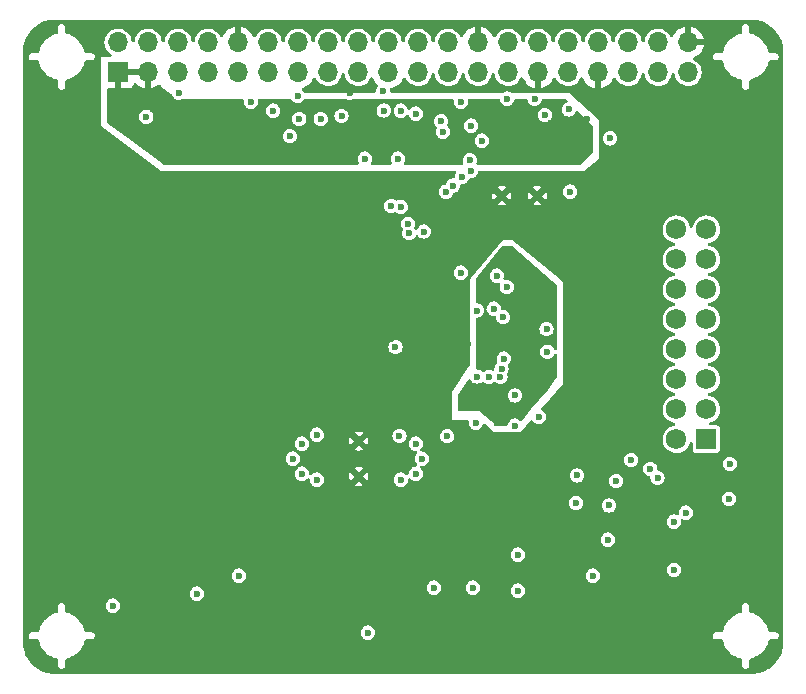
<source format=gbr>
G04 #@! TF.GenerationSoftware,KiCad,Pcbnew,(6.0.9)*
G04 #@! TF.CreationDate,2022-12-13T15:48:36+03:00*
G04 #@! TF.ProjectId,smuHAT,736d7548-4154-42e6-9b69-6361645f7063,2.2*
G04 #@! TF.SameCoordinates,Original*
G04 #@! TF.FileFunction,Copper,L2,Inr*
G04 #@! TF.FilePolarity,Positive*
%FSLAX46Y46*%
G04 Gerber Fmt 4.6, Leading zero omitted, Abs format (unit mm)*
G04 Created by KiCad (PCBNEW (6.0.9)) date 2022-12-13 15:48:36*
%MOMM*%
%LPD*%
G01*
G04 APERTURE LIST*
G04 #@! TA.AperFunction,ComponentPad*
%ADD10C,0.600000*%
G04 #@! TD*
G04 #@! TA.AperFunction,ComponentPad*
%ADD11R,1.725000X1.725000*%
G04 #@! TD*
G04 #@! TA.AperFunction,ComponentPad*
%ADD12C,1.725000*%
G04 #@! TD*
G04 #@! TA.AperFunction,ComponentPad*
%ADD13R,1.700000X1.700000*%
G04 #@! TD*
G04 #@! TA.AperFunction,ComponentPad*
%ADD14O,1.700000X1.700000*%
G04 #@! TD*
G04 #@! TA.AperFunction,ViaPad*
%ADD15C,0.600000*%
G04 #@! TD*
G04 APERTURE END LIST*
D10*
X142748000Y-107974000D03*
X142748000Y-110974000D03*
D11*
X172175000Y-107830000D03*
D12*
X169635000Y-107830000D03*
X172175000Y-105290000D03*
X169635000Y-105290000D03*
X172175000Y-102750000D03*
X169635000Y-102750000D03*
X172175000Y-100210000D03*
X169635000Y-100210000D03*
X172175000Y-97670000D03*
X169635000Y-97670000D03*
X172175000Y-95130000D03*
X169635000Y-95130000D03*
X172175000Y-92590000D03*
X169635000Y-92590000D03*
X172175000Y-90050000D03*
X169635000Y-90050000D03*
D10*
X157862400Y-87219200D03*
X154862400Y-87219200D03*
D13*
X122370000Y-76770000D03*
D14*
X122370000Y-74230000D03*
X124910000Y-76770000D03*
X124910000Y-74230000D03*
X127450000Y-76770000D03*
X127450000Y-74230000D03*
X129990000Y-76770000D03*
X129990000Y-74230000D03*
X132530000Y-76770000D03*
X132530000Y-74230000D03*
X135070000Y-76770000D03*
X135070000Y-74230000D03*
X137610000Y-76770000D03*
X137610000Y-74230000D03*
X140150000Y-76770000D03*
X140150000Y-74230000D03*
X142690000Y-76770000D03*
X142690000Y-74230000D03*
X145230000Y-76770000D03*
X145230000Y-74230000D03*
X147770000Y-76770000D03*
X147770000Y-74230000D03*
X150310000Y-76770000D03*
X150310000Y-74230000D03*
X152850000Y-76770000D03*
X152850000Y-74230000D03*
X155390000Y-76770000D03*
X155390000Y-74230000D03*
X157930000Y-76770000D03*
X157930000Y-74230000D03*
X160470000Y-76770000D03*
X160470000Y-74230000D03*
X163010000Y-76770000D03*
X163010000Y-74230000D03*
X165550000Y-76770000D03*
X165550000Y-74230000D03*
X168090000Y-76770000D03*
X168090000Y-74230000D03*
X170630000Y-76770000D03*
X170630000Y-74230000D03*
D15*
X162814000Y-121920000D03*
X163830000Y-116332000D03*
X162560000Y-119380000D03*
X137922000Y-110744000D03*
X143510000Y-124206000D03*
X139192000Y-111252000D03*
X137160000Y-109474000D03*
X132588000Y-119380000D03*
X121920000Y-121920000D03*
X137922000Y-108204000D03*
X129032000Y-120904000D03*
X139192000Y-107442000D03*
X160274000Y-106680000D03*
X153750000Y-102536000D03*
X167132000Y-87884000D03*
X156464000Y-108458000D03*
X150251500Y-111379000D03*
X124764800Y-80518000D03*
X154976000Y-97500000D03*
X145237200Y-113487200D03*
X162099850Y-99231660D03*
X150114000Y-97028000D03*
X167894000Y-99060000D03*
X145451000Y-99350000D03*
X159715200Y-90373200D03*
X155032000Y-101000000D03*
X160528000Y-103378000D03*
X161290000Y-99314000D03*
X153162000Y-82550000D03*
X170332400Y-81280000D03*
X143256000Y-84074000D03*
X159715200Y-92862400D03*
X154750000Y-102552000D03*
X146050000Y-84074000D03*
X161290000Y-108966000D03*
X161798000Y-96774000D03*
X168148000Y-123952000D03*
X166370000Y-119888000D03*
X141478000Y-120904000D03*
X162306000Y-114046000D03*
X170332400Y-83413600D03*
X170688000Y-119126000D03*
X143510000Y-99060000D03*
X155194000Y-108458000D03*
X156667200Y-77673200D03*
X157988000Y-108458000D03*
X167132000Y-86868000D03*
X167894000Y-104140000D03*
X141732000Y-99822000D03*
X167894000Y-96520000D03*
X149352000Y-97028000D03*
X141986000Y-78486000D03*
X150876000Y-97028000D03*
X161798000Y-94264500D03*
X152750000Y-102520000D03*
X162661600Y-91694000D03*
X167894000Y-93980000D03*
X152750000Y-96932000D03*
X160528000Y-104924500D03*
X167894000Y-91440000D03*
X170332400Y-84531200D03*
X149166000Y-99500000D03*
X175006000Y-119888000D03*
X163830000Y-101600000D03*
X160528000Y-79908400D03*
X165506400Y-104140000D03*
X145542000Y-93726000D03*
X167894000Y-101600000D03*
X154178000Y-96774000D03*
X152000000Y-99750000D03*
X149860000Y-81788000D03*
X153416000Y-108458000D03*
X170332400Y-82346800D03*
X155956000Y-106680000D03*
X160528000Y-99314000D03*
X167132000Y-85852000D03*
X163068000Y-111252000D03*
X167894000Y-106426000D03*
X170332400Y-80111600D03*
X159004000Y-116332000D03*
X140970000Y-107442000D03*
X154838351Y-101858071D03*
X162560000Y-96520000D03*
X127508000Y-78486000D03*
X133604000Y-79248000D03*
X161036000Y-115824000D03*
X157632400Y-78994000D03*
X167894000Y-88900000D03*
X142748000Y-106934000D03*
X147574000Y-80264000D03*
X151750000Y-96916000D03*
X161788211Y-78933411D03*
X143764000Y-122174000D03*
X167386000Y-109220000D03*
X138684000Y-121412000D03*
X151892000Y-108458000D03*
X167132000Y-84632800D03*
X172212000Y-115062000D03*
X163830000Y-106426000D03*
X172770800Y-84785200D03*
X159004000Y-81026000D03*
X164541200Y-111353600D03*
X162052000Y-80721200D03*
X169418000Y-114808000D03*
X156464000Y-81026000D03*
X159004000Y-83820000D03*
X164042989Y-82356589D03*
X169439589Y-118893589D03*
X153924000Y-81026000D03*
X165811200Y-109575600D03*
X153924000Y-83820000D03*
X152654000Y-106426000D03*
X155271839Y-94936339D03*
X155956000Y-104125500D03*
X157988000Y-105918000D03*
X158722025Y-100416700D03*
X154432000Y-93980000D03*
X153249998Y-104481374D03*
X158699200Y-95199200D03*
X155143200Y-91694000D03*
X157581600Y-103632000D03*
X155702000Y-92202000D03*
X151960468Y-104969762D03*
X153314400Y-94374500D03*
X156362400Y-92608400D03*
X154432000Y-106476800D03*
X157099000Y-93091000D03*
X147574000Y-108204000D03*
X148082000Y-109474000D03*
X151384000Y-93726000D03*
X145859101Y-100037501D03*
X147574000Y-110744000D03*
X146198000Y-107548000D03*
X146304000Y-111252000D03*
X150241000Y-107569000D03*
X174091600Y-112877600D03*
X158648400Y-98516100D03*
X146304000Y-80010000D03*
X136906000Y-82169000D03*
X141292500Y-80449500D03*
X137716587Y-80718987D03*
X139525111Y-80698711D03*
X156210000Y-117602000D03*
X156210000Y-120650000D03*
X149098000Y-120396000D03*
X152400000Y-120396000D03*
X168046400Y-111099600D03*
X163931600Y-113436400D03*
X135498500Y-80010000D03*
X147012289Y-90376111D03*
X137576194Y-78750500D03*
X146923635Y-89581539D03*
X148261789Y-90247169D03*
X144780000Y-78384400D03*
X174171911Y-109909911D03*
X161239200Y-110896400D03*
X167436800Y-110337600D03*
X170434000Y-114046000D03*
X161137600Y-113233200D03*
X144859500Y-79999500D03*
X151384000Y-79248000D03*
X152273000Y-81280000D03*
X146299135Y-88141104D03*
X145501452Y-88087200D03*
X149730089Y-80896089D03*
X155321000Y-78994000D03*
X158496000Y-80380500D03*
X152146000Y-84201000D03*
X152247600Y-85090500D03*
X150139400Y-86868500D03*
X160655000Y-86868000D03*
X151511500Y-85608500D03*
X150749000Y-86349500D03*
G04 #@! TA.AperFunction,Conductor*
G36*
X121412000Y-73586724D02*
G01*
X121400976Y-73600708D01*
X121398287Y-73605819D01*
X121398285Y-73605822D01*
X121348400Y-73700638D01*
X121302523Y-73787836D01*
X121239820Y-73989773D01*
X121214967Y-74199754D01*
X121228796Y-74410749D01*
X121230217Y-74416345D01*
X121230218Y-74416350D01*
X121279424Y-74610095D01*
X121280845Y-74615690D01*
X121369369Y-74807714D01*
X121372702Y-74812430D01*
X121412000Y-74868035D01*
X121412000Y-75438000D01*
X120904000Y-75438000D01*
X120904000Y-81280000D01*
X125984000Y-85090000D01*
X150896942Y-85090000D01*
X150965063Y-85110002D01*
X151011556Y-85163658D01*
X151021660Y-85233932D01*
X150996903Y-85292705D01*
X150991994Y-85299102D01*
X150991990Y-85299109D01*
X150986964Y-85305659D01*
X150926456Y-85451738D01*
X150905818Y-85608500D01*
X150906896Y-85616688D01*
X150906896Y-85620930D01*
X150886894Y-85689051D01*
X150833238Y-85735544D01*
X150764450Y-85745852D01*
X150757188Y-85744896D01*
X150749000Y-85743818D01*
X150592238Y-85764456D01*
X150446159Y-85824964D01*
X150320718Y-85921218D01*
X150224464Y-86046659D01*
X150163956Y-86192738D01*
X150161522Y-86191730D01*
X150131397Y-86241167D01*
X150063077Y-86272866D01*
X149982638Y-86283456D01*
X149836559Y-86343964D01*
X149711118Y-86440218D01*
X149614864Y-86565659D01*
X149554356Y-86711738D01*
X149533718Y-86868500D01*
X149554356Y-87025262D01*
X149614864Y-87171341D01*
X149711118Y-87296782D01*
X149836559Y-87393036D01*
X149982638Y-87453544D01*
X150139400Y-87474182D01*
X150147588Y-87473104D01*
X150287974Y-87454622D01*
X150296162Y-87453544D01*
X150442241Y-87393036D01*
X150567682Y-87296782D01*
X150630543Y-87214860D01*
X154050054Y-87214860D01*
X154066368Y-87381247D01*
X154069279Y-87394941D01*
X154122050Y-87553575D01*
X154127924Y-87566288D01*
X154129168Y-87568343D01*
X154139574Y-87577857D01*
X154148194Y-87574195D01*
X154490379Y-87232011D01*
X154496756Y-87220332D01*
X155226808Y-87220332D01*
X155226939Y-87222166D01*
X155231190Y-87228779D01*
X155574904Y-87572493D01*
X155587279Y-87579250D01*
X155591096Y-87576393D01*
X155647465Y-87428002D01*
X155650949Y-87414433D01*
X155674644Y-87245827D01*
X155675251Y-87237941D01*
X155675458Y-87223162D01*
X155675071Y-87215261D01*
X155656092Y-87046055D01*
X155652990Y-87032402D01*
X155598010Y-86874522D01*
X155594681Y-86867572D01*
X155586005Y-86859859D01*
X155576958Y-86863853D01*
X155234421Y-87206389D01*
X155226808Y-87220332D01*
X154496756Y-87220332D01*
X154497992Y-87218068D01*
X154497861Y-87216234D01*
X154493610Y-87209621D01*
X154149858Y-86865869D01*
X154137483Y-86859112D01*
X154132326Y-86862972D01*
X154131673Y-86864289D01*
X154074496Y-87021380D01*
X154071203Y-87034995D01*
X154050250Y-87200853D01*
X154050054Y-87214860D01*
X150630543Y-87214860D01*
X150663936Y-87171341D01*
X150724444Y-87025262D01*
X150726878Y-87026270D01*
X150757003Y-86976833D01*
X150825323Y-86945134D01*
X150897574Y-86935622D01*
X150905762Y-86934544D01*
X151051841Y-86874036D01*
X151177282Y-86777782D01*
X151273536Y-86652341D01*
X151334044Y-86506262D01*
X151335395Y-86495999D01*
X154503416Y-86495999D01*
X154507240Y-86504829D01*
X154849589Y-86847179D01*
X154863532Y-86854792D01*
X154865366Y-86854661D01*
X154871979Y-86850410D01*
X155215314Y-86507075D01*
X155222071Y-86494700D01*
X155217505Y-86488600D01*
X155212202Y-86486013D01*
X155054709Y-86429932D01*
X155041085Y-86426736D01*
X154875070Y-86406941D01*
X154861073Y-86406843D01*
X154694804Y-86424318D01*
X154681125Y-86427326D01*
X154522863Y-86481202D01*
X154512255Y-86486194D01*
X154503416Y-86495999D01*
X151335395Y-86495999D01*
X151354682Y-86349500D01*
X151353604Y-86341312D01*
X151353604Y-86337070D01*
X151373606Y-86268949D01*
X151427262Y-86222456D01*
X151496050Y-86212148D01*
X151511500Y-86214182D01*
X151519688Y-86213104D01*
X151660074Y-86194622D01*
X151668262Y-86193544D01*
X151814341Y-86133036D01*
X151939782Y-86036782D01*
X152036036Y-85911341D01*
X152094491Y-85770219D01*
X152139040Y-85714938D01*
X152206403Y-85692517D01*
X152227338Y-85693514D01*
X152247600Y-85696182D01*
X152255788Y-85695104D01*
X152275439Y-85692517D01*
X152325981Y-85685863D01*
X152396174Y-85676622D01*
X152404362Y-85675544D01*
X152550441Y-85615036D01*
X152675882Y-85518782D01*
X152772136Y-85393341D01*
X152832644Y-85247262D01*
X152838925Y-85199553D01*
X152867648Y-85134626D01*
X152926913Y-85095535D01*
X152963847Y-85090000D01*
X155702000Y-85090000D01*
X155702000Y-90932000D01*
X154940000Y-90932000D01*
X154933939Y-90939163D01*
X152218993Y-94147736D01*
X152146000Y-94234000D01*
X152146000Y-101561851D01*
X152124838Y-101631743D01*
X150632348Y-103870477D01*
X150632347Y-103870479D01*
X150622000Y-103886000D01*
X150622000Y-106172000D01*
X114300500Y-106172000D01*
X114300500Y-100037501D01*
X145253419Y-100037501D01*
X145274057Y-100194263D01*
X145334565Y-100340342D01*
X145430819Y-100465783D01*
X145556260Y-100562037D01*
X145702339Y-100622545D01*
X145859101Y-100643183D01*
X145867289Y-100642105D01*
X146007675Y-100623623D01*
X146015863Y-100622545D01*
X146161942Y-100562037D01*
X146287383Y-100465783D01*
X146383637Y-100340342D01*
X146444145Y-100194263D01*
X146464783Y-100037501D01*
X146444145Y-99880739D01*
X146383637Y-99734660D01*
X146287383Y-99609219D01*
X146161942Y-99512965D01*
X146015863Y-99452457D01*
X145859101Y-99431819D01*
X145702339Y-99452457D01*
X145556260Y-99512965D01*
X145430819Y-99609219D01*
X145334565Y-99734660D01*
X145274057Y-99880739D01*
X145253419Y-100037501D01*
X114300500Y-100037501D01*
X114300500Y-93726000D01*
X150778318Y-93726000D01*
X150798956Y-93882762D01*
X150859464Y-94028841D01*
X150955718Y-94154282D01*
X151081159Y-94250536D01*
X151227238Y-94311044D01*
X151384000Y-94331682D01*
X151392188Y-94330604D01*
X151532574Y-94312122D01*
X151540762Y-94311044D01*
X151686841Y-94250536D01*
X151812282Y-94154282D01*
X151908536Y-94028841D01*
X151969044Y-93882762D01*
X151989682Y-93726000D01*
X151969044Y-93569238D01*
X151908536Y-93423159D01*
X151812282Y-93297718D01*
X151686841Y-93201464D01*
X151540762Y-93140956D01*
X151384000Y-93120318D01*
X151227238Y-93140956D01*
X151081159Y-93201464D01*
X150955718Y-93297718D01*
X150859464Y-93423159D01*
X150798956Y-93569238D01*
X150778318Y-93726000D01*
X114300500Y-93726000D01*
X114300500Y-89581539D01*
X146317953Y-89581539D01*
X146338591Y-89738301D01*
X146399099Y-89884380D01*
X146404126Y-89890931D01*
X146404128Y-89890935D01*
X146463200Y-89967920D01*
X146488800Y-90034140D01*
X146479646Y-90092841D01*
X146427245Y-90219349D01*
X146406607Y-90376111D01*
X146427245Y-90532873D01*
X146487753Y-90678952D01*
X146584007Y-90804393D01*
X146709448Y-90900647D01*
X146855527Y-90961155D01*
X147012289Y-90981793D01*
X147020477Y-90980715D01*
X147160863Y-90962233D01*
X147169051Y-90961155D01*
X147315130Y-90900647D01*
X147440571Y-90804393D01*
X147536825Y-90678952D01*
X147539984Y-90671324D01*
X147539987Y-90671320D01*
X147558258Y-90627208D01*
X147602806Y-90571927D01*
X147670169Y-90549505D01*
X147738960Y-90567063D01*
X147774631Y-90598721D01*
X147833507Y-90675451D01*
X147958948Y-90771705D01*
X148105027Y-90832213D01*
X148261789Y-90852851D01*
X148269977Y-90851773D01*
X148410363Y-90833291D01*
X148418551Y-90832213D01*
X148564630Y-90771705D01*
X148690071Y-90675451D01*
X148786325Y-90550010D01*
X148846833Y-90403931D01*
X148867471Y-90247169D01*
X148846833Y-90090407D01*
X148786325Y-89944328D01*
X148690071Y-89818887D01*
X148564630Y-89722633D01*
X148418551Y-89662125D01*
X148261789Y-89641487D01*
X148105027Y-89662125D01*
X147958948Y-89722633D01*
X147833507Y-89818887D01*
X147737253Y-89944328D01*
X147734094Y-89951956D01*
X147734091Y-89951960D01*
X147715820Y-89996072D01*
X147671272Y-90051353D01*
X147603909Y-90073775D01*
X147535118Y-90056217D01*
X147499448Y-90024558D01*
X147472724Y-89989730D01*
X147447124Y-89923510D01*
X147456278Y-89864809D01*
X147505519Y-89745931D01*
X147505520Y-89745928D01*
X147508679Y-89738301D01*
X147529317Y-89581539D01*
X147508679Y-89424777D01*
X147448171Y-89278698D01*
X147351917Y-89153257D01*
X147226476Y-89057003D01*
X147080397Y-88996495D01*
X146923635Y-88975857D01*
X146766873Y-88996495D01*
X146620794Y-89057003D01*
X146495353Y-89153257D01*
X146399099Y-89278698D01*
X146338591Y-89424777D01*
X146317953Y-89581539D01*
X114300500Y-89581539D01*
X114300500Y-88087200D01*
X144895770Y-88087200D01*
X144916408Y-88243962D01*
X144976916Y-88390041D01*
X145073170Y-88515482D01*
X145198611Y-88611736D01*
X145344690Y-88672244D01*
X145501452Y-88692882D01*
X145509640Y-88691804D01*
X145650026Y-88673322D01*
X145658214Y-88672244D01*
X145666529Y-88668800D01*
X145796665Y-88614896D01*
X145796667Y-88614895D01*
X145804293Y-88611736D01*
X145804374Y-88611932D01*
X145868923Y-88596271D01*
X145939636Y-88622165D01*
X145996294Y-88665640D01*
X146142373Y-88726148D01*
X146299135Y-88746786D01*
X146307323Y-88745708D01*
X146447709Y-88727226D01*
X146455897Y-88726148D01*
X146601976Y-88665640D01*
X146727417Y-88569386D01*
X146823671Y-88443945D01*
X146884179Y-88297866D01*
X146904817Y-88141104D01*
X146884179Y-87984342D01*
X146867698Y-87944554D01*
X154501875Y-87944554D01*
X154504658Y-87948273D01*
X154659080Y-88005702D01*
X154672678Y-88009092D01*
X154838390Y-88031204D01*
X154852386Y-88031497D01*
X155018877Y-88016344D01*
X155032604Y-88013527D01*
X155191602Y-87961866D01*
X155204353Y-87956081D01*
X155211169Y-87952018D01*
X155220758Y-87941676D01*
X155217252Y-87933262D01*
X154875212Y-87591222D01*
X154861268Y-87583608D01*
X154859435Y-87583739D01*
X154852821Y-87587990D01*
X154508632Y-87932179D01*
X154501875Y-87944554D01*
X146867698Y-87944554D01*
X146823671Y-87838263D01*
X146727417Y-87712822D01*
X146601976Y-87616568D01*
X146455897Y-87556060D01*
X146437022Y-87553575D01*
X146307323Y-87536500D01*
X146299135Y-87535422D01*
X146290947Y-87536500D01*
X146161249Y-87553575D01*
X146142373Y-87556060D01*
X146134744Y-87559220D01*
X146003922Y-87613408D01*
X146003920Y-87613409D01*
X145996294Y-87616568D01*
X145996213Y-87616372D01*
X145931664Y-87632033D01*
X145860951Y-87606139D01*
X145841511Y-87591222D01*
X145804293Y-87562664D01*
X145658214Y-87502156D01*
X145501452Y-87481518D01*
X145344690Y-87502156D01*
X145198611Y-87562664D01*
X145073170Y-87658918D01*
X144976916Y-87784359D01*
X144916408Y-87930438D01*
X144895770Y-88087200D01*
X114300500Y-88087200D01*
X114300500Y-75408168D01*
X114797754Y-75408168D01*
X114807413Y-75519696D01*
X114856575Y-75620269D01*
X114938646Y-75696401D01*
X115042622Y-75737883D01*
X115048915Y-75738500D01*
X115552002Y-75738500D01*
X115620123Y-75758502D01*
X115666616Y-75812158D01*
X115675952Y-75841862D01*
X115677284Y-75849154D01*
X115691769Y-75928464D01*
X115779933Y-76192725D01*
X115781925Y-76196712D01*
X115781926Y-76196714D01*
X115863939Y-76360847D01*
X115904452Y-76441927D01*
X116062842Y-76671098D01*
X116065864Y-76674367D01*
X116248926Y-76872403D01*
X116248931Y-76872408D01*
X116251942Y-76875665D01*
X116467980Y-77051548D01*
X116706644Y-77195235D01*
X116710739Y-77196969D01*
X116710741Y-77196970D01*
X116890387Y-77273040D01*
X116963173Y-77303861D01*
X116967465Y-77304999D01*
X116967468Y-77305000D01*
X117207793Y-77368721D01*
X117268512Y-77405514D01*
X117299700Y-77469293D01*
X117301500Y-77490513D01*
X117301500Y-77965948D01*
X117316791Y-78048053D01*
X117375532Y-78143348D01*
X117464641Y-78211108D01*
X117572168Y-78242246D01*
X117627932Y-78237417D01*
X117672105Y-78233591D01*
X117672106Y-78233591D01*
X117683696Y-78232587D01*
X117742043Y-78204066D01*
X117773818Y-78188534D01*
X117773819Y-78188533D01*
X117784269Y-78183425D01*
X117860401Y-78101354D01*
X117901883Y-77997378D01*
X117902500Y-77991085D01*
X117902500Y-77489074D01*
X117922502Y-77420953D01*
X117976158Y-77374460D01*
X118007812Y-77364785D01*
X118062399Y-77355699D01*
X118234859Y-77301157D01*
X118323766Y-77273040D01*
X118323768Y-77273039D01*
X118328012Y-77271697D01*
X118579139Y-77151107D01*
X118582845Y-77148631D01*
X118807068Y-76998811D01*
X118807072Y-76998808D01*
X118810770Y-76996337D01*
X119018282Y-76810473D01*
X119135439Y-76671098D01*
X119194669Y-76600636D01*
X119194671Y-76600634D01*
X119197536Y-76597225D01*
X119344955Y-76360847D01*
X119457597Y-76106056D01*
X119488391Y-75996867D01*
X119532005Y-75842224D01*
X119532007Y-75842216D01*
X119533214Y-75837935D01*
X119533220Y-75837937D01*
X119566091Y-75776292D01*
X119628063Y-75741651D01*
X119656065Y-75738500D01*
X120129948Y-75738500D01*
X120135649Y-75737438D01*
X120135652Y-75737438D01*
X120200612Y-75725340D01*
X120200613Y-75725339D01*
X120212053Y-75723209D01*
X120307348Y-75664468D01*
X120375108Y-75575359D01*
X120406246Y-75467832D01*
X120396587Y-75356304D01*
X120347425Y-75255731D01*
X120265354Y-75179599D01*
X120161378Y-75138117D01*
X120155085Y-75137500D01*
X119651407Y-75137500D01*
X119583286Y-75117498D01*
X119536793Y-75063842D01*
X119528229Y-75038019D01*
X119525705Y-75026292D01*
X119495883Y-74887776D01*
X119399461Y-74626415D01*
X119331106Y-74499730D01*
X119269289Y-74385163D01*
X119269289Y-74385162D01*
X119267176Y-74381247D01*
X119101666Y-74157164D01*
X119047237Y-74101873D01*
X118966088Y-74019440D01*
X118906233Y-73958638D01*
X118902693Y-73955937D01*
X118902687Y-73955931D01*
X118688319Y-73792330D01*
X118688315Y-73792327D01*
X118684778Y-73789628D01*
X118441718Y-73653508D01*
X118181904Y-73552994D01*
X118177579Y-73551991D01*
X118177574Y-73551990D01*
X118000049Y-73510842D01*
X117938204Y-73475974D01*
X117905027Y-73413206D01*
X117902500Y-73388096D01*
X117902500Y-72910052D01*
X117898663Y-72889446D01*
X117889340Y-72839388D01*
X117889339Y-72839387D01*
X117887209Y-72827947D01*
X117828468Y-72732652D01*
X117739359Y-72664892D01*
X117631832Y-72633754D01*
X117576068Y-72638583D01*
X117531895Y-72642409D01*
X117531894Y-72642409D01*
X117520304Y-72643413D01*
X117470017Y-72667994D01*
X117430182Y-72687466D01*
X117430181Y-72687467D01*
X117419731Y-72692575D01*
X117343599Y-72774646D01*
X117302117Y-72878622D01*
X117301500Y-72884915D01*
X117301500Y-73388561D01*
X117281498Y-73456682D01*
X117227842Y-73503175D01*
X117200083Y-73512139D01*
X117165129Y-73519092D01*
X117085963Y-73534839D01*
X117085956Y-73534841D01*
X117081592Y-73535709D01*
X116818749Y-73628013D01*
X116571533Y-73756431D01*
X116567918Y-73759014D01*
X116567912Y-73759018D01*
X116479031Y-73822534D01*
X116344878Y-73918401D01*
X116302699Y-73958638D01*
X116152550Y-74101873D01*
X116143306Y-74110691D01*
X116140550Y-74114186D01*
X116140549Y-74114188D01*
X116103838Y-74160756D01*
X115970839Y-74329464D01*
X115930272Y-74399305D01*
X115833152Y-74566509D01*
X115833149Y-74566515D01*
X115830918Y-74570356D01*
X115829248Y-74574479D01*
X115736903Y-74802469D01*
X115726335Y-74828559D01*
X115725264Y-74832871D01*
X115725261Y-74832880D01*
X115673347Y-75041875D01*
X115637513Y-75103165D01*
X115574231Y-75135352D01*
X115551063Y-75137500D01*
X115074052Y-75137500D01*
X115068351Y-75138562D01*
X115068348Y-75138562D01*
X115003388Y-75150660D01*
X115003387Y-75150661D01*
X114991947Y-75152791D01*
X114896652Y-75211532D01*
X114828892Y-75300641D01*
X114797754Y-75408168D01*
X114300500Y-75408168D01*
X114300500Y-75037317D01*
X114302414Y-75015437D01*
X114303222Y-75010855D01*
X114305136Y-75000000D01*
X114303222Y-74989145D01*
X114303222Y-74978706D01*
X114302438Y-74965488D01*
X114306990Y-74884442D01*
X114317077Y-74704813D01*
X114318659Y-74690776D01*
X114324818Y-74654530D01*
X114366997Y-74406281D01*
X114370141Y-74392506D01*
X114416958Y-74230000D01*
X114450031Y-74115201D01*
X114454692Y-74101882D01*
X114565129Y-73835264D01*
X114571260Y-73822534D01*
X114710841Y-73569980D01*
X114718358Y-73558015D01*
X114885353Y-73322658D01*
X114894163Y-73311611D01*
X115086450Y-73096441D01*
X115096441Y-73086450D01*
X115311611Y-72894163D01*
X115322658Y-72885353D01*
X115558015Y-72718358D01*
X115569980Y-72710841D01*
X115822534Y-72571260D01*
X115835264Y-72565129D01*
X115886551Y-72543885D01*
X116101882Y-72454692D01*
X116115201Y-72450031D01*
X116306153Y-72395019D01*
X116392506Y-72370141D01*
X116406281Y-72366997D01*
X116548528Y-72342828D01*
X116690781Y-72318658D01*
X116704813Y-72317077D01*
X116965491Y-72302438D01*
X116978706Y-72303222D01*
X116989145Y-72303222D01*
X117000000Y-72305136D01*
X117015437Y-72302414D01*
X117037317Y-72300500D01*
X121412000Y-72300500D01*
X121412000Y-73586724D01*
G37*
G04 #@! TD.AperFunction*
G04 #@! TA.AperFunction,Conductor*
G36*
X175984563Y-72302414D02*
G01*
X176000000Y-72305136D01*
X176010855Y-72303222D01*
X176021294Y-72303222D01*
X176034509Y-72302438D01*
X176295187Y-72317077D01*
X176309219Y-72318658D01*
X176451472Y-72342828D01*
X176593719Y-72366997D01*
X176607494Y-72370141D01*
X176693847Y-72395019D01*
X176884799Y-72450031D01*
X176898118Y-72454692D01*
X177113449Y-72543885D01*
X177164736Y-72565129D01*
X177177466Y-72571260D01*
X177430020Y-72710841D01*
X177441985Y-72718358D01*
X177677342Y-72885353D01*
X177688389Y-72894163D01*
X177903559Y-73086450D01*
X177913549Y-73096440D01*
X177936527Y-73122152D01*
X178105837Y-73311611D01*
X178114647Y-73322658D01*
X178281642Y-73558015D01*
X178289159Y-73569980D01*
X178428740Y-73822534D01*
X178434871Y-73835264D01*
X178545308Y-74101882D01*
X178549969Y-74115201D01*
X178600463Y-74290470D01*
X178629859Y-74392506D01*
X178633003Y-74406281D01*
X178675183Y-74654530D01*
X178681341Y-74690776D01*
X178682923Y-74704813D01*
X178693011Y-74884442D01*
X178697562Y-74965488D01*
X178696778Y-74978706D01*
X178696778Y-74989145D01*
X178694864Y-75000000D01*
X178696778Y-75010855D01*
X178697586Y-75015437D01*
X178699500Y-75037317D01*
X178699500Y-124962683D01*
X178697586Y-124984563D01*
X178694864Y-125000000D01*
X178696778Y-125010855D01*
X178696778Y-125021294D01*
X178697562Y-125034509D01*
X178692079Y-125132138D01*
X178682923Y-125295183D01*
X178681342Y-125309219D01*
X178669525Y-125378768D01*
X178633003Y-125593719D01*
X178629859Y-125607494D01*
X178625497Y-125622636D01*
X178549969Y-125884799D01*
X178545308Y-125898118D01*
X178471690Y-126075848D01*
X178434871Y-126164736D01*
X178428740Y-126177466D01*
X178289159Y-126430020D01*
X178281642Y-126441985D01*
X178114647Y-126677342D01*
X178105837Y-126688389D01*
X177913550Y-126903559D01*
X177903559Y-126913550D01*
X177688389Y-127105837D01*
X177677342Y-127114647D01*
X177441985Y-127281642D01*
X177430020Y-127289159D01*
X177177466Y-127428740D01*
X177164735Y-127434871D01*
X176898118Y-127545308D01*
X176884799Y-127549969D01*
X176693847Y-127604981D01*
X176607494Y-127629859D01*
X176593719Y-127633003D01*
X176451472Y-127657172D01*
X176309219Y-127681342D01*
X176295187Y-127682923D01*
X176034509Y-127697562D01*
X176021294Y-127696778D01*
X176010855Y-127696778D01*
X176000000Y-127694864D01*
X175989145Y-127696778D01*
X175984563Y-127697586D01*
X175962683Y-127699500D01*
X117037317Y-127699500D01*
X117015437Y-127697586D01*
X117010855Y-127696778D01*
X117000000Y-127694864D01*
X116989145Y-127696778D01*
X116978706Y-127696778D01*
X116965491Y-127697562D01*
X116704813Y-127682923D01*
X116690781Y-127681342D01*
X116548528Y-127657172D01*
X116406281Y-127633003D01*
X116392506Y-127629859D01*
X116306153Y-127604981D01*
X116115201Y-127549969D01*
X116101882Y-127545308D01*
X115835265Y-127434871D01*
X115822534Y-127428740D01*
X115569980Y-127289159D01*
X115558015Y-127281642D01*
X115322658Y-127114647D01*
X115311611Y-127105837D01*
X115096441Y-126913550D01*
X115086450Y-126903559D01*
X114894163Y-126688389D01*
X114885353Y-126677342D01*
X114718358Y-126441985D01*
X114710841Y-126430020D01*
X114571260Y-126177466D01*
X114565129Y-126164736D01*
X114528310Y-126075848D01*
X114454692Y-125898118D01*
X114450031Y-125884799D01*
X114374503Y-125622636D01*
X114370141Y-125607494D01*
X114366997Y-125593719D01*
X114330475Y-125378768D01*
X114318658Y-125309219D01*
X114317077Y-125295183D01*
X114307921Y-125132138D01*
X114302438Y-125034509D01*
X114303222Y-125021294D01*
X114303222Y-125010855D01*
X114305136Y-125000000D01*
X114302414Y-124984563D01*
X114300500Y-124962683D01*
X114300500Y-124430168D01*
X114797754Y-124430168D01*
X114798758Y-124441759D01*
X114804568Y-124508841D01*
X114807413Y-124541696D01*
X114856575Y-124642269D01*
X114938646Y-124718401D01*
X115042622Y-124759883D01*
X115048915Y-124760500D01*
X115552002Y-124760500D01*
X115620123Y-124780502D01*
X115666616Y-124834158D01*
X115675952Y-124863862D01*
X115683458Y-124904955D01*
X115691769Y-124950464D01*
X115693174Y-124954676D01*
X115693175Y-124954679D01*
X115719809Y-125034512D01*
X115779933Y-125214725D01*
X115781925Y-125218712D01*
X115781926Y-125218714D01*
X115863939Y-125382847D01*
X115904452Y-125463927D01*
X116062842Y-125693098D01*
X116065864Y-125696367D01*
X116248926Y-125894403D01*
X116248931Y-125894408D01*
X116251942Y-125897665D01*
X116467980Y-126073548D01*
X116471798Y-126075847D01*
X116471800Y-126075848D01*
X116633347Y-126173107D01*
X116706644Y-126217235D01*
X116710739Y-126218969D01*
X116710741Y-126218970D01*
X116890387Y-126295040D01*
X116963173Y-126325861D01*
X116967465Y-126326999D01*
X116967468Y-126327000D01*
X117207793Y-126390721D01*
X117268512Y-126427514D01*
X117299700Y-126491293D01*
X117301500Y-126512513D01*
X117301500Y-126987948D01*
X117316791Y-127070053D01*
X117375532Y-127165348D01*
X117464641Y-127233108D01*
X117572168Y-127264246D01*
X117627932Y-127259417D01*
X117672105Y-127255591D01*
X117672106Y-127255591D01*
X117683696Y-127254587D01*
X117742043Y-127226066D01*
X117773818Y-127210534D01*
X117773819Y-127210533D01*
X117784269Y-127205425D01*
X117860401Y-127123354D01*
X117901883Y-127019378D01*
X117902500Y-127013085D01*
X117902500Y-126511074D01*
X117922502Y-126442953D01*
X117976158Y-126396460D01*
X118007812Y-126386785D01*
X118062399Y-126377699D01*
X118234859Y-126323157D01*
X118323766Y-126295040D01*
X118323768Y-126295039D01*
X118328012Y-126293697D01*
X118492029Y-126214937D01*
X118575120Y-126175037D01*
X118575121Y-126175036D01*
X118579139Y-126173107D01*
X118582845Y-126170631D01*
X118807068Y-126020811D01*
X118807072Y-126020808D01*
X118810770Y-126018337D01*
X119018282Y-125832473D01*
X119135439Y-125693098D01*
X119194669Y-125622636D01*
X119194671Y-125622634D01*
X119197536Y-125619225D01*
X119344955Y-125382847D01*
X119457597Y-125128056D01*
X119493712Y-125000000D01*
X119532005Y-124864224D01*
X119532007Y-124864216D01*
X119533214Y-124859935D01*
X119533220Y-124859937D01*
X119566091Y-124798292D01*
X119628063Y-124763651D01*
X119656065Y-124760500D01*
X120129948Y-124760500D01*
X120135649Y-124759438D01*
X120135652Y-124759438D01*
X120200612Y-124747340D01*
X120200613Y-124747339D01*
X120212053Y-124745209D01*
X120307348Y-124686468D01*
X120375108Y-124597359D01*
X120406246Y-124489832D01*
X120396587Y-124378304D01*
X120347425Y-124277731D01*
X120270098Y-124206000D01*
X142904318Y-124206000D01*
X142924956Y-124362762D01*
X142985464Y-124508841D01*
X143081718Y-124634282D01*
X143207159Y-124730536D01*
X143353238Y-124791044D01*
X143510000Y-124811682D01*
X143518188Y-124810604D01*
X143658574Y-124792122D01*
X143666762Y-124791044D01*
X143812841Y-124730536D01*
X143938282Y-124634282D01*
X144034536Y-124508841D01*
X144067123Y-124430168D01*
X172709754Y-124430168D01*
X172710758Y-124441759D01*
X172716568Y-124508841D01*
X172719413Y-124541696D01*
X172768575Y-124642269D01*
X172850646Y-124718401D01*
X172954622Y-124759883D01*
X172960915Y-124760500D01*
X173464002Y-124760500D01*
X173532123Y-124780502D01*
X173578616Y-124834158D01*
X173587952Y-124863862D01*
X173595458Y-124904955D01*
X173603769Y-124950464D01*
X173605174Y-124954676D01*
X173605175Y-124954679D01*
X173631809Y-125034512D01*
X173691933Y-125214725D01*
X173693925Y-125218712D01*
X173693926Y-125218714D01*
X173775939Y-125382847D01*
X173816452Y-125463927D01*
X173974842Y-125693098D01*
X173977864Y-125696367D01*
X174160926Y-125894403D01*
X174160931Y-125894408D01*
X174163942Y-125897665D01*
X174379980Y-126073548D01*
X174383798Y-126075847D01*
X174383800Y-126075848D01*
X174545347Y-126173107D01*
X174618644Y-126217235D01*
X174622739Y-126218969D01*
X174622741Y-126218970D01*
X174802387Y-126295040D01*
X174875173Y-126325861D01*
X174879465Y-126326999D01*
X174879468Y-126327000D01*
X175119793Y-126390721D01*
X175180512Y-126427514D01*
X175211700Y-126491293D01*
X175213500Y-126512513D01*
X175213500Y-126987948D01*
X175228791Y-127070053D01*
X175287532Y-127165348D01*
X175376641Y-127233108D01*
X175484168Y-127264246D01*
X175539932Y-127259417D01*
X175584105Y-127255591D01*
X175584106Y-127255591D01*
X175595696Y-127254587D01*
X175654043Y-127226066D01*
X175685818Y-127210534D01*
X175685819Y-127210533D01*
X175696269Y-127205425D01*
X175772401Y-127123354D01*
X175813883Y-127019378D01*
X175814500Y-127013085D01*
X175814500Y-126511074D01*
X175834502Y-126442953D01*
X175888158Y-126396460D01*
X175919812Y-126386785D01*
X175974399Y-126377699D01*
X176146859Y-126323157D01*
X176235766Y-126295040D01*
X176235768Y-126295039D01*
X176240012Y-126293697D01*
X176404029Y-126214937D01*
X176487120Y-126175037D01*
X176487121Y-126175036D01*
X176491139Y-126173107D01*
X176494845Y-126170631D01*
X176719068Y-126020811D01*
X176719072Y-126020808D01*
X176722770Y-126018337D01*
X176930282Y-125832473D01*
X177047439Y-125693098D01*
X177106669Y-125622636D01*
X177106671Y-125622634D01*
X177109536Y-125619225D01*
X177256955Y-125382847D01*
X177369597Y-125128056D01*
X177405712Y-125000000D01*
X177444005Y-124864224D01*
X177444007Y-124864216D01*
X177445214Y-124859935D01*
X177445220Y-124859937D01*
X177478091Y-124798292D01*
X177540063Y-124763651D01*
X177568065Y-124760500D01*
X178041948Y-124760500D01*
X178047649Y-124759438D01*
X178047652Y-124759438D01*
X178112612Y-124747340D01*
X178112613Y-124747339D01*
X178124053Y-124745209D01*
X178219348Y-124686468D01*
X178287108Y-124597359D01*
X178318246Y-124489832D01*
X178308587Y-124378304D01*
X178259425Y-124277731D01*
X178177354Y-124201599D01*
X178073378Y-124160117D01*
X178067085Y-124159500D01*
X177563407Y-124159500D01*
X177495286Y-124139498D01*
X177448793Y-124085842D01*
X177440229Y-124060019D01*
X177408819Y-123914123D01*
X177408819Y-123914121D01*
X177407883Y-123909776D01*
X177311461Y-123648415D01*
X177179176Y-123403247D01*
X177013666Y-123179164D01*
X176818233Y-122980638D01*
X176814693Y-122977937D01*
X176814687Y-122977931D01*
X176600319Y-122814330D01*
X176600315Y-122814327D01*
X176596778Y-122811628D01*
X176353718Y-122675508D01*
X176093904Y-122574994D01*
X176089579Y-122573991D01*
X176089574Y-122573990D01*
X175912049Y-122532842D01*
X175850204Y-122497974D01*
X175817027Y-122435206D01*
X175814500Y-122410096D01*
X175814500Y-121932052D01*
X175812256Y-121920000D01*
X175801340Y-121861388D01*
X175801339Y-121861387D01*
X175799209Y-121849947D01*
X175740468Y-121754652D01*
X175651359Y-121686892D01*
X175543832Y-121655754D01*
X175488068Y-121660583D01*
X175443895Y-121664409D01*
X175443894Y-121664409D01*
X175432304Y-121665413D01*
X175382018Y-121689994D01*
X175342182Y-121709466D01*
X175342181Y-121709467D01*
X175331731Y-121714575D01*
X175255599Y-121796646D01*
X175214117Y-121900622D01*
X175213500Y-121906915D01*
X175213500Y-122410561D01*
X175193498Y-122478682D01*
X175139842Y-122525175D01*
X175112083Y-122534139D01*
X175077129Y-122541092D01*
X174997963Y-122556839D01*
X174997956Y-122556841D01*
X174993592Y-122557709D01*
X174730749Y-122650013D01*
X174483533Y-122778431D01*
X174479918Y-122781014D01*
X174479912Y-122781018D01*
X174437078Y-122811628D01*
X174256878Y-122940401D01*
X174055306Y-123132691D01*
X174052550Y-123136186D01*
X174052549Y-123136188D01*
X174015838Y-123182756D01*
X173882839Y-123351464D01*
X173819863Y-123459885D01*
X173745152Y-123588509D01*
X173745149Y-123588515D01*
X173742918Y-123592356D01*
X173741248Y-123596479D01*
X173667839Y-123777718D01*
X173638335Y-123850559D01*
X173637264Y-123854871D01*
X173637261Y-123854880D01*
X173585347Y-124063875D01*
X173549513Y-124125165D01*
X173486231Y-124157352D01*
X173463063Y-124159500D01*
X172986052Y-124159500D01*
X172980351Y-124160562D01*
X172980348Y-124160562D01*
X172915388Y-124172660D01*
X172915387Y-124172661D01*
X172903947Y-124174791D01*
X172860457Y-124201599D01*
X172840034Y-124214188D01*
X172808652Y-124233532D01*
X172740892Y-124322641D01*
X172709754Y-124430168D01*
X144067123Y-124430168D01*
X144095044Y-124362762D01*
X144115682Y-124206000D01*
X144095044Y-124049238D01*
X144034536Y-123903159D01*
X143938282Y-123777718D01*
X143812841Y-123681464D01*
X143666762Y-123620956D01*
X143510000Y-123600318D01*
X143353238Y-123620956D01*
X143207159Y-123681464D01*
X143081718Y-123777718D01*
X142985464Y-123903159D01*
X142924956Y-124049238D01*
X142904318Y-124206000D01*
X120270098Y-124206000D01*
X120265354Y-124201599D01*
X120161378Y-124160117D01*
X120155085Y-124159500D01*
X119651407Y-124159500D01*
X119583286Y-124139498D01*
X119536793Y-124085842D01*
X119528229Y-124060019D01*
X119496819Y-123914123D01*
X119496819Y-123914121D01*
X119495883Y-123909776D01*
X119399461Y-123648415D01*
X119267176Y-123403247D01*
X119101666Y-123179164D01*
X118906233Y-122980638D01*
X118902693Y-122977937D01*
X118902687Y-122977931D01*
X118688319Y-122814330D01*
X118688315Y-122814327D01*
X118684778Y-122811628D01*
X118441718Y-122675508D01*
X118181904Y-122574994D01*
X118177579Y-122573991D01*
X118177574Y-122573990D01*
X118000049Y-122532842D01*
X117938204Y-122497974D01*
X117905027Y-122435206D01*
X117902500Y-122410096D01*
X117902500Y-121932052D01*
X117900256Y-121920000D01*
X121314318Y-121920000D01*
X121334956Y-122076762D01*
X121395464Y-122222841D01*
X121491718Y-122348282D01*
X121617159Y-122444536D01*
X121763238Y-122505044D01*
X121920000Y-122525682D01*
X121928188Y-122524604D01*
X122068574Y-122506122D01*
X122076762Y-122505044D01*
X122222841Y-122444536D01*
X122348282Y-122348282D01*
X122444536Y-122222841D01*
X122505044Y-122076762D01*
X122525682Y-121920000D01*
X122505044Y-121763238D01*
X122444536Y-121617159D01*
X122348282Y-121491718D01*
X122222841Y-121395464D01*
X122076762Y-121334956D01*
X121920000Y-121314318D01*
X121763238Y-121334956D01*
X121617159Y-121395464D01*
X121491718Y-121491718D01*
X121395464Y-121617159D01*
X121334956Y-121763238D01*
X121314318Y-121920000D01*
X117900256Y-121920000D01*
X117889340Y-121861388D01*
X117889339Y-121861387D01*
X117887209Y-121849947D01*
X117828468Y-121754652D01*
X117739359Y-121686892D01*
X117631832Y-121655754D01*
X117576068Y-121660583D01*
X117531895Y-121664409D01*
X117531894Y-121664409D01*
X117520304Y-121665413D01*
X117470018Y-121689994D01*
X117430182Y-121709466D01*
X117430181Y-121709467D01*
X117419731Y-121714575D01*
X117343599Y-121796646D01*
X117302117Y-121900622D01*
X117301500Y-121906915D01*
X117301500Y-122410561D01*
X117281498Y-122478682D01*
X117227842Y-122525175D01*
X117200083Y-122534139D01*
X117165129Y-122541092D01*
X117085963Y-122556839D01*
X117085956Y-122556841D01*
X117081592Y-122557709D01*
X116818749Y-122650013D01*
X116571533Y-122778431D01*
X116567918Y-122781014D01*
X116567912Y-122781018D01*
X116525078Y-122811628D01*
X116344878Y-122940401D01*
X116143306Y-123132691D01*
X116140550Y-123136186D01*
X116140549Y-123136188D01*
X116103838Y-123182756D01*
X115970839Y-123351464D01*
X115907863Y-123459885D01*
X115833152Y-123588509D01*
X115833149Y-123588515D01*
X115830918Y-123592356D01*
X115829248Y-123596479D01*
X115755839Y-123777718D01*
X115726335Y-123850559D01*
X115725264Y-123854871D01*
X115725261Y-123854880D01*
X115673347Y-124063875D01*
X115637513Y-124125165D01*
X115574231Y-124157352D01*
X115551063Y-124159500D01*
X115074052Y-124159500D01*
X115068351Y-124160562D01*
X115068348Y-124160562D01*
X115003388Y-124172660D01*
X115003387Y-124172661D01*
X114991947Y-124174791D01*
X114948457Y-124201599D01*
X114928034Y-124214188D01*
X114896652Y-124233532D01*
X114828892Y-124322641D01*
X114797754Y-124430168D01*
X114300500Y-124430168D01*
X114300500Y-120904000D01*
X128426318Y-120904000D01*
X128446956Y-121060762D01*
X128507464Y-121206841D01*
X128603718Y-121332282D01*
X128729159Y-121428536D01*
X128875238Y-121489044D01*
X129032000Y-121509682D01*
X129040188Y-121508604D01*
X129180574Y-121490122D01*
X129188762Y-121489044D01*
X129334841Y-121428536D01*
X129460282Y-121332282D01*
X129556536Y-121206841D01*
X129617044Y-121060762D01*
X129637682Y-120904000D01*
X129617044Y-120747238D01*
X129556536Y-120601159D01*
X129460282Y-120475718D01*
X129356391Y-120396000D01*
X148492318Y-120396000D01*
X148512956Y-120552762D01*
X148573464Y-120698841D01*
X148669718Y-120824282D01*
X148795159Y-120920536D01*
X148941238Y-120981044D01*
X149098000Y-121001682D01*
X149106188Y-121000604D01*
X149246574Y-120982122D01*
X149254762Y-120981044D01*
X149400841Y-120920536D01*
X149526282Y-120824282D01*
X149622536Y-120698841D01*
X149683044Y-120552762D01*
X149703682Y-120396000D01*
X151794318Y-120396000D01*
X151814956Y-120552762D01*
X151875464Y-120698841D01*
X151971718Y-120824282D01*
X152097159Y-120920536D01*
X152243238Y-120981044D01*
X152400000Y-121001682D01*
X152408188Y-121000604D01*
X152548574Y-120982122D01*
X152556762Y-120981044D01*
X152702841Y-120920536D01*
X152828282Y-120824282D01*
X152924536Y-120698841D01*
X152944767Y-120650000D01*
X155604318Y-120650000D01*
X155624956Y-120806762D01*
X155685464Y-120952841D01*
X155781718Y-121078282D01*
X155907159Y-121174536D01*
X156053238Y-121235044D01*
X156210000Y-121255682D01*
X156218188Y-121254604D01*
X156358574Y-121236122D01*
X156366762Y-121235044D01*
X156512841Y-121174536D01*
X156638282Y-121078282D01*
X156734536Y-120952841D01*
X156795044Y-120806762D01*
X156815682Y-120650000D01*
X156795044Y-120493238D01*
X156734536Y-120347159D01*
X156638282Y-120221718D01*
X156512841Y-120125464D01*
X156366762Y-120064956D01*
X156210000Y-120044318D01*
X156053238Y-120064956D01*
X155907159Y-120125464D01*
X155781718Y-120221718D01*
X155685464Y-120347159D01*
X155624956Y-120493238D01*
X155604318Y-120650000D01*
X152944767Y-120650000D01*
X152985044Y-120552762D01*
X153005682Y-120396000D01*
X152985044Y-120239238D01*
X152924536Y-120093159D01*
X152828282Y-119967718D01*
X152702841Y-119871464D01*
X152556762Y-119810956D01*
X152400000Y-119790318D01*
X152243238Y-119810956D01*
X152097159Y-119871464D01*
X151971718Y-119967718D01*
X151875464Y-120093159D01*
X151814956Y-120239238D01*
X151794318Y-120396000D01*
X149703682Y-120396000D01*
X149683044Y-120239238D01*
X149622536Y-120093159D01*
X149526282Y-119967718D01*
X149400841Y-119871464D01*
X149254762Y-119810956D01*
X149098000Y-119790318D01*
X148941238Y-119810956D01*
X148795159Y-119871464D01*
X148669718Y-119967718D01*
X148573464Y-120093159D01*
X148512956Y-120239238D01*
X148492318Y-120396000D01*
X129356391Y-120396000D01*
X129334841Y-120379464D01*
X129188762Y-120318956D01*
X129032000Y-120298318D01*
X128875238Y-120318956D01*
X128729159Y-120379464D01*
X128603718Y-120475718D01*
X128507464Y-120601159D01*
X128446956Y-120747238D01*
X128426318Y-120904000D01*
X114300500Y-120904000D01*
X114300500Y-119380000D01*
X131982318Y-119380000D01*
X132002956Y-119536762D01*
X132063464Y-119682841D01*
X132159718Y-119808282D01*
X132285159Y-119904536D01*
X132431238Y-119965044D01*
X132588000Y-119985682D01*
X132596188Y-119984604D01*
X132736574Y-119966122D01*
X132744762Y-119965044D01*
X132890841Y-119904536D01*
X133016282Y-119808282D01*
X133112536Y-119682841D01*
X133173044Y-119536762D01*
X133193682Y-119380000D01*
X161954318Y-119380000D01*
X161974956Y-119536762D01*
X162035464Y-119682841D01*
X162131718Y-119808282D01*
X162257159Y-119904536D01*
X162403238Y-119965044D01*
X162560000Y-119985682D01*
X162568188Y-119984604D01*
X162708574Y-119966122D01*
X162716762Y-119965044D01*
X162862841Y-119904536D01*
X162988282Y-119808282D01*
X163084536Y-119682841D01*
X163145044Y-119536762D01*
X163165682Y-119380000D01*
X163145044Y-119223238D01*
X163084536Y-119077159D01*
X162988282Y-118951718D01*
X162912527Y-118893589D01*
X168833907Y-118893589D01*
X168854545Y-119050351D01*
X168915053Y-119196430D01*
X169011307Y-119321871D01*
X169136748Y-119418125D01*
X169282827Y-119478633D01*
X169439589Y-119499271D01*
X169447777Y-119498193D01*
X169588163Y-119479711D01*
X169596351Y-119478633D01*
X169742430Y-119418125D01*
X169867871Y-119321871D01*
X169964125Y-119196430D01*
X170024633Y-119050351D01*
X170045271Y-118893589D01*
X170024633Y-118736827D01*
X169964125Y-118590748D01*
X169867871Y-118465307D01*
X169742430Y-118369053D01*
X169596351Y-118308545D01*
X169439589Y-118287907D01*
X169282827Y-118308545D01*
X169136748Y-118369053D01*
X169011307Y-118465307D01*
X168915053Y-118590748D01*
X168854545Y-118736827D01*
X168833907Y-118893589D01*
X162912527Y-118893589D01*
X162862841Y-118855464D01*
X162716762Y-118794956D01*
X162560000Y-118774318D01*
X162403238Y-118794956D01*
X162257159Y-118855464D01*
X162131718Y-118951718D01*
X162035464Y-119077159D01*
X161974956Y-119223238D01*
X161954318Y-119380000D01*
X133193682Y-119380000D01*
X133173044Y-119223238D01*
X133112536Y-119077159D01*
X133016282Y-118951718D01*
X132890841Y-118855464D01*
X132744762Y-118794956D01*
X132588000Y-118774318D01*
X132431238Y-118794956D01*
X132285159Y-118855464D01*
X132159718Y-118951718D01*
X132063464Y-119077159D01*
X132002956Y-119223238D01*
X131982318Y-119380000D01*
X114300500Y-119380000D01*
X114300500Y-117602000D01*
X155604318Y-117602000D01*
X155624956Y-117758762D01*
X155685464Y-117904841D01*
X155781718Y-118030282D01*
X155907159Y-118126536D01*
X156053238Y-118187044D01*
X156210000Y-118207682D01*
X156218188Y-118206604D01*
X156358574Y-118188122D01*
X156366762Y-118187044D01*
X156512841Y-118126536D01*
X156638282Y-118030282D01*
X156734536Y-117904841D01*
X156795044Y-117758762D01*
X156815682Y-117602000D01*
X156795044Y-117445238D01*
X156734536Y-117299159D01*
X156638282Y-117173718D01*
X156512841Y-117077464D01*
X156366762Y-117016956D01*
X156210000Y-116996318D01*
X156053238Y-117016956D01*
X155907159Y-117077464D01*
X155781718Y-117173718D01*
X155685464Y-117299159D01*
X155624956Y-117445238D01*
X155604318Y-117602000D01*
X114300500Y-117602000D01*
X114300500Y-116332000D01*
X163224318Y-116332000D01*
X163244956Y-116488762D01*
X163305464Y-116634841D01*
X163401718Y-116760282D01*
X163527159Y-116856536D01*
X163673238Y-116917044D01*
X163830000Y-116937682D01*
X163838188Y-116936604D01*
X163978574Y-116918122D01*
X163986762Y-116917044D01*
X164132841Y-116856536D01*
X164258282Y-116760282D01*
X164354536Y-116634841D01*
X164415044Y-116488762D01*
X164435682Y-116332000D01*
X164415044Y-116175238D01*
X164354536Y-116029159D01*
X164258282Y-115903718D01*
X164132841Y-115807464D01*
X163986762Y-115746956D01*
X163830000Y-115726318D01*
X163673238Y-115746956D01*
X163527159Y-115807464D01*
X163401718Y-115903718D01*
X163305464Y-116029159D01*
X163244956Y-116175238D01*
X163224318Y-116332000D01*
X114300500Y-116332000D01*
X114300500Y-114808000D01*
X168812318Y-114808000D01*
X168832956Y-114964762D01*
X168893464Y-115110841D01*
X168989718Y-115236282D01*
X169115159Y-115332536D01*
X169261238Y-115393044D01*
X169418000Y-115413682D01*
X169426188Y-115412604D01*
X169566574Y-115394122D01*
X169574762Y-115393044D01*
X169720841Y-115332536D01*
X169846282Y-115236282D01*
X169942536Y-115110841D01*
X170003044Y-114964762D01*
X170023682Y-114808000D01*
X170012903Y-114726125D01*
X170023842Y-114655976D01*
X170070970Y-114602878D01*
X170139324Y-114583688D01*
X170186043Y-114593270D01*
X170269608Y-114627884D01*
X170269611Y-114627885D01*
X170277238Y-114631044D01*
X170434000Y-114651682D01*
X170442188Y-114650604D01*
X170582574Y-114632122D01*
X170590762Y-114631044D01*
X170736841Y-114570536D01*
X170862282Y-114474282D01*
X170958536Y-114348841D01*
X171019044Y-114202762D01*
X171039682Y-114046000D01*
X171019044Y-113889238D01*
X170958536Y-113743159D01*
X170862282Y-113617718D01*
X170736841Y-113521464D01*
X170590762Y-113460956D01*
X170434000Y-113440318D01*
X170277238Y-113460956D01*
X170131159Y-113521464D01*
X170005718Y-113617718D01*
X169909464Y-113743159D01*
X169848956Y-113889238D01*
X169828318Y-114046000D01*
X169829396Y-114054188D01*
X169839097Y-114127875D01*
X169828158Y-114198024D01*
X169781030Y-114251122D01*
X169712676Y-114270312D01*
X169665957Y-114260730D01*
X169582392Y-114226116D01*
X169582389Y-114226115D01*
X169574762Y-114222956D01*
X169418000Y-114202318D01*
X169261238Y-114222956D01*
X169115159Y-114283464D01*
X168989718Y-114379718D01*
X168893464Y-114505159D01*
X168832956Y-114651238D01*
X168812318Y-114808000D01*
X114300500Y-114808000D01*
X114300500Y-113233200D01*
X160531918Y-113233200D01*
X160552556Y-113389962D01*
X160613064Y-113536041D01*
X160709318Y-113661482D01*
X160834759Y-113757736D01*
X160980838Y-113818244D01*
X161137600Y-113838882D01*
X161145788Y-113837804D01*
X161286174Y-113819322D01*
X161294362Y-113818244D01*
X161440441Y-113757736D01*
X161565882Y-113661482D01*
X161662136Y-113536041D01*
X161703409Y-113436400D01*
X163325918Y-113436400D01*
X163346556Y-113593162D01*
X163407064Y-113739241D01*
X163503318Y-113864682D01*
X163628759Y-113960936D01*
X163774838Y-114021444D01*
X163931600Y-114042082D01*
X163939788Y-114041004D01*
X164080174Y-114022522D01*
X164088362Y-114021444D01*
X164234441Y-113960936D01*
X164359882Y-113864682D01*
X164456136Y-113739241D01*
X164516644Y-113593162D01*
X164537282Y-113436400D01*
X164516644Y-113279638D01*
X164456136Y-113133559D01*
X164359882Y-113008118D01*
X164234441Y-112911864D01*
X164151721Y-112877600D01*
X173485918Y-112877600D01*
X173506556Y-113034362D01*
X173567064Y-113180441D01*
X173663318Y-113305882D01*
X173788759Y-113402136D01*
X173934838Y-113462644D01*
X174091600Y-113483282D01*
X174099788Y-113482204D01*
X174240174Y-113463722D01*
X174248362Y-113462644D01*
X174394441Y-113402136D01*
X174519882Y-113305882D01*
X174616136Y-113180441D01*
X174676644Y-113034362D01*
X174697282Y-112877600D01*
X174676644Y-112720838D01*
X174616136Y-112574759D01*
X174519882Y-112449318D01*
X174394441Y-112353064D01*
X174248362Y-112292556D01*
X174091600Y-112271918D01*
X173934838Y-112292556D01*
X173788759Y-112353064D01*
X173663318Y-112449318D01*
X173567064Y-112574759D01*
X173506556Y-112720838D01*
X173485918Y-112877600D01*
X164151721Y-112877600D01*
X164088362Y-112851356D01*
X163931600Y-112830718D01*
X163774838Y-112851356D01*
X163628759Y-112911864D01*
X163503318Y-113008118D01*
X163407064Y-113133559D01*
X163346556Y-113279638D01*
X163325918Y-113436400D01*
X161703409Y-113436400D01*
X161722644Y-113389962D01*
X161743282Y-113233200D01*
X161722644Y-113076438D01*
X161662136Y-112930359D01*
X161565882Y-112804918D01*
X161440441Y-112708664D01*
X161294362Y-112648156D01*
X161137600Y-112627518D01*
X160980838Y-112648156D01*
X160834759Y-112708664D01*
X160709318Y-112804918D01*
X160613064Y-112930359D01*
X160552556Y-113076438D01*
X160531918Y-113233200D01*
X114300500Y-113233200D01*
X114300500Y-110744000D01*
X137316318Y-110744000D01*
X137336956Y-110900762D01*
X137397464Y-111046841D01*
X137434600Y-111095238D01*
X137482392Y-111157521D01*
X137493718Y-111172282D01*
X137619159Y-111268536D01*
X137765238Y-111329044D01*
X137773426Y-111330122D01*
X137836365Y-111338408D01*
X137922000Y-111349682D01*
X137930188Y-111348604D01*
X137949801Y-111346022D01*
X138007635Y-111338408D01*
X138070574Y-111330122D01*
X138078762Y-111329044D01*
X138224841Y-111268536D01*
X138350282Y-111172282D01*
X138355306Y-111165735D01*
X138361609Y-111157521D01*
X138418948Y-111115654D01*
X138489819Y-111111433D01*
X138551721Y-111146198D01*
X138585002Y-111208911D01*
X138585952Y-111235554D01*
X138587396Y-111235554D01*
X138587396Y-111243812D01*
X138586318Y-111252000D01*
X138606956Y-111408762D01*
X138667464Y-111554841D01*
X138763718Y-111680282D01*
X138770264Y-111685305D01*
X138772446Y-111686979D01*
X138889159Y-111776536D01*
X139035238Y-111837044D01*
X139192000Y-111857682D01*
X139200188Y-111856604D01*
X139340574Y-111838122D01*
X139348762Y-111837044D01*
X139494841Y-111776536D01*
X139595427Y-111699354D01*
X142387475Y-111699354D01*
X142390258Y-111703073D01*
X142544680Y-111760502D01*
X142558278Y-111763892D01*
X142723990Y-111786004D01*
X142737986Y-111786297D01*
X142904477Y-111771144D01*
X142918204Y-111768327D01*
X143077202Y-111716666D01*
X143089953Y-111710881D01*
X143096769Y-111706818D01*
X143106358Y-111696476D01*
X143102852Y-111688062D01*
X142760812Y-111346022D01*
X142746868Y-111338408D01*
X142745035Y-111338539D01*
X142738421Y-111342790D01*
X142394232Y-111686979D01*
X142387475Y-111699354D01*
X139595427Y-111699354D01*
X139611554Y-111686979D01*
X139613736Y-111685305D01*
X139620282Y-111680282D01*
X139716536Y-111554841D01*
X139777044Y-111408762D01*
X139797682Y-111252000D01*
X139777044Y-111095238D01*
X139725028Y-110969660D01*
X141935654Y-110969660D01*
X141951968Y-111136047D01*
X141954879Y-111149741D01*
X142007650Y-111308375D01*
X142013524Y-111321088D01*
X142014768Y-111323143D01*
X142025174Y-111332657D01*
X142033794Y-111328995D01*
X142375979Y-110986811D01*
X142382356Y-110975132D01*
X143112408Y-110975132D01*
X143112539Y-110976966D01*
X143116790Y-110983579D01*
X143460504Y-111327293D01*
X143472879Y-111334050D01*
X143476696Y-111331193D01*
X143506779Y-111252000D01*
X145698318Y-111252000D01*
X145718956Y-111408762D01*
X145779464Y-111554841D01*
X145875718Y-111680282D01*
X145882264Y-111685305D01*
X145884446Y-111686979D01*
X146001159Y-111776536D01*
X146147238Y-111837044D01*
X146304000Y-111857682D01*
X146312188Y-111856604D01*
X146452574Y-111838122D01*
X146460762Y-111837044D01*
X146606841Y-111776536D01*
X146723554Y-111686979D01*
X146725736Y-111685305D01*
X146732282Y-111680282D01*
X146828536Y-111554841D01*
X146889044Y-111408762D01*
X146909682Y-111252000D01*
X146908604Y-111243812D01*
X146908604Y-111235554D01*
X146911867Y-111235554D01*
X146920440Y-111180538D01*
X146967561Y-111127433D01*
X147035913Y-111108235D01*
X147103793Y-111129038D01*
X147134391Y-111157521D01*
X147140694Y-111165735D01*
X147145718Y-111172282D01*
X147271159Y-111268536D01*
X147417238Y-111329044D01*
X147425426Y-111330122D01*
X147488365Y-111338408D01*
X147574000Y-111349682D01*
X147582188Y-111348604D01*
X147601801Y-111346022D01*
X147659635Y-111338408D01*
X147722574Y-111330122D01*
X147730762Y-111329044D01*
X147876841Y-111268536D01*
X148002282Y-111172282D01*
X148013609Y-111157521D01*
X148061400Y-111095238D01*
X148098536Y-111046841D01*
X148159044Y-110900762D01*
X148159618Y-110896400D01*
X160633518Y-110896400D01*
X160654156Y-111053162D01*
X160714664Y-111199241D01*
X160810918Y-111324682D01*
X160817464Y-111329705D01*
X160819403Y-111331193D01*
X160936359Y-111420936D01*
X161082438Y-111481444D01*
X161239200Y-111502082D01*
X161247388Y-111501004D01*
X161387774Y-111482522D01*
X161395962Y-111481444D01*
X161542041Y-111420936D01*
X161629795Y-111353600D01*
X163935518Y-111353600D01*
X163956156Y-111510362D01*
X164016664Y-111656441D01*
X164021691Y-111662992D01*
X164104959Y-111771509D01*
X164112918Y-111781882D01*
X164238359Y-111878136D01*
X164384438Y-111938644D01*
X164541200Y-111959282D01*
X164549388Y-111958204D01*
X164689774Y-111939722D01*
X164697962Y-111938644D01*
X164844041Y-111878136D01*
X164969482Y-111781882D01*
X164977442Y-111771509D01*
X165060709Y-111662992D01*
X165065736Y-111656441D01*
X165126244Y-111510362D01*
X165146882Y-111353600D01*
X165126244Y-111196838D01*
X165065736Y-111050759D01*
X164969482Y-110925318D01*
X164844041Y-110829064D01*
X164697962Y-110768556D01*
X164541200Y-110747918D01*
X164384438Y-110768556D01*
X164238359Y-110829064D01*
X164112918Y-110925318D01*
X164016664Y-111050759D01*
X163956156Y-111196838D01*
X163935518Y-111353600D01*
X161629795Y-111353600D01*
X161658997Y-111331193D01*
X161660936Y-111329705D01*
X161667482Y-111324682D01*
X161763736Y-111199241D01*
X161824244Y-111053162D01*
X161844882Y-110896400D01*
X161824244Y-110739638D01*
X161763736Y-110593559D01*
X161667482Y-110468118D01*
X161542041Y-110371864D01*
X161459321Y-110337600D01*
X166831118Y-110337600D01*
X166851756Y-110494362D01*
X166912264Y-110640441D01*
X167008518Y-110765882D01*
X167133959Y-110862136D01*
X167280038Y-110922644D01*
X167288226Y-110923722D01*
X167335958Y-110930006D01*
X167400885Y-110958728D01*
X167439977Y-111017994D01*
X167444434Y-111071374D01*
X167440718Y-111099600D01*
X167461356Y-111256362D01*
X167521864Y-111402441D01*
X167618118Y-111527882D01*
X167743559Y-111624136D01*
X167889638Y-111684644D01*
X168046400Y-111705282D01*
X168054588Y-111704204D01*
X168194974Y-111685722D01*
X168203162Y-111684644D01*
X168349241Y-111624136D01*
X168474682Y-111527882D01*
X168570936Y-111402441D01*
X168631444Y-111256362D01*
X168652082Y-111099600D01*
X168631444Y-110942838D01*
X168570936Y-110796759D01*
X168474682Y-110671318D01*
X168467593Y-110665878D01*
X168373344Y-110593559D01*
X168349241Y-110575064D01*
X168203162Y-110514556D01*
X168147242Y-110507194D01*
X168082315Y-110478472D01*
X168043223Y-110419206D01*
X168038766Y-110365826D01*
X168041404Y-110345788D01*
X168042482Y-110337600D01*
X168021844Y-110180838D01*
X167961336Y-110034759D01*
X167865537Y-109909911D01*
X173566229Y-109909911D01*
X173586867Y-110066673D01*
X173590027Y-110074302D01*
X173592407Y-110080048D01*
X173647375Y-110212752D01*
X173743629Y-110338193D01*
X173869070Y-110434447D01*
X174015149Y-110494955D01*
X174171911Y-110515593D01*
X174180099Y-110514515D01*
X174320485Y-110496033D01*
X174328673Y-110494955D01*
X174474752Y-110434447D01*
X174600193Y-110338193D01*
X174696447Y-110212752D01*
X174751415Y-110080048D01*
X174753795Y-110074302D01*
X174756955Y-110066673D01*
X174777593Y-109909911D01*
X174756955Y-109753149D01*
X174696447Y-109607070D01*
X174600193Y-109481629D01*
X174474752Y-109385375D01*
X174328673Y-109324867D01*
X174171911Y-109304229D01*
X174015149Y-109324867D01*
X173869070Y-109385375D01*
X173743629Y-109481629D01*
X173647375Y-109607070D01*
X173586867Y-109753149D01*
X173566229Y-109909911D01*
X167865537Y-109909911D01*
X167865082Y-109909318D01*
X167855913Y-109902282D01*
X167746192Y-109818091D01*
X167739641Y-109813064D01*
X167593562Y-109752556D01*
X167436800Y-109731918D01*
X167280038Y-109752556D01*
X167133959Y-109813064D01*
X167127408Y-109818091D01*
X167017688Y-109902282D01*
X167008518Y-109909318D01*
X166912264Y-110034759D01*
X166851756Y-110180838D01*
X166831118Y-110337600D01*
X161459321Y-110337600D01*
X161395962Y-110311356D01*
X161239200Y-110290718D01*
X161082438Y-110311356D01*
X160936359Y-110371864D01*
X160810918Y-110468118D01*
X160714664Y-110593559D01*
X160654156Y-110739638D01*
X160633518Y-110896400D01*
X148159618Y-110896400D01*
X148179682Y-110744000D01*
X148159044Y-110587238D01*
X148098536Y-110441159D01*
X148002282Y-110315718D01*
X147995735Y-110310694D01*
X147987521Y-110304391D01*
X147945654Y-110247052D01*
X147941433Y-110176181D01*
X147976198Y-110114279D01*
X148038911Y-110080998D01*
X148065554Y-110080048D01*
X148065554Y-110078604D01*
X148073812Y-110078604D01*
X148082000Y-110079682D01*
X148090188Y-110078604D01*
X148230574Y-110060122D01*
X148238762Y-110059044D01*
X148384841Y-109998536D01*
X148500340Y-109909911D01*
X148503736Y-109907305D01*
X148510282Y-109902282D01*
X148606536Y-109776841D01*
X148667044Y-109630762D01*
X148674306Y-109575600D01*
X165205518Y-109575600D01*
X165226156Y-109732362D01*
X165286664Y-109878441D01*
X165308812Y-109907305D01*
X165374959Y-109993509D01*
X165382918Y-110003882D01*
X165508359Y-110100136D01*
X165654438Y-110160644D01*
X165662626Y-110161722D01*
X165665619Y-110162116D01*
X165811200Y-110181282D01*
X165819388Y-110180204D01*
X165959774Y-110161722D01*
X165967962Y-110160644D01*
X166114041Y-110100136D01*
X166239482Y-110003882D01*
X166247442Y-109993509D01*
X166313588Y-109907305D01*
X166335736Y-109878441D01*
X166396244Y-109732362D01*
X166416882Y-109575600D01*
X166396244Y-109418838D01*
X166335736Y-109272759D01*
X166239482Y-109147318D01*
X166114041Y-109051064D01*
X165967962Y-108990556D01*
X165950196Y-108988217D01*
X165819388Y-108970996D01*
X165811200Y-108969918D01*
X165803012Y-108970996D01*
X165672205Y-108988217D01*
X165654438Y-108990556D01*
X165508359Y-109051064D01*
X165382918Y-109147318D01*
X165286664Y-109272759D01*
X165226156Y-109418838D01*
X165205518Y-109575600D01*
X148674306Y-109575600D01*
X148687682Y-109474000D01*
X148667044Y-109317238D01*
X148661656Y-109304229D01*
X148609696Y-109178789D01*
X148606536Y-109171159D01*
X148538059Y-109081918D01*
X148515305Y-109052264D01*
X148510282Y-109045718D01*
X148384841Y-108949464D01*
X148238762Y-108888956D01*
X148082000Y-108868318D01*
X148073812Y-108869396D01*
X148065554Y-108869396D01*
X148065554Y-108866133D01*
X148010538Y-108857560D01*
X147957433Y-108810439D01*
X147938235Y-108742087D01*
X147959038Y-108674207D01*
X147987521Y-108643609D01*
X147995735Y-108637306D01*
X147995736Y-108637305D01*
X148002282Y-108632282D01*
X148098536Y-108506841D01*
X148159044Y-108360762D01*
X148179682Y-108204000D01*
X148159044Y-108047238D01*
X148098536Y-107901159D01*
X148002282Y-107775718D01*
X147876841Y-107679464D01*
X147730762Y-107618956D01*
X147574000Y-107598318D01*
X147417238Y-107618956D01*
X147271159Y-107679464D01*
X147145718Y-107775718D01*
X147049464Y-107901159D01*
X146988956Y-108047238D01*
X146968318Y-108204000D01*
X146988956Y-108360762D01*
X147049464Y-108506841D01*
X147145718Y-108632282D01*
X147271159Y-108728536D01*
X147417238Y-108789044D01*
X147425426Y-108790122D01*
X147495619Y-108799363D01*
X147574000Y-108809682D01*
X147582188Y-108808604D01*
X147590446Y-108808604D01*
X147590446Y-108811867D01*
X147645462Y-108820440D01*
X147698567Y-108867561D01*
X147717765Y-108935913D01*
X147696962Y-109003793D01*
X147668479Y-109034391D01*
X147660265Y-109040694D01*
X147653718Y-109045718D01*
X147648695Y-109052264D01*
X147625941Y-109081918D01*
X147557464Y-109171159D01*
X147554304Y-109178789D01*
X147502345Y-109304229D01*
X147496956Y-109317238D01*
X147476318Y-109474000D01*
X147496956Y-109630762D01*
X147557464Y-109776841D01*
X147653718Y-109902282D01*
X147660264Y-109907305D01*
X147660265Y-109907306D01*
X147668479Y-109913609D01*
X147710346Y-109970948D01*
X147714567Y-110041819D01*
X147679802Y-110103721D01*
X147617089Y-110137002D01*
X147590446Y-110137952D01*
X147590446Y-110139396D01*
X147582188Y-110139396D01*
X147574000Y-110138318D01*
X147417238Y-110158956D01*
X147271159Y-110219464D01*
X147218815Y-110259629D01*
X147152808Y-110310278D01*
X147145718Y-110315718D01*
X147049464Y-110441159D01*
X146988956Y-110587238D01*
X146968318Y-110744000D01*
X146969396Y-110752188D01*
X146969396Y-110760446D01*
X146966133Y-110760446D01*
X146957560Y-110815462D01*
X146910439Y-110868567D01*
X146842087Y-110887765D01*
X146774207Y-110866962D01*
X146743609Y-110838479D01*
X146737306Y-110830265D01*
X146737305Y-110830264D01*
X146732282Y-110823718D01*
X146606841Y-110727464D01*
X146460762Y-110666956D01*
X146304000Y-110646318D01*
X146147238Y-110666956D01*
X146001159Y-110727464D01*
X145875718Y-110823718D01*
X145870695Y-110830264D01*
X145855703Y-110849802D01*
X145779464Y-110949159D01*
X145718956Y-111095238D01*
X145698318Y-111252000D01*
X143506779Y-111252000D01*
X143533065Y-111182802D01*
X143536549Y-111169233D01*
X143560244Y-111000627D01*
X143560851Y-110992741D01*
X143561058Y-110977962D01*
X143560671Y-110970061D01*
X143541692Y-110800855D01*
X143538590Y-110787202D01*
X143483610Y-110629322D01*
X143480281Y-110622372D01*
X143471605Y-110614659D01*
X143462558Y-110618653D01*
X143120021Y-110961189D01*
X143112408Y-110975132D01*
X142382356Y-110975132D01*
X142383592Y-110972868D01*
X142383461Y-110971034D01*
X142379210Y-110964421D01*
X142035458Y-110620669D01*
X142023083Y-110613912D01*
X142017926Y-110617772D01*
X142017273Y-110619089D01*
X141960096Y-110776180D01*
X141956803Y-110789795D01*
X141935850Y-110955653D01*
X141935654Y-110969660D01*
X139725028Y-110969660D01*
X139716536Y-110949159D01*
X139640297Y-110849802D01*
X139625305Y-110830264D01*
X139620282Y-110823718D01*
X139494841Y-110727464D01*
X139348762Y-110666956D01*
X139192000Y-110646318D01*
X139035238Y-110666956D01*
X138889159Y-110727464D01*
X138763718Y-110823718D01*
X138758695Y-110830264D01*
X138758694Y-110830265D01*
X138752391Y-110838479D01*
X138695052Y-110880346D01*
X138624181Y-110884567D01*
X138562279Y-110849802D01*
X138528998Y-110787089D01*
X138528048Y-110760446D01*
X138526604Y-110760446D01*
X138526604Y-110752188D01*
X138527682Y-110744000D01*
X138507044Y-110587238D01*
X138446536Y-110441159D01*
X138350282Y-110315718D01*
X138343193Y-110310278D01*
X138277185Y-110259629D01*
X138265678Y-110250799D01*
X142389016Y-110250799D01*
X142392840Y-110259629D01*
X142735189Y-110601979D01*
X142749132Y-110609592D01*
X142750966Y-110609461D01*
X142757579Y-110605210D01*
X143100914Y-110261875D01*
X143107671Y-110249500D01*
X143103105Y-110243400D01*
X143097802Y-110240813D01*
X142940309Y-110184732D01*
X142926685Y-110181536D01*
X142760670Y-110161741D01*
X142746673Y-110161643D01*
X142580404Y-110179118D01*
X142566725Y-110182126D01*
X142408463Y-110236002D01*
X142397855Y-110240994D01*
X142389016Y-110250799D01*
X138265678Y-110250799D01*
X138224841Y-110219464D01*
X138078762Y-110158956D01*
X137922000Y-110138318D01*
X137765238Y-110158956D01*
X137619159Y-110219464D01*
X137566815Y-110259629D01*
X137500808Y-110310278D01*
X137493718Y-110315718D01*
X137397464Y-110441159D01*
X137336956Y-110587238D01*
X137316318Y-110744000D01*
X114300500Y-110744000D01*
X114300500Y-109474000D01*
X136554318Y-109474000D01*
X136574956Y-109630762D01*
X136635464Y-109776841D01*
X136731718Y-109902282D01*
X136738264Y-109907305D01*
X136741660Y-109909911D01*
X136857159Y-109998536D01*
X137003238Y-110059044D01*
X137160000Y-110079682D01*
X137168188Y-110078604D01*
X137308574Y-110060122D01*
X137316762Y-110059044D01*
X137462841Y-109998536D01*
X137578340Y-109909911D01*
X137581736Y-109907305D01*
X137588282Y-109902282D01*
X137684536Y-109776841D01*
X137745044Y-109630762D01*
X137765682Y-109474000D01*
X137745044Y-109317238D01*
X137739656Y-109304229D01*
X137687696Y-109178789D01*
X137684536Y-109171159D01*
X137616059Y-109081918D01*
X137593305Y-109052264D01*
X137588282Y-109045718D01*
X137462841Y-108949464D01*
X137316762Y-108888956D01*
X137160000Y-108868318D01*
X137003238Y-108888956D01*
X136857159Y-108949464D01*
X136731718Y-109045718D01*
X136726695Y-109052264D01*
X136703941Y-109081918D01*
X136635464Y-109171159D01*
X136632304Y-109178789D01*
X136580345Y-109304229D01*
X136574956Y-109317238D01*
X136554318Y-109474000D01*
X114300500Y-109474000D01*
X114300500Y-108204000D01*
X137316318Y-108204000D01*
X137336956Y-108360762D01*
X137397464Y-108506841D01*
X137493718Y-108632282D01*
X137619159Y-108728536D01*
X137765238Y-108789044D01*
X137773426Y-108790122D01*
X137843619Y-108799363D01*
X137922000Y-108809682D01*
X137930188Y-108808604D01*
X138070574Y-108790122D01*
X138078762Y-108789044D01*
X138224841Y-108728536D01*
X138262872Y-108699354D01*
X142387475Y-108699354D01*
X142390258Y-108703073D01*
X142544680Y-108760502D01*
X142558278Y-108763892D01*
X142723990Y-108786004D01*
X142737986Y-108786297D01*
X142904477Y-108771144D01*
X142918204Y-108768327D01*
X143077202Y-108716666D01*
X143089953Y-108710881D01*
X143096769Y-108706818D01*
X143106358Y-108696476D01*
X143102852Y-108688062D01*
X142760812Y-108346022D01*
X142746868Y-108338408D01*
X142745035Y-108338539D01*
X142738421Y-108342790D01*
X142394232Y-108686979D01*
X142387475Y-108699354D01*
X138262872Y-108699354D01*
X138350282Y-108632282D01*
X138446536Y-108506841D01*
X138507044Y-108360762D01*
X138527682Y-108204000D01*
X138507044Y-108047238D01*
X138446536Y-107901159D01*
X138350282Y-107775718D01*
X138224841Y-107679464D01*
X138078762Y-107618956D01*
X137922000Y-107598318D01*
X137765238Y-107618956D01*
X137619159Y-107679464D01*
X137493718Y-107775718D01*
X137397464Y-107901159D01*
X137336956Y-108047238D01*
X137316318Y-108204000D01*
X114300500Y-108204000D01*
X114300500Y-107442000D01*
X138586318Y-107442000D01*
X138606956Y-107598762D01*
X138667464Y-107744841D01*
X138763718Y-107870282D01*
X138889159Y-107966536D01*
X139035238Y-108027044D01*
X139192000Y-108047682D01*
X139200188Y-108046604D01*
X139340574Y-108028122D01*
X139348762Y-108027044D01*
X139487299Y-107969660D01*
X141935654Y-107969660D01*
X141951968Y-108136047D01*
X141954879Y-108149741D01*
X142007650Y-108308375D01*
X142013524Y-108321088D01*
X142014768Y-108323143D01*
X142025174Y-108332657D01*
X142033794Y-108328995D01*
X142375979Y-107986811D01*
X142382356Y-107975132D01*
X143112408Y-107975132D01*
X143112539Y-107976966D01*
X143116790Y-107983579D01*
X143460504Y-108327293D01*
X143472879Y-108334050D01*
X143476696Y-108331193D01*
X143533065Y-108182802D01*
X143536549Y-108169233D01*
X143560244Y-108000627D01*
X143560851Y-107992741D01*
X143561058Y-107977962D01*
X143560671Y-107970061D01*
X143541692Y-107800855D01*
X143538590Y-107787202D01*
X143483610Y-107629322D01*
X143480281Y-107622372D01*
X143471605Y-107614659D01*
X143462558Y-107618653D01*
X143120021Y-107961189D01*
X143112408Y-107975132D01*
X142382356Y-107975132D01*
X142383592Y-107972868D01*
X142383461Y-107971034D01*
X142379210Y-107964421D01*
X142035458Y-107620669D01*
X142023083Y-107613912D01*
X142017926Y-107617772D01*
X142017273Y-107619089D01*
X141960096Y-107776180D01*
X141956803Y-107789795D01*
X141935850Y-107955653D01*
X141935654Y-107969660D01*
X139487299Y-107969660D01*
X139494841Y-107966536D01*
X139620282Y-107870282D01*
X139716536Y-107744841D01*
X139777044Y-107598762D01*
X139797682Y-107442000D01*
X139777044Y-107285238D01*
X139762779Y-107250799D01*
X142389016Y-107250799D01*
X142392840Y-107259629D01*
X142735189Y-107601979D01*
X142749132Y-107609592D01*
X142750966Y-107609461D01*
X142757579Y-107605210D01*
X142814789Y-107548000D01*
X145592318Y-107548000D01*
X145612956Y-107704762D01*
X145673464Y-107850841D01*
X145769718Y-107976282D01*
X145895159Y-108072536D01*
X146041238Y-108133044D01*
X146198000Y-108153682D01*
X146206188Y-108152604D01*
X146346574Y-108134122D01*
X146354762Y-108133044D01*
X146500841Y-108072536D01*
X146626282Y-107976282D01*
X146722536Y-107850841D01*
X146783044Y-107704762D01*
X146800917Y-107569000D01*
X149635318Y-107569000D01*
X149655956Y-107725762D01*
X149716464Y-107871841D01*
X149744815Y-107908789D01*
X149793985Y-107972868D01*
X149812718Y-107997282D01*
X149938159Y-108093536D01*
X150084238Y-108154044D01*
X150241000Y-108174682D01*
X150249188Y-108173604D01*
X150389574Y-108155122D01*
X150397762Y-108154044D01*
X150543841Y-108093536D01*
X150669282Y-107997282D01*
X150688016Y-107972868D01*
X150737185Y-107908789D01*
X150765536Y-107871841D01*
X150795531Y-107799426D01*
X168467418Y-107799426D01*
X168481398Y-108012713D01*
X168534012Y-108219880D01*
X168623498Y-108413991D01*
X168746860Y-108588544D01*
X168750994Y-108592571D01*
X168895574Y-108733414D01*
X168899965Y-108737692D01*
X169077687Y-108856443D01*
X169082995Y-108858724D01*
X169082996Y-108858724D01*
X169268771Y-108938539D01*
X169268774Y-108938540D01*
X169274074Y-108940817D01*
X169279703Y-108942091D01*
X169279704Y-108942091D01*
X169407446Y-108970996D01*
X169482548Y-108987990D01*
X169488317Y-108988217D01*
X169488320Y-108988217D01*
X169561784Y-108991103D01*
X169696127Y-108996381D01*
X169907660Y-108965711D01*
X169913124Y-108963856D01*
X169913129Y-108963855D01*
X170104589Y-108898863D01*
X170104594Y-108898861D01*
X170110061Y-108897005D01*
X170126359Y-108887878D01*
X170185827Y-108854574D01*
X170296552Y-108792565D01*
X170460888Y-108655888D01*
X170597565Y-108491552D01*
X170680876Y-108342790D01*
X170699181Y-108310104D01*
X170699182Y-108310102D01*
X170702005Y-108305061D01*
X170703861Y-108299594D01*
X170703863Y-108299589D01*
X170766687Y-108114514D01*
X170807524Y-108056437D01*
X170873277Y-108029659D01*
X170943069Y-108042680D01*
X170994742Y-108091367D01*
X171012000Y-108155015D01*
X171012000Y-108737146D01*
X171012441Y-108740850D01*
X171012441Y-108740853D01*
X171012588Y-108742087D01*
X171015118Y-108763346D01*
X171018956Y-108771986D01*
X171018956Y-108771987D01*
X171036036Y-108810439D01*
X171060561Y-108865653D01*
X171068794Y-108873872D01*
X171068795Y-108873873D01*
X171087070Y-108892116D01*
X171139787Y-108944741D01*
X171150424Y-108949444D01*
X171150426Y-108949445D01*
X171189092Y-108966539D01*
X171242173Y-108990006D01*
X171267854Y-108993000D01*
X173082146Y-108993000D01*
X173085850Y-108992559D01*
X173085853Y-108992559D01*
X173093246Y-108991679D01*
X173108346Y-108989882D01*
X173153292Y-108969918D01*
X173200018Y-108949163D01*
X173210653Y-108944439D01*
X173289741Y-108865213D01*
X173295038Y-108853233D01*
X173331175Y-108771492D01*
X173335006Y-108762827D01*
X173338000Y-108737146D01*
X173338000Y-106922854D01*
X173336983Y-106914304D01*
X173335999Y-106906041D01*
X173334882Y-106896654D01*
X173329743Y-106885083D01*
X173294163Y-106804982D01*
X173289439Y-106794347D01*
X173274708Y-106779641D01*
X173230381Y-106735392D01*
X173210213Y-106715259D01*
X173199576Y-106710556D01*
X173199574Y-106710555D01*
X173138874Y-106683720D01*
X173107827Y-106669994D01*
X173082146Y-106667000D01*
X172500015Y-106667000D01*
X172431894Y-106646998D01*
X172385401Y-106593342D01*
X172375297Y-106523068D01*
X172404791Y-106458488D01*
X172459514Y-106421687D01*
X172470061Y-106418107D01*
X172517242Y-106402091D01*
X172644589Y-106358863D01*
X172644594Y-106358861D01*
X172650061Y-106357005D01*
X172669209Y-106346282D01*
X172722490Y-106316443D01*
X172836552Y-106252565D01*
X173000888Y-106115888D01*
X173137565Y-105951552D01*
X173242005Y-105765061D01*
X173243861Y-105759594D01*
X173243863Y-105759589D01*
X173308855Y-105568129D01*
X173308856Y-105568124D01*
X173310711Y-105562660D01*
X173341381Y-105351127D01*
X173342982Y-105290000D01*
X173323424Y-105077152D01*
X173265405Y-104871433D01*
X173248877Y-104837916D01*
X173173423Y-104684912D01*
X173170868Y-104679731D01*
X173042980Y-104508467D01*
X172886022Y-104363378D01*
X172881141Y-104360298D01*
X172881138Y-104360296D01*
X172710139Y-104252403D01*
X172705253Y-104249320D01*
X172506725Y-104170116D01*
X172501057Y-104168988D01*
X172501055Y-104168988D01*
X172374025Y-104143720D01*
X172311115Y-104110812D01*
X172275983Y-104049117D01*
X172279783Y-103978223D01*
X172321309Y-103920637D01*
X172380526Y-103895445D01*
X172441946Y-103886540D01*
X172441952Y-103886539D01*
X172447660Y-103885711D01*
X172453124Y-103883856D01*
X172453129Y-103883855D01*
X172644589Y-103818863D01*
X172644594Y-103818861D01*
X172650061Y-103817005D01*
X172700493Y-103788762D01*
X172722490Y-103776443D01*
X172836552Y-103712565D01*
X173000888Y-103575888D01*
X173137565Y-103411552D01*
X173242005Y-103225061D01*
X173243861Y-103219594D01*
X173243863Y-103219589D01*
X173308855Y-103028129D01*
X173308856Y-103028124D01*
X173310711Y-103022660D01*
X173341381Y-102811127D01*
X173342982Y-102750000D01*
X173323424Y-102537152D01*
X173265405Y-102331433D01*
X173248877Y-102297916D01*
X173173423Y-102144912D01*
X173170868Y-102139731D01*
X173042980Y-101968467D01*
X172886022Y-101823378D01*
X172881141Y-101820298D01*
X172881138Y-101820296D01*
X172710139Y-101712403D01*
X172705253Y-101709320D01*
X172506725Y-101630116D01*
X172501057Y-101628988D01*
X172501055Y-101628988D01*
X172374025Y-101603720D01*
X172311115Y-101570812D01*
X172275983Y-101509117D01*
X172279783Y-101438223D01*
X172321309Y-101380637D01*
X172380526Y-101355445D01*
X172441946Y-101346540D01*
X172441952Y-101346539D01*
X172447660Y-101345711D01*
X172453124Y-101343856D01*
X172453129Y-101343855D01*
X172644589Y-101278863D01*
X172644594Y-101278861D01*
X172650061Y-101277005D01*
X172836552Y-101172565D01*
X173000888Y-101035888D01*
X173137565Y-100871552D01*
X173242005Y-100685061D01*
X173243861Y-100679594D01*
X173243863Y-100679589D01*
X173308855Y-100488129D01*
X173308856Y-100488124D01*
X173310711Y-100482660D01*
X173341381Y-100271127D01*
X173342982Y-100210000D01*
X173323424Y-99997152D01*
X173265405Y-99791433D01*
X173248877Y-99757916D01*
X173173423Y-99604912D01*
X173170868Y-99599731D01*
X173042980Y-99428467D01*
X172886022Y-99283378D01*
X172881141Y-99280298D01*
X172881138Y-99280296D01*
X172710139Y-99172403D01*
X172705253Y-99169320D01*
X172506725Y-99090116D01*
X172501057Y-99088988D01*
X172501055Y-99088988D01*
X172374025Y-99063720D01*
X172311115Y-99030812D01*
X172275983Y-98969117D01*
X172279783Y-98898223D01*
X172321309Y-98840637D01*
X172380526Y-98815445D01*
X172441946Y-98806540D01*
X172441952Y-98806539D01*
X172447660Y-98805711D01*
X172453124Y-98803856D01*
X172453129Y-98803855D01*
X172644589Y-98738863D01*
X172644594Y-98738861D01*
X172650061Y-98737005D01*
X172836552Y-98632565D01*
X173000888Y-98495888D01*
X173137565Y-98331552D01*
X173242005Y-98145061D01*
X173243861Y-98139594D01*
X173243863Y-98139589D01*
X173308855Y-97948129D01*
X173308856Y-97948124D01*
X173310711Y-97942660D01*
X173341381Y-97731127D01*
X173342982Y-97670000D01*
X173323424Y-97457152D01*
X173265405Y-97251433D01*
X173248877Y-97217916D01*
X173173423Y-97064912D01*
X173170868Y-97059731D01*
X173042980Y-96888467D01*
X172886022Y-96743378D01*
X172881141Y-96740298D01*
X172881138Y-96740296D01*
X172710139Y-96632403D01*
X172705253Y-96629320D01*
X172506725Y-96550116D01*
X172501057Y-96548988D01*
X172501055Y-96548988D01*
X172374025Y-96523720D01*
X172311115Y-96490812D01*
X172275983Y-96429117D01*
X172279783Y-96358223D01*
X172321309Y-96300637D01*
X172380526Y-96275445D01*
X172441946Y-96266540D01*
X172441952Y-96266539D01*
X172447660Y-96265711D01*
X172453124Y-96263856D01*
X172453129Y-96263855D01*
X172644589Y-96198863D01*
X172644594Y-96198861D01*
X172650061Y-96197005D01*
X172836552Y-96092565D01*
X173000888Y-95955888D01*
X173137565Y-95791552D01*
X173242005Y-95605061D01*
X173243861Y-95599594D01*
X173243863Y-95599589D01*
X173308855Y-95408129D01*
X173308856Y-95408124D01*
X173310711Y-95402660D01*
X173341381Y-95191127D01*
X173342982Y-95130000D01*
X173323424Y-94917152D01*
X173265405Y-94711433D01*
X173248877Y-94677916D01*
X173173423Y-94524912D01*
X173170868Y-94519731D01*
X173159522Y-94504536D01*
X173046432Y-94353090D01*
X173042980Y-94348467D01*
X172886022Y-94203378D01*
X172881141Y-94200298D01*
X172881138Y-94200296D01*
X172710139Y-94092403D01*
X172705253Y-94089320D01*
X172506725Y-94010116D01*
X172501057Y-94008988D01*
X172501055Y-94008988D01*
X172374025Y-93983720D01*
X172311115Y-93950812D01*
X172275983Y-93889117D01*
X172279783Y-93818223D01*
X172321309Y-93760637D01*
X172380526Y-93735445D01*
X172441946Y-93726540D01*
X172441952Y-93726539D01*
X172447660Y-93725711D01*
X172453124Y-93723856D01*
X172453129Y-93723855D01*
X172644589Y-93658863D01*
X172644594Y-93658861D01*
X172650061Y-93657005D01*
X172836552Y-93552565D01*
X173000888Y-93415888D01*
X173137565Y-93251552D01*
X173211060Y-93120318D01*
X173239181Y-93070104D01*
X173239182Y-93070102D01*
X173242005Y-93065061D01*
X173243861Y-93059594D01*
X173243863Y-93059589D01*
X173308855Y-92868129D01*
X173308856Y-92868124D01*
X173310711Y-92862660D01*
X173341381Y-92651127D01*
X173342982Y-92590000D01*
X173323424Y-92377152D01*
X173319317Y-92362590D01*
X173266973Y-92176992D01*
X173266972Y-92176990D01*
X173265405Y-92171433D01*
X173248877Y-92137916D01*
X173173423Y-91984912D01*
X173170868Y-91979731D01*
X173042980Y-91808467D01*
X172919149Y-91694000D01*
X172890263Y-91667298D01*
X172890261Y-91667297D01*
X172886022Y-91663378D01*
X172881141Y-91660298D01*
X172881138Y-91660296D01*
X172710139Y-91552403D01*
X172705253Y-91549320D01*
X172506725Y-91470116D01*
X172501057Y-91468988D01*
X172501055Y-91468988D01*
X172374025Y-91443720D01*
X172311115Y-91410812D01*
X172275983Y-91349117D01*
X172279783Y-91278223D01*
X172321309Y-91220637D01*
X172380526Y-91195445D01*
X172441946Y-91186540D01*
X172441952Y-91186539D01*
X172447660Y-91185711D01*
X172453124Y-91183856D01*
X172453129Y-91183855D01*
X172644589Y-91118863D01*
X172644594Y-91118861D01*
X172650061Y-91117005D01*
X172836552Y-91012565D01*
X173000888Y-90875888D01*
X173137565Y-90711552D01*
X173242005Y-90525061D01*
X173243861Y-90519594D01*
X173243863Y-90519589D01*
X173308855Y-90328129D01*
X173308856Y-90328124D01*
X173310711Y-90322660D01*
X173341381Y-90111127D01*
X173342982Y-90050000D01*
X173323424Y-89837152D01*
X173265405Y-89631433D01*
X173248877Y-89597916D01*
X173173423Y-89444912D01*
X173170868Y-89439731D01*
X173159702Y-89424777D01*
X173046432Y-89273090D01*
X173042980Y-89268467D01*
X172886022Y-89123378D01*
X172881141Y-89120298D01*
X172881138Y-89120296D01*
X172710139Y-89012403D01*
X172705253Y-89009320D01*
X172506725Y-88930116D01*
X172297087Y-88888416D01*
X172291312Y-88888340D01*
X172291308Y-88888340D01*
X172184107Y-88886937D01*
X172083361Y-88885618D01*
X172077664Y-88886597D01*
X172077663Y-88886597D01*
X172060519Y-88889543D01*
X171872704Y-88921816D01*
X171672171Y-88995797D01*
X171667210Y-88998749D01*
X171667209Y-88998749D01*
X171493445Y-89102127D01*
X171493442Y-89102129D01*
X171488477Y-89105083D01*
X171327776Y-89246014D01*
X171195448Y-89413871D01*
X171192757Y-89418987D01*
X171192755Y-89418989D01*
X171098617Y-89597916D01*
X171095925Y-89603033D01*
X171032541Y-89807163D01*
X171031862Y-89812900D01*
X171030715Y-89822590D01*
X171002844Y-89887888D01*
X170944095Y-89927752D01*
X170873121Y-89929525D01*
X170812455Y-89892646D01*
X170784705Y-89836791D01*
X170783424Y-89837152D01*
X170726973Y-89636992D01*
X170726972Y-89636990D01*
X170725405Y-89631433D01*
X170708877Y-89597916D01*
X170633423Y-89444912D01*
X170630868Y-89439731D01*
X170619702Y-89424777D01*
X170506432Y-89273090D01*
X170502980Y-89268467D01*
X170346022Y-89123378D01*
X170341141Y-89120298D01*
X170341138Y-89120296D01*
X170170139Y-89012403D01*
X170165253Y-89009320D01*
X169966725Y-88930116D01*
X169757087Y-88888416D01*
X169751312Y-88888340D01*
X169751308Y-88888340D01*
X169644107Y-88886937D01*
X169543361Y-88885618D01*
X169537664Y-88886597D01*
X169537663Y-88886597D01*
X169520519Y-88889543D01*
X169332704Y-88921816D01*
X169132171Y-88995797D01*
X169127210Y-88998749D01*
X169127209Y-88998749D01*
X168953445Y-89102127D01*
X168953442Y-89102129D01*
X168948477Y-89105083D01*
X168787776Y-89246014D01*
X168655448Y-89413871D01*
X168652757Y-89418987D01*
X168652755Y-89418989D01*
X168558617Y-89597916D01*
X168555925Y-89603033D01*
X168492541Y-89807163D01*
X168467418Y-90019426D01*
X168481398Y-90232713D01*
X168534012Y-90439880D01*
X168623498Y-90633991D01*
X168746860Y-90808544D01*
X168899965Y-90957692D01*
X169077687Y-91076443D01*
X169082995Y-91078724D01*
X169082996Y-91078724D01*
X169268771Y-91158539D01*
X169268774Y-91158540D01*
X169274074Y-91160817D01*
X169437628Y-91197826D01*
X169499653Y-91232368D01*
X169533158Y-91294961D01*
X169527504Y-91365732D01*
X169484485Y-91422212D01*
X169431158Y-91444898D01*
X169338400Y-91460837D01*
X169338398Y-91460838D01*
X169332704Y-91461816D01*
X169132171Y-91535797D01*
X169127210Y-91538749D01*
X169127209Y-91538749D01*
X168953445Y-91642127D01*
X168953442Y-91642129D01*
X168948477Y-91645083D01*
X168787776Y-91786014D01*
X168655448Y-91953871D01*
X168652757Y-91958987D01*
X168652755Y-91958989D01*
X168558617Y-92137916D01*
X168555925Y-92143033D01*
X168492541Y-92347163D01*
X168467418Y-92559426D01*
X168481398Y-92772713D01*
X168534012Y-92979880D01*
X168623498Y-93173991D01*
X168746860Y-93348544D01*
X168899965Y-93497692D01*
X169077687Y-93616443D01*
X169082995Y-93618724D01*
X169082996Y-93618724D01*
X169268771Y-93698539D01*
X169268774Y-93698540D01*
X169274074Y-93700817D01*
X169437628Y-93737826D01*
X169499653Y-93772368D01*
X169533158Y-93834961D01*
X169527504Y-93905732D01*
X169484485Y-93962212D01*
X169431158Y-93984898D01*
X169338400Y-94000837D01*
X169338398Y-94000838D01*
X169332704Y-94001816D01*
X169132171Y-94075797D01*
X169127210Y-94078749D01*
X169127209Y-94078749D01*
X168953445Y-94182127D01*
X168953442Y-94182129D01*
X168948477Y-94185083D01*
X168787776Y-94326014D01*
X168655448Y-94493871D01*
X168652757Y-94498987D01*
X168652755Y-94498989D01*
X168560328Y-94674664D01*
X168555925Y-94683033D01*
X168492541Y-94887163D01*
X168467418Y-95099426D01*
X168481398Y-95312713D01*
X168534012Y-95519880D01*
X168623498Y-95713991D01*
X168746860Y-95888544D01*
X168899965Y-96037692D01*
X169077687Y-96156443D01*
X169082995Y-96158724D01*
X169082996Y-96158724D01*
X169268771Y-96238539D01*
X169268774Y-96238540D01*
X169274074Y-96240817D01*
X169437628Y-96277826D01*
X169499653Y-96312368D01*
X169533158Y-96374961D01*
X169527504Y-96445732D01*
X169484485Y-96502212D01*
X169431158Y-96524898D01*
X169338400Y-96540837D01*
X169338398Y-96540838D01*
X169332704Y-96541816D01*
X169132171Y-96615797D01*
X169127210Y-96618749D01*
X169127209Y-96618749D01*
X168953445Y-96722127D01*
X168953442Y-96722129D01*
X168948477Y-96725083D01*
X168787776Y-96866014D01*
X168655448Y-97033871D01*
X168652757Y-97038987D01*
X168652755Y-97038989D01*
X168558617Y-97217916D01*
X168555925Y-97223033D01*
X168492541Y-97427163D01*
X168467418Y-97639426D01*
X168481398Y-97852713D01*
X168534012Y-98059880D01*
X168623498Y-98253991D01*
X168746860Y-98428544D01*
X168899965Y-98577692D01*
X169077687Y-98696443D01*
X169082995Y-98698724D01*
X169082996Y-98698724D01*
X169268771Y-98778539D01*
X169268774Y-98778540D01*
X169274074Y-98780817D01*
X169437628Y-98817826D01*
X169499653Y-98852368D01*
X169533158Y-98914961D01*
X169527504Y-98985732D01*
X169484485Y-99042212D01*
X169431158Y-99064898D01*
X169338400Y-99080837D01*
X169338398Y-99080838D01*
X169332704Y-99081816D01*
X169132171Y-99155797D01*
X169127210Y-99158749D01*
X169127209Y-99158749D01*
X168953445Y-99262127D01*
X168953442Y-99262129D01*
X168948477Y-99265083D01*
X168787776Y-99406014D01*
X168655448Y-99573871D01*
X168652757Y-99578987D01*
X168652755Y-99578989D01*
X168570853Y-99734660D01*
X168555925Y-99763033D01*
X168492541Y-99967163D01*
X168467418Y-100179426D01*
X168481398Y-100392713D01*
X168534012Y-100599880D01*
X168623498Y-100793991D01*
X168746860Y-100968544D01*
X168899965Y-101117692D01*
X169077687Y-101236443D01*
X169082995Y-101238724D01*
X169082996Y-101238724D01*
X169268771Y-101318539D01*
X169268774Y-101318540D01*
X169274074Y-101320817D01*
X169437628Y-101357826D01*
X169499653Y-101392368D01*
X169533158Y-101454961D01*
X169527504Y-101525732D01*
X169484485Y-101582212D01*
X169431158Y-101604898D01*
X169338400Y-101620837D01*
X169338398Y-101620838D01*
X169332704Y-101621816D01*
X169132171Y-101695797D01*
X169127210Y-101698749D01*
X169127209Y-101698749D01*
X168953445Y-101802127D01*
X168953442Y-101802129D01*
X168948477Y-101805083D01*
X168787776Y-101946014D01*
X168655448Y-102113871D01*
X168652757Y-102118987D01*
X168652755Y-102118989D01*
X168558617Y-102297916D01*
X168555925Y-102303033D01*
X168492541Y-102507163D01*
X168467418Y-102719426D01*
X168481398Y-102932713D01*
X168534012Y-103139880D01*
X168623498Y-103333991D01*
X168746860Y-103508544D01*
X168899965Y-103657692D01*
X169077687Y-103776443D01*
X169082995Y-103778724D01*
X169082996Y-103778724D01*
X169268771Y-103858539D01*
X169268774Y-103858540D01*
X169274074Y-103860817D01*
X169437628Y-103897826D01*
X169499653Y-103932368D01*
X169533158Y-103994961D01*
X169527504Y-104065732D01*
X169484485Y-104122212D01*
X169431158Y-104144898D01*
X169338400Y-104160837D01*
X169338398Y-104160838D01*
X169332704Y-104161816D01*
X169132171Y-104235797D01*
X169127210Y-104238749D01*
X169127209Y-104238749D01*
X168953445Y-104342127D01*
X168953442Y-104342129D01*
X168948477Y-104345083D01*
X168787776Y-104486014D01*
X168655448Y-104653871D01*
X168652757Y-104658987D01*
X168652755Y-104658989D01*
X168571726Y-104813000D01*
X168555925Y-104843033D01*
X168492541Y-105047163D01*
X168467418Y-105259426D01*
X168481398Y-105472713D01*
X168534012Y-105679880D01*
X168623498Y-105873991D01*
X168746860Y-106048544D01*
X168899965Y-106197692D01*
X169077687Y-106316443D01*
X169082995Y-106318724D01*
X169082996Y-106318724D01*
X169268771Y-106398539D01*
X169268774Y-106398540D01*
X169274074Y-106400817D01*
X169437628Y-106437826D01*
X169499653Y-106472368D01*
X169533158Y-106534961D01*
X169527504Y-106605732D01*
X169484485Y-106662212D01*
X169431158Y-106684898D01*
X169338400Y-106700837D01*
X169338398Y-106700838D01*
X169332704Y-106701816D01*
X169132171Y-106775797D01*
X169127210Y-106778749D01*
X169127209Y-106778749D01*
X168953445Y-106882127D01*
X168953442Y-106882129D01*
X168948477Y-106885083D01*
X168787776Y-107026014D01*
X168784201Y-107030549D01*
X168784200Y-107030550D01*
X168783308Y-107031682D01*
X168655448Y-107193871D01*
X168652757Y-107198987D01*
X168652755Y-107198989D01*
X168558617Y-107377916D01*
X168555925Y-107383033D01*
X168492541Y-107587163D01*
X168467418Y-107799426D01*
X150795531Y-107799426D01*
X150826044Y-107725762D01*
X150846682Y-107569000D01*
X150826044Y-107412238D01*
X150765536Y-107266159D01*
X150697059Y-107176918D01*
X150674305Y-107147264D01*
X150669282Y-107140718D01*
X150543841Y-107044464D01*
X150397762Y-106983956D01*
X150241000Y-106963318D01*
X150084238Y-106983956D01*
X149938159Y-107044464D01*
X149812718Y-107140718D01*
X149807695Y-107147264D01*
X149784941Y-107176918D01*
X149716464Y-107266159D01*
X149655956Y-107412238D01*
X149635318Y-107569000D01*
X146800917Y-107569000D01*
X146803682Y-107548000D01*
X146783044Y-107391238D01*
X146722536Y-107245159D01*
X146626282Y-107119718D01*
X146500841Y-107023464D01*
X146354762Y-106962956D01*
X146198000Y-106942318D01*
X146041238Y-106962956D01*
X145895159Y-107023464D01*
X145769718Y-107119718D01*
X145673464Y-107245159D01*
X145612956Y-107391238D01*
X145592318Y-107548000D01*
X142814789Y-107548000D01*
X143100914Y-107261875D01*
X143107671Y-107249500D01*
X143103105Y-107243400D01*
X143097802Y-107240813D01*
X142940309Y-107184732D01*
X142926685Y-107181536D01*
X142760670Y-107161741D01*
X142746673Y-107161643D01*
X142580404Y-107179118D01*
X142566725Y-107182126D01*
X142408463Y-107236002D01*
X142397855Y-107240994D01*
X142389016Y-107250799D01*
X139762779Y-107250799D01*
X139716536Y-107139159D01*
X139620282Y-107013718D01*
X139494841Y-106917464D01*
X139348762Y-106856956D01*
X139192000Y-106836318D01*
X139035238Y-106856956D01*
X138889159Y-106917464D01*
X138763718Y-107013718D01*
X138667464Y-107139159D01*
X138606956Y-107285238D01*
X138586318Y-107442000D01*
X114300500Y-107442000D01*
X114300500Y-106172000D01*
X151938082Y-106172000D01*
X152006203Y-106192002D01*
X152052696Y-106245658D01*
X152063004Y-106314446D01*
X152048318Y-106426000D01*
X152068956Y-106582762D01*
X152129464Y-106728841D01*
X152225718Y-106854282D01*
X152351159Y-106950536D01*
X152497238Y-107011044D01*
X152654000Y-107031682D01*
X152662188Y-107030604D01*
X152802574Y-107012122D01*
X152810762Y-107011044D01*
X152956841Y-106950536D01*
X153082282Y-106854282D01*
X153178536Y-106728841D01*
X153220271Y-106628084D01*
X153264819Y-106572803D01*
X153332183Y-106550382D01*
X153400974Y-106567940D01*
X153415386Y-106577909D01*
X154178000Y-107188000D01*
X156464000Y-107188000D01*
X157290670Y-106243234D01*
X157350580Y-106205141D01*
X157421576Y-106205484D01*
X157485457Y-106249503D01*
X157559718Y-106346282D01*
X157566264Y-106351305D01*
X157576114Y-106358863D01*
X157685159Y-106442536D01*
X157831238Y-106503044D01*
X157988000Y-106523682D01*
X157996188Y-106522604D01*
X158136574Y-106504122D01*
X158144762Y-106503044D01*
X158290841Y-106442536D01*
X158399886Y-106358863D01*
X158409736Y-106351305D01*
X158416282Y-106346282D01*
X158512536Y-106220841D01*
X158573044Y-106074762D01*
X158575966Y-106052571D01*
X158592604Y-105926188D01*
X158593682Y-105918000D01*
X158573044Y-105761238D01*
X158512536Y-105615159D01*
X158416282Y-105489718D01*
X158290841Y-105393464D01*
X158264743Y-105382654D01*
X158209462Y-105338106D01*
X158187041Y-105270743D01*
X158204599Y-105201951D01*
X158218136Y-105183273D01*
X158323734Y-105062590D01*
X160020000Y-103124000D01*
X160020000Y-94488000D01*
X159845810Y-94344549D01*
X156564297Y-91642127D01*
X155702000Y-90932000D01*
X155702000Y-87944554D01*
X157501875Y-87944554D01*
X157504658Y-87948273D01*
X157659080Y-88005702D01*
X157672678Y-88009092D01*
X157838390Y-88031204D01*
X157852386Y-88031497D01*
X158018877Y-88016344D01*
X158032604Y-88013527D01*
X158191602Y-87961866D01*
X158204353Y-87956081D01*
X158211169Y-87952018D01*
X158220758Y-87941676D01*
X158217252Y-87933262D01*
X157875212Y-87591222D01*
X157861268Y-87583608D01*
X157859435Y-87583739D01*
X157852821Y-87587990D01*
X157508632Y-87932179D01*
X157501875Y-87944554D01*
X155702000Y-87944554D01*
X155702000Y-87214860D01*
X157050054Y-87214860D01*
X157066368Y-87381247D01*
X157069279Y-87394941D01*
X157122050Y-87553575D01*
X157127924Y-87566288D01*
X157129168Y-87568343D01*
X157139574Y-87577857D01*
X157148194Y-87574195D01*
X157490379Y-87232011D01*
X157496756Y-87220332D01*
X158226808Y-87220332D01*
X158226939Y-87222166D01*
X158231190Y-87228779D01*
X158574904Y-87572493D01*
X158587279Y-87579250D01*
X158591096Y-87576393D01*
X158647465Y-87428002D01*
X158650949Y-87414433D01*
X158674644Y-87245827D01*
X158675251Y-87237941D01*
X158675458Y-87223162D01*
X158675071Y-87215261D01*
X158656092Y-87046055D01*
X158652990Y-87032402D01*
X158598010Y-86874522D01*
X158594886Y-86868000D01*
X160049318Y-86868000D01*
X160069956Y-87024762D01*
X160130464Y-87170841D01*
X160226718Y-87296282D01*
X160352159Y-87392536D01*
X160498238Y-87453044D01*
X160655000Y-87473682D01*
X160663188Y-87472604D01*
X160803574Y-87454122D01*
X160811762Y-87453044D01*
X160957841Y-87392536D01*
X161083282Y-87296282D01*
X161179536Y-87170841D01*
X161240044Y-87024762D01*
X161260682Y-86868000D01*
X161240044Y-86711238D01*
X161179536Y-86565159D01*
X161083282Y-86439718D01*
X161066364Y-86426736D01*
X160964392Y-86348491D01*
X160957841Y-86343464D01*
X160811762Y-86282956D01*
X160655000Y-86262318D01*
X160498238Y-86282956D01*
X160352159Y-86343464D01*
X160345608Y-86348491D01*
X160243637Y-86426736D01*
X160226718Y-86439718D01*
X160130464Y-86565159D01*
X160069956Y-86711238D01*
X160049318Y-86868000D01*
X158594886Y-86868000D01*
X158594681Y-86867572D01*
X158586005Y-86859859D01*
X158576958Y-86863853D01*
X158234421Y-87206389D01*
X158226808Y-87220332D01*
X157496756Y-87220332D01*
X157497992Y-87218068D01*
X157497861Y-87216234D01*
X157493610Y-87209621D01*
X157149858Y-86865869D01*
X157137483Y-86859112D01*
X157132326Y-86862972D01*
X157131673Y-86864289D01*
X157074496Y-87021380D01*
X157071203Y-87034995D01*
X157050250Y-87200853D01*
X157050054Y-87214860D01*
X155702000Y-87214860D01*
X155702000Y-86495999D01*
X157503416Y-86495999D01*
X157507240Y-86504829D01*
X157849589Y-86847179D01*
X157863532Y-86854792D01*
X157865366Y-86854661D01*
X157871979Y-86850410D01*
X158215314Y-86507075D01*
X158222071Y-86494700D01*
X158217505Y-86488600D01*
X158212202Y-86486013D01*
X158054709Y-86429932D01*
X158041085Y-86426736D01*
X157875070Y-86406941D01*
X157861073Y-86406843D01*
X157694804Y-86424318D01*
X157681125Y-86427326D01*
X157522863Y-86481202D01*
X157512255Y-86486194D01*
X157503416Y-86495999D01*
X155702000Y-86495999D01*
X155702000Y-85090000D01*
X161798000Y-85090000D01*
X163068000Y-84074000D01*
X163068000Y-82356589D01*
X163437307Y-82356589D01*
X163457945Y-82513351D01*
X163518453Y-82659430D01*
X163614707Y-82784871D01*
X163740148Y-82881125D01*
X163886227Y-82941633D01*
X164042989Y-82962271D01*
X164051177Y-82961193D01*
X164191563Y-82942711D01*
X164199751Y-82941633D01*
X164345830Y-82881125D01*
X164471271Y-82784871D01*
X164567525Y-82659430D01*
X164628033Y-82513351D01*
X164648671Y-82356589D01*
X164628033Y-82199827D01*
X164567525Y-82053748D01*
X164471271Y-81928307D01*
X164345830Y-81832053D01*
X164199751Y-81771545D01*
X164042989Y-81750907D01*
X163886227Y-81771545D01*
X163740148Y-81832053D01*
X163614707Y-81928307D01*
X163518453Y-82053748D01*
X163457945Y-82199827D01*
X163437307Y-82356589D01*
X163068000Y-82356589D01*
X163068000Y-80772000D01*
X160528000Y-78486000D01*
X155684088Y-78486000D01*
X155624627Y-78470067D01*
X155623841Y-78469464D01*
X155616215Y-78466305D01*
X155616213Y-78466304D01*
X155485391Y-78412116D01*
X155477762Y-78408956D01*
X155321000Y-78388318D01*
X155164238Y-78408956D01*
X155156609Y-78412116D01*
X155025787Y-78466304D01*
X155025785Y-78466305D01*
X155018159Y-78469464D01*
X155017373Y-78470067D01*
X154957912Y-78486000D01*
X145509557Y-78486000D01*
X145441436Y-78465998D01*
X145394943Y-78412342D01*
X145384635Y-78376447D01*
X145378357Y-78328764D01*
X145367854Y-78248984D01*
X145378793Y-78178836D01*
X145425921Y-78125737D01*
X145476765Y-78107559D01*
X145508185Y-78103534D01*
X145518262Y-78101392D01*
X145722255Y-78040191D01*
X145731842Y-78036433D01*
X145923095Y-77942739D01*
X145931945Y-77937464D01*
X146105328Y-77813792D01*
X146113200Y-77807139D01*
X146264052Y-77656812D01*
X146270730Y-77648965D01*
X146395003Y-77476020D01*
X146400313Y-77467183D01*
X146494670Y-77276267D01*
X146498019Y-77267809D01*
X146541693Y-77211836D01*
X146608696Y-77188359D01*
X146677755Y-77204835D01*
X146729597Y-77261442D01*
X146749678Y-77305000D01*
X146769369Y-77347714D01*
X146891405Y-77520391D01*
X147042865Y-77667937D01*
X147047661Y-77671142D01*
X147047664Y-77671144D01*
X147150216Y-77739667D01*
X147218677Y-77785411D01*
X147223985Y-77787692D01*
X147223986Y-77787692D01*
X147407650Y-77866600D01*
X147407653Y-77866601D01*
X147412953Y-77868878D01*
X147418582Y-77870152D01*
X147418583Y-77870152D01*
X147613550Y-77914269D01*
X147613553Y-77914269D01*
X147619186Y-77915544D01*
X147624957Y-77915771D01*
X147624959Y-77915771D01*
X147686989Y-77918208D01*
X147830470Y-77923846D01*
X147836179Y-77923018D01*
X147836183Y-77923018D01*
X148034015Y-77894333D01*
X148034019Y-77894332D01*
X148039730Y-77893504D01*
X148138831Y-77859864D01*
X148234483Y-77827395D01*
X148234488Y-77827393D01*
X148239955Y-77825537D01*
X148244998Y-77822713D01*
X148419395Y-77725046D01*
X148419399Y-77725043D01*
X148424442Y-77722219D01*
X148587012Y-77587012D01*
X148722219Y-77424442D01*
X148725043Y-77419399D01*
X148725046Y-77419395D01*
X148822713Y-77244998D01*
X148822714Y-77244996D01*
X148825537Y-77239955D01*
X148827393Y-77234488D01*
X148827395Y-77234483D01*
X148874173Y-77096676D01*
X148893504Y-77039730D01*
X148906406Y-76950749D01*
X148915090Y-76890860D01*
X148944660Y-76826315D01*
X149004432Y-76788003D01*
X149075429Y-76788087D01*
X149135109Y-76826542D01*
X149164525Y-76891158D01*
X149165515Y-76900695D01*
X149168796Y-76950749D01*
X149170217Y-76956345D01*
X149170218Y-76956350D01*
X149192784Y-77045200D01*
X149220845Y-77155690D01*
X149309369Y-77347714D01*
X149431405Y-77520391D01*
X149582865Y-77667937D01*
X149587661Y-77671142D01*
X149587664Y-77671144D01*
X149690216Y-77739667D01*
X149758677Y-77785411D01*
X149763985Y-77787692D01*
X149763986Y-77787692D01*
X149947650Y-77866600D01*
X149947653Y-77866601D01*
X149952953Y-77868878D01*
X149958582Y-77870152D01*
X149958583Y-77870152D01*
X150153550Y-77914269D01*
X150153553Y-77914269D01*
X150159186Y-77915544D01*
X150164957Y-77915771D01*
X150164959Y-77915771D01*
X150226989Y-77918208D01*
X150370470Y-77923846D01*
X150376179Y-77923018D01*
X150376183Y-77923018D01*
X150574015Y-77894333D01*
X150574019Y-77894332D01*
X150579730Y-77893504D01*
X150678831Y-77859864D01*
X150774483Y-77827395D01*
X150774488Y-77827393D01*
X150779955Y-77825537D01*
X150784998Y-77822713D01*
X150959395Y-77725046D01*
X150959399Y-77725043D01*
X150964442Y-77722219D01*
X151127012Y-77587012D01*
X151262219Y-77424442D01*
X151265043Y-77419399D01*
X151265046Y-77419395D01*
X151362713Y-77244998D01*
X151362714Y-77244996D01*
X151365537Y-77239955D01*
X151367393Y-77234488D01*
X151367395Y-77234483D01*
X151414173Y-77096676D01*
X151433504Y-77039730D01*
X151446406Y-76950749D01*
X151455090Y-76890860D01*
X151484660Y-76826315D01*
X151544432Y-76788003D01*
X151615429Y-76788087D01*
X151675109Y-76826542D01*
X151704525Y-76891158D01*
X151705515Y-76900695D01*
X151708796Y-76950749D01*
X151710217Y-76956345D01*
X151710218Y-76956350D01*
X151732784Y-77045200D01*
X151760845Y-77155690D01*
X151849369Y-77347714D01*
X151971405Y-77520391D01*
X152122865Y-77667937D01*
X152127661Y-77671142D01*
X152127664Y-77671144D01*
X152230216Y-77739667D01*
X152298677Y-77785411D01*
X152303985Y-77787692D01*
X152303986Y-77787692D01*
X152487650Y-77866600D01*
X152487653Y-77866601D01*
X152492953Y-77868878D01*
X152498582Y-77870152D01*
X152498583Y-77870152D01*
X152693550Y-77914269D01*
X152693553Y-77914269D01*
X152699186Y-77915544D01*
X152704957Y-77915771D01*
X152704959Y-77915771D01*
X152766989Y-77918208D01*
X152910470Y-77923846D01*
X152916179Y-77923018D01*
X152916183Y-77923018D01*
X153114015Y-77894333D01*
X153114019Y-77894332D01*
X153119730Y-77893504D01*
X153218831Y-77859864D01*
X153314483Y-77827395D01*
X153314488Y-77827393D01*
X153319955Y-77825537D01*
X153324998Y-77822713D01*
X153499395Y-77725046D01*
X153499399Y-77725043D01*
X153504442Y-77722219D01*
X153667012Y-77587012D01*
X153802219Y-77424442D01*
X153805043Y-77419399D01*
X153805046Y-77419395D01*
X153902713Y-77244998D01*
X153902714Y-77244996D01*
X153905537Y-77239955D01*
X153907393Y-77234488D01*
X153907395Y-77234483D01*
X153954173Y-77096676D01*
X153973504Y-77039730D01*
X153986406Y-76950749D01*
X153995090Y-76890860D01*
X154024660Y-76826315D01*
X154084432Y-76788003D01*
X154155429Y-76788087D01*
X154215109Y-76826542D01*
X154244525Y-76891158D01*
X154245515Y-76900695D01*
X154248796Y-76950749D01*
X154250217Y-76956345D01*
X154250218Y-76956350D01*
X154272784Y-77045200D01*
X154300845Y-77155690D01*
X154389369Y-77347714D01*
X154511405Y-77520391D01*
X154662865Y-77667937D01*
X154667661Y-77671142D01*
X154667664Y-77671144D01*
X154770216Y-77739667D01*
X154838677Y-77785411D01*
X154843985Y-77787692D01*
X154843986Y-77787692D01*
X155027650Y-77866600D01*
X155027653Y-77866601D01*
X155032953Y-77868878D01*
X155038582Y-77870152D01*
X155038583Y-77870152D01*
X155233550Y-77914269D01*
X155233553Y-77914269D01*
X155239186Y-77915544D01*
X155244957Y-77915771D01*
X155244959Y-77915771D01*
X155306989Y-77918208D01*
X155450470Y-77923846D01*
X155456179Y-77923018D01*
X155456183Y-77923018D01*
X155654015Y-77894333D01*
X155654019Y-77894332D01*
X155659730Y-77893504D01*
X155758831Y-77859864D01*
X155854483Y-77827395D01*
X155854488Y-77827393D01*
X155859955Y-77825537D01*
X155864998Y-77822713D01*
X156039395Y-77725046D01*
X156039399Y-77725043D01*
X156044442Y-77722219D01*
X156207012Y-77587012D01*
X156342219Y-77424442D01*
X156438931Y-77251751D01*
X156489667Y-77202091D01*
X156559198Y-77187744D01*
X156625449Y-77213265D01*
X156665607Y-77265915D01*
X156711770Y-77379603D01*
X156716413Y-77388794D01*
X156827694Y-77570388D01*
X156833777Y-77578699D01*
X156973213Y-77739667D01*
X156980580Y-77746883D01*
X157144434Y-77882916D01*
X157152881Y-77888831D01*
X157336756Y-77996279D01*
X157346042Y-78000729D01*
X157545001Y-78076703D01*
X157554899Y-78079579D01*
X157658250Y-78100606D01*
X157672299Y-78099410D01*
X157676000Y-78089065D01*
X157676000Y-76642000D01*
X157696002Y-76573879D01*
X157749658Y-76527386D01*
X157802000Y-76516000D01*
X158058000Y-76516000D01*
X158126121Y-76536002D01*
X158172614Y-76589658D01*
X158184000Y-76642000D01*
X158184000Y-78088517D01*
X158188064Y-78102359D01*
X158201478Y-78104393D01*
X158208184Y-78103534D01*
X158218262Y-78101392D01*
X158422255Y-78040191D01*
X158431842Y-78036433D01*
X158623095Y-77942739D01*
X158631945Y-77937464D01*
X158805328Y-77813792D01*
X158813200Y-77807139D01*
X158964052Y-77656812D01*
X158970730Y-77648965D01*
X159095003Y-77476020D01*
X159100313Y-77467183D01*
X159194670Y-77276267D01*
X159198019Y-77267809D01*
X159241693Y-77211836D01*
X159308696Y-77188359D01*
X159377755Y-77204835D01*
X159429597Y-77261442D01*
X159449678Y-77305000D01*
X159469369Y-77347714D01*
X159591405Y-77520391D01*
X159742865Y-77667937D01*
X159747661Y-77671142D01*
X159747664Y-77671144D01*
X159850216Y-77739667D01*
X159918677Y-77785411D01*
X159923985Y-77787692D01*
X159923986Y-77787692D01*
X160107650Y-77866600D01*
X160107653Y-77866601D01*
X160112953Y-77868878D01*
X160118582Y-77870152D01*
X160118583Y-77870152D01*
X160313550Y-77914269D01*
X160313553Y-77914269D01*
X160319186Y-77915544D01*
X160324957Y-77915771D01*
X160324959Y-77915771D01*
X160386989Y-77918208D01*
X160530470Y-77923846D01*
X160536179Y-77923018D01*
X160536183Y-77923018D01*
X160734015Y-77894333D01*
X160734019Y-77894332D01*
X160739730Y-77893504D01*
X160838831Y-77859864D01*
X160934483Y-77827395D01*
X160934488Y-77827393D01*
X160939955Y-77825537D01*
X160944998Y-77822713D01*
X161119395Y-77725046D01*
X161119399Y-77725043D01*
X161124442Y-77722219D01*
X161287012Y-77587012D01*
X161422219Y-77424442D01*
X161518931Y-77251751D01*
X161569667Y-77202091D01*
X161639198Y-77187744D01*
X161705449Y-77213265D01*
X161745607Y-77265915D01*
X161791770Y-77379603D01*
X161796413Y-77388794D01*
X161907694Y-77570388D01*
X161913777Y-77578699D01*
X162053213Y-77739667D01*
X162060580Y-77746883D01*
X162224434Y-77882916D01*
X162232881Y-77888831D01*
X162416756Y-77996279D01*
X162426042Y-78000729D01*
X162625001Y-78076703D01*
X162634899Y-78079579D01*
X162738250Y-78100606D01*
X162752299Y-78099410D01*
X162756000Y-78089065D01*
X162756000Y-76642000D01*
X162776002Y-76573879D01*
X162829658Y-76527386D01*
X162882000Y-76516000D01*
X163138000Y-76516000D01*
X163206121Y-76536002D01*
X163252614Y-76589658D01*
X163264000Y-76642000D01*
X163264000Y-78088517D01*
X163268064Y-78102359D01*
X163281478Y-78104393D01*
X163288184Y-78103534D01*
X163298262Y-78101392D01*
X163502255Y-78040191D01*
X163511842Y-78036433D01*
X163703095Y-77942739D01*
X163711945Y-77937464D01*
X163885328Y-77813792D01*
X163893200Y-77807139D01*
X164044052Y-77656812D01*
X164050730Y-77648965D01*
X164175003Y-77476020D01*
X164180313Y-77467183D01*
X164274670Y-77276267D01*
X164278019Y-77267809D01*
X164321693Y-77211836D01*
X164388696Y-77188359D01*
X164457755Y-77204835D01*
X164509597Y-77261442D01*
X164529678Y-77305000D01*
X164549369Y-77347714D01*
X164671405Y-77520391D01*
X164822865Y-77667937D01*
X164827661Y-77671142D01*
X164827664Y-77671144D01*
X164930216Y-77739667D01*
X164998677Y-77785411D01*
X165003985Y-77787692D01*
X165003986Y-77787692D01*
X165187650Y-77866600D01*
X165187653Y-77866601D01*
X165192953Y-77868878D01*
X165198582Y-77870152D01*
X165198583Y-77870152D01*
X165393550Y-77914269D01*
X165393553Y-77914269D01*
X165399186Y-77915544D01*
X165404957Y-77915771D01*
X165404959Y-77915771D01*
X165466989Y-77918208D01*
X165610470Y-77923846D01*
X165616179Y-77923018D01*
X165616183Y-77923018D01*
X165814015Y-77894333D01*
X165814019Y-77894332D01*
X165819730Y-77893504D01*
X165918831Y-77859864D01*
X166014483Y-77827395D01*
X166014488Y-77827393D01*
X166019955Y-77825537D01*
X166024998Y-77822713D01*
X166199395Y-77725046D01*
X166199399Y-77725043D01*
X166204442Y-77722219D01*
X166367012Y-77587012D01*
X166502219Y-77424442D01*
X166505043Y-77419399D01*
X166505046Y-77419395D01*
X166602713Y-77244998D01*
X166602714Y-77244996D01*
X166605537Y-77239955D01*
X166607393Y-77234488D01*
X166607395Y-77234483D01*
X166654173Y-77096676D01*
X166673504Y-77039730D01*
X166686406Y-76950749D01*
X166695090Y-76890860D01*
X166724660Y-76826315D01*
X166784432Y-76788003D01*
X166855429Y-76788087D01*
X166915109Y-76826542D01*
X166944525Y-76891158D01*
X166945515Y-76900695D01*
X166948796Y-76950749D01*
X166950217Y-76956345D01*
X166950218Y-76956350D01*
X166972784Y-77045200D01*
X167000845Y-77155690D01*
X167089369Y-77347714D01*
X167211405Y-77520391D01*
X167362865Y-77667937D01*
X167367661Y-77671142D01*
X167367664Y-77671144D01*
X167470216Y-77739667D01*
X167538677Y-77785411D01*
X167543985Y-77787692D01*
X167543986Y-77787692D01*
X167727650Y-77866600D01*
X167727653Y-77866601D01*
X167732953Y-77868878D01*
X167738582Y-77870152D01*
X167738583Y-77870152D01*
X167933550Y-77914269D01*
X167933553Y-77914269D01*
X167939186Y-77915544D01*
X167944957Y-77915771D01*
X167944959Y-77915771D01*
X168006989Y-77918208D01*
X168150470Y-77923846D01*
X168156179Y-77923018D01*
X168156183Y-77923018D01*
X168354015Y-77894333D01*
X168354019Y-77894332D01*
X168359730Y-77893504D01*
X168458831Y-77859864D01*
X168554483Y-77827395D01*
X168554488Y-77827393D01*
X168559955Y-77825537D01*
X168564998Y-77822713D01*
X168739395Y-77725046D01*
X168739399Y-77725043D01*
X168744442Y-77722219D01*
X168907012Y-77587012D01*
X169042219Y-77424442D01*
X169045043Y-77419399D01*
X169045046Y-77419395D01*
X169142713Y-77244998D01*
X169142714Y-77244996D01*
X169145537Y-77239955D01*
X169147393Y-77234488D01*
X169147395Y-77234483D01*
X169194173Y-77096676D01*
X169213504Y-77039730D01*
X169226406Y-76950749D01*
X169235090Y-76890860D01*
X169264660Y-76826315D01*
X169324432Y-76788003D01*
X169395429Y-76788087D01*
X169455109Y-76826542D01*
X169484525Y-76891158D01*
X169485515Y-76900695D01*
X169488796Y-76950749D01*
X169490217Y-76956345D01*
X169490218Y-76956350D01*
X169512784Y-77045200D01*
X169540845Y-77155690D01*
X169629369Y-77347714D01*
X169751405Y-77520391D01*
X169902865Y-77667937D01*
X169907661Y-77671142D01*
X169907664Y-77671144D01*
X170010216Y-77739667D01*
X170078677Y-77785411D01*
X170083985Y-77787692D01*
X170083986Y-77787692D01*
X170267650Y-77866600D01*
X170267653Y-77866601D01*
X170272953Y-77868878D01*
X170278582Y-77870152D01*
X170278583Y-77870152D01*
X170473550Y-77914269D01*
X170473553Y-77914269D01*
X170479186Y-77915544D01*
X170484957Y-77915771D01*
X170484959Y-77915771D01*
X170546989Y-77918208D01*
X170690470Y-77923846D01*
X170696179Y-77923018D01*
X170696183Y-77923018D01*
X170894015Y-77894333D01*
X170894019Y-77894332D01*
X170899730Y-77893504D01*
X170998831Y-77859864D01*
X171094483Y-77827395D01*
X171094488Y-77827393D01*
X171099955Y-77825537D01*
X171104998Y-77822713D01*
X171279395Y-77725046D01*
X171279399Y-77725043D01*
X171284442Y-77722219D01*
X171447012Y-77587012D01*
X171582219Y-77424442D01*
X171585043Y-77419399D01*
X171585046Y-77419395D01*
X171682713Y-77244998D01*
X171682714Y-77244996D01*
X171685537Y-77239955D01*
X171687393Y-77234488D01*
X171687395Y-77234483D01*
X171734173Y-77096676D01*
X171753504Y-77039730D01*
X171767243Y-76944981D01*
X171783314Y-76834140D01*
X171783314Y-76834138D01*
X171783846Y-76830470D01*
X171785429Y-76770000D01*
X171766081Y-76559440D01*
X171708686Y-76355931D01*
X171699692Y-76337692D01*
X171617719Y-76171469D01*
X171615165Y-76166290D01*
X171488651Y-75996867D01*
X171333381Y-75853337D01*
X171165303Y-75747287D01*
X171159434Y-75743584D01*
X171159433Y-75743584D01*
X171154554Y-75740505D01*
X171130643Y-75730966D01*
X171074785Y-75687147D01*
X171051483Y-75620083D01*
X171068138Y-75551068D01*
X171119461Y-75502013D01*
X171131348Y-75496627D01*
X171131842Y-75496433D01*
X171312013Y-75408168D01*
X172709754Y-75408168D01*
X172710758Y-75419759D01*
X172717882Y-75502013D01*
X172719413Y-75519696D01*
X172768575Y-75620269D01*
X172777104Y-75628181D01*
X172777105Y-75628182D01*
X172789438Y-75639622D01*
X172850646Y-75696401D01*
X172954622Y-75737883D01*
X172960915Y-75738500D01*
X173464002Y-75738500D01*
X173532123Y-75758502D01*
X173578616Y-75812158D01*
X173587952Y-75841862D01*
X173590048Y-75853337D01*
X173603769Y-75928464D01*
X173605174Y-75932676D01*
X173605175Y-75932679D01*
X173658545Y-76092649D01*
X173691933Y-76192725D01*
X173693925Y-76196712D01*
X173693926Y-76196714D01*
X173775939Y-76360847D01*
X173816452Y-76441927D01*
X173974842Y-76671098D01*
X173977864Y-76674367D01*
X174160926Y-76872403D01*
X174160931Y-76872408D01*
X174163942Y-76875665D01*
X174379980Y-77051548D01*
X174618644Y-77195235D01*
X174622739Y-77196969D01*
X174622741Y-77196970D01*
X174810008Y-77276267D01*
X174875173Y-77303861D01*
X174879465Y-77304999D01*
X174879468Y-77305000D01*
X175119793Y-77368721D01*
X175180512Y-77405514D01*
X175211700Y-77469293D01*
X175213500Y-77490513D01*
X175213500Y-77965948D01*
X175214562Y-77971649D01*
X175214562Y-77971652D01*
X175220892Y-78005639D01*
X175228791Y-78048053D01*
X175287532Y-78143348D01*
X175376641Y-78211108D01*
X175484168Y-78242246D01*
X175539932Y-78237417D01*
X175584105Y-78233591D01*
X175584106Y-78233591D01*
X175595696Y-78232587D01*
X175654043Y-78204066D01*
X175685818Y-78188534D01*
X175685819Y-78188533D01*
X175696269Y-78183425D01*
X175772401Y-78101354D01*
X175813883Y-77997378D01*
X175814500Y-77991085D01*
X175814500Y-77489074D01*
X175834502Y-77420953D01*
X175888158Y-77374460D01*
X175919812Y-77364785D01*
X175974399Y-77355699D01*
X176225562Y-77276267D01*
X176235766Y-77273040D01*
X176235768Y-77273039D01*
X176240012Y-77271697D01*
X176414843Y-77187744D01*
X176487120Y-77153037D01*
X176487121Y-77153036D01*
X176491139Y-77151107D01*
X176494845Y-77148631D01*
X176719068Y-76998811D01*
X176719072Y-76998808D01*
X176722770Y-76996337D01*
X176930282Y-76810473D01*
X176933146Y-76807066D01*
X177106669Y-76600636D01*
X177106671Y-76600634D01*
X177109536Y-76597225D01*
X177256955Y-76360847D01*
X177369597Y-76106056D01*
X177405378Y-75979185D01*
X177444005Y-75842224D01*
X177444007Y-75842216D01*
X177445214Y-75837935D01*
X177445220Y-75837937D01*
X177478091Y-75776292D01*
X177540063Y-75741651D01*
X177568065Y-75738500D01*
X178041948Y-75738500D01*
X178047649Y-75737438D01*
X178047652Y-75737438D01*
X178112612Y-75725340D01*
X178112613Y-75725339D01*
X178124053Y-75723209D01*
X178219348Y-75664468D01*
X178287108Y-75575359D01*
X178318246Y-75467832D01*
X178310143Y-75374269D01*
X178309591Y-75367895D01*
X178309591Y-75367894D01*
X178308587Y-75356304D01*
X178273995Y-75285537D01*
X178264534Y-75266182D01*
X178264533Y-75266181D01*
X178259425Y-75255731D01*
X178177354Y-75179599D01*
X178073378Y-75138117D01*
X178067085Y-75137500D01*
X177563407Y-75137500D01*
X177495286Y-75117498D01*
X177448793Y-75063842D01*
X177440229Y-75038019D01*
X177437705Y-75026292D01*
X177407883Y-74887776D01*
X177311461Y-74626415D01*
X177203389Y-74426121D01*
X177181289Y-74385163D01*
X177181289Y-74385162D01*
X177179176Y-74381247D01*
X177013666Y-74157164D01*
X176959237Y-74101873D01*
X176872610Y-74013876D01*
X176818233Y-73958638D01*
X176814693Y-73955937D01*
X176814687Y-73955931D01*
X176600319Y-73792330D01*
X176600315Y-73792327D01*
X176596778Y-73789628D01*
X176353718Y-73653508D01*
X176093904Y-73552994D01*
X176089579Y-73551991D01*
X176089574Y-73551990D01*
X175912049Y-73510842D01*
X175850204Y-73475974D01*
X175817027Y-73413206D01*
X175814500Y-73388096D01*
X175814500Y-72910052D01*
X175812709Y-72900432D01*
X175801340Y-72839388D01*
X175801339Y-72839387D01*
X175799209Y-72827947D01*
X175740468Y-72732652D01*
X175651359Y-72664892D01*
X175543832Y-72633754D01*
X175488068Y-72638583D01*
X175443895Y-72642409D01*
X175443894Y-72642409D01*
X175432304Y-72643413D01*
X175382017Y-72667994D01*
X175342182Y-72687466D01*
X175342181Y-72687467D01*
X175331731Y-72692575D01*
X175255599Y-72774646D01*
X175214117Y-72878622D01*
X175213500Y-72884915D01*
X175213500Y-73388561D01*
X175193498Y-73456682D01*
X175139842Y-73503175D01*
X175112083Y-73512139D01*
X175077129Y-73519092D01*
X174997963Y-73534839D01*
X174997956Y-73534841D01*
X174993592Y-73535709D01*
X174730749Y-73628013D01*
X174684757Y-73651904D01*
X174502228Y-73746720D01*
X174483533Y-73756431D01*
X174479918Y-73759014D01*
X174479912Y-73759018D01*
X174392483Y-73821496D01*
X174256878Y-73918401D01*
X174198250Y-73974329D01*
X174064550Y-74101873D01*
X174055306Y-74110691D01*
X174052550Y-74114186D01*
X174052549Y-74114188D01*
X173916855Y-74286315D01*
X173882839Y-74329464D01*
X173842272Y-74399305D01*
X173745152Y-74566509D01*
X173745149Y-74566515D01*
X173742918Y-74570356D01*
X173741248Y-74574479D01*
X173648903Y-74802469D01*
X173638335Y-74828559D01*
X173637264Y-74832871D01*
X173637261Y-74832880D01*
X173585347Y-75041875D01*
X173549513Y-75103165D01*
X173486231Y-75135352D01*
X173463063Y-75137500D01*
X172986052Y-75137500D01*
X172980351Y-75138562D01*
X172980348Y-75138562D01*
X172915388Y-75150660D01*
X172915387Y-75150661D01*
X172903947Y-75152791D01*
X172860457Y-75179599D01*
X172824009Y-75202066D01*
X172808652Y-75211532D01*
X172740892Y-75300641D01*
X172709754Y-75408168D01*
X171312013Y-75408168D01*
X171323095Y-75402739D01*
X171331945Y-75397464D01*
X171505328Y-75273792D01*
X171513200Y-75267139D01*
X171664052Y-75116812D01*
X171670730Y-75108965D01*
X171795003Y-74936020D01*
X171800313Y-74927183D01*
X171894670Y-74736267D01*
X171898469Y-74726672D01*
X171960377Y-74522910D01*
X171962555Y-74512837D01*
X171963986Y-74501962D01*
X171961775Y-74487778D01*
X171948617Y-74484000D01*
X170502000Y-74484000D01*
X170433879Y-74463998D01*
X170387386Y-74410342D01*
X170376000Y-74358000D01*
X170376000Y-73957885D01*
X170884000Y-73957885D01*
X170888475Y-73973124D01*
X170889865Y-73974329D01*
X170897548Y-73976000D01*
X171948344Y-73976000D01*
X171961875Y-73972027D01*
X171963180Y-73962947D01*
X171921214Y-73795875D01*
X171917894Y-73786124D01*
X171832972Y-73590814D01*
X171828105Y-73581739D01*
X171712426Y-73402926D01*
X171706136Y-73394757D01*
X171562806Y-73237240D01*
X171555273Y-73230215D01*
X171388139Y-73098222D01*
X171379552Y-73092517D01*
X171193117Y-72989599D01*
X171183705Y-72985369D01*
X170982959Y-72914280D01*
X170972988Y-72911646D01*
X170901837Y-72898972D01*
X170888540Y-72900432D01*
X170884000Y-72914989D01*
X170884000Y-73957885D01*
X170376000Y-73957885D01*
X170376000Y-72913102D01*
X170372082Y-72899758D01*
X170357806Y-72897771D01*
X170319324Y-72903660D01*
X170309288Y-72906051D01*
X170106868Y-72972212D01*
X170097359Y-72976209D01*
X169908463Y-73074542D01*
X169899738Y-73080036D01*
X169729433Y-73207905D01*
X169721726Y-73214748D01*
X169574590Y-73368717D01*
X169568104Y-73376727D01*
X169448098Y-73552649D01*
X169443000Y-73561623D01*
X169360033Y-73740360D01*
X169313209Y-73793727D01*
X169244965Y-73813308D01*
X169176970Y-73792884D01*
X169132739Y-73743038D01*
X169077721Y-73631473D01*
X169077719Y-73631469D01*
X169075165Y-73626290D01*
X168948651Y-73456867D01*
X168830323Y-73347486D01*
X168797622Y-73317257D01*
X168797620Y-73317255D01*
X168793381Y-73313337D01*
X168614554Y-73200505D01*
X168418160Y-73122152D01*
X168412503Y-73121027D01*
X168412497Y-73121025D01*
X168216442Y-73082028D01*
X168216440Y-73082028D01*
X168210775Y-73080901D01*
X168205000Y-73080825D01*
X168204996Y-73080825D01*
X168098976Y-73079437D01*
X167999346Y-73078133D01*
X167993649Y-73079112D01*
X167993648Y-73079112D01*
X167796650Y-73112962D01*
X167796649Y-73112962D01*
X167790953Y-73113941D01*
X167592575Y-73187127D01*
X167587614Y-73190079D01*
X167587613Y-73190079D01*
X167570089Y-73200505D01*
X167410856Y-73295238D01*
X167251881Y-73434655D01*
X167120976Y-73600708D01*
X167118287Y-73605819D01*
X167118285Y-73605822D01*
X167068400Y-73700638D01*
X167022523Y-73787836D01*
X166959820Y-73989773D01*
X166959141Y-73995510D01*
X166945088Y-74114239D01*
X166917217Y-74179537D01*
X166858469Y-74219401D01*
X166787494Y-74221174D01*
X166726828Y-74184295D01*
X166695730Y-74120471D01*
X166694490Y-74110958D01*
X166694466Y-74110691D01*
X166686081Y-74019440D01*
X166673359Y-73974329D01*
X166634138Y-73835264D01*
X166628686Y-73815931D01*
X166619692Y-73797692D01*
X166537719Y-73631469D01*
X166535165Y-73626290D01*
X166408651Y-73456867D01*
X166290323Y-73347486D01*
X166257622Y-73317257D01*
X166257620Y-73317255D01*
X166253381Y-73313337D01*
X166074554Y-73200505D01*
X165878160Y-73122152D01*
X165872503Y-73121027D01*
X165872497Y-73121025D01*
X165676442Y-73082028D01*
X165676440Y-73082028D01*
X165670775Y-73080901D01*
X165665000Y-73080825D01*
X165664996Y-73080825D01*
X165558976Y-73079437D01*
X165459346Y-73078133D01*
X165453649Y-73079112D01*
X165453648Y-73079112D01*
X165256650Y-73112962D01*
X165256649Y-73112962D01*
X165250953Y-73113941D01*
X165052575Y-73187127D01*
X165047614Y-73190079D01*
X165047613Y-73190079D01*
X165030089Y-73200505D01*
X164870856Y-73295238D01*
X164711881Y-73434655D01*
X164580976Y-73600708D01*
X164578287Y-73605819D01*
X164578285Y-73605822D01*
X164528400Y-73700638D01*
X164482523Y-73787836D01*
X164419820Y-73989773D01*
X164419141Y-73995510D01*
X164405088Y-74114239D01*
X164377217Y-74179537D01*
X164318469Y-74219401D01*
X164247494Y-74221174D01*
X164186828Y-74184295D01*
X164155730Y-74120471D01*
X164154490Y-74110958D01*
X164154466Y-74110691D01*
X164146081Y-74019440D01*
X164133359Y-73974329D01*
X164094138Y-73835264D01*
X164088686Y-73815931D01*
X164079692Y-73797692D01*
X163997719Y-73631469D01*
X163995165Y-73626290D01*
X163868651Y-73456867D01*
X163750323Y-73347486D01*
X163717622Y-73317257D01*
X163717620Y-73317255D01*
X163713381Y-73313337D01*
X163534554Y-73200505D01*
X163338160Y-73122152D01*
X163332503Y-73121027D01*
X163332497Y-73121025D01*
X163136442Y-73082028D01*
X163136440Y-73082028D01*
X163130775Y-73080901D01*
X163125000Y-73080825D01*
X163124996Y-73080825D01*
X163018976Y-73079437D01*
X162919346Y-73078133D01*
X162913649Y-73079112D01*
X162913648Y-73079112D01*
X162716650Y-73112962D01*
X162716649Y-73112962D01*
X162710953Y-73113941D01*
X162512575Y-73187127D01*
X162507614Y-73190079D01*
X162507613Y-73190079D01*
X162490089Y-73200505D01*
X162330856Y-73295238D01*
X162171881Y-73434655D01*
X162040976Y-73600708D01*
X162038287Y-73605819D01*
X162038285Y-73605822D01*
X161988400Y-73700638D01*
X161942523Y-73787836D01*
X161879820Y-73989773D01*
X161879141Y-73995510D01*
X161865088Y-74114239D01*
X161837217Y-74179537D01*
X161778469Y-74219401D01*
X161707494Y-74221174D01*
X161646828Y-74184295D01*
X161615730Y-74120471D01*
X161614490Y-74110958D01*
X161614466Y-74110691D01*
X161606081Y-74019440D01*
X161593359Y-73974329D01*
X161554138Y-73835264D01*
X161548686Y-73815931D01*
X161539692Y-73797692D01*
X161457719Y-73631469D01*
X161455165Y-73626290D01*
X161328651Y-73456867D01*
X161210323Y-73347486D01*
X161177622Y-73317257D01*
X161177620Y-73317255D01*
X161173381Y-73313337D01*
X160994554Y-73200505D01*
X160798160Y-73122152D01*
X160792503Y-73121027D01*
X160792497Y-73121025D01*
X160596442Y-73082028D01*
X160596440Y-73082028D01*
X160590775Y-73080901D01*
X160585000Y-73080825D01*
X160584996Y-73080825D01*
X160478976Y-73079437D01*
X160379346Y-73078133D01*
X160373649Y-73079112D01*
X160373648Y-73079112D01*
X160176650Y-73112962D01*
X160176649Y-73112962D01*
X160170953Y-73113941D01*
X159972575Y-73187127D01*
X159967614Y-73190079D01*
X159967613Y-73190079D01*
X159950089Y-73200505D01*
X159790856Y-73295238D01*
X159631881Y-73434655D01*
X159500976Y-73600708D01*
X159498287Y-73605819D01*
X159498285Y-73605822D01*
X159448400Y-73700638D01*
X159402523Y-73787836D01*
X159339820Y-73989773D01*
X159339141Y-73995510D01*
X159325088Y-74114239D01*
X159297217Y-74179537D01*
X159238469Y-74219401D01*
X159167494Y-74221174D01*
X159106828Y-74184295D01*
X159075730Y-74120471D01*
X159074490Y-74110958D01*
X159074466Y-74110691D01*
X159066081Y-74019440D01*
X159053359Y-73974329D01*
X159014138Y-73835264D01*
X159008686Y-73815931D01*
X158999692Y-73797692D01*
X158917719Y-73631469D01*
X158915165Y-73626290D01*
X158788651Y-73456867D01*
X158670323Y-73347486D01*
X158637622Y-73317257D01*
X158637620Y-73317255D01*
X158633381Y-73313337D01*
X158454554Y-73200505D01*
X158258160Y-73122152D01*
X158252503Y-73121027D01*
X158252497Y-73121025D01*
X158056442Y-73082028D01*
X158056440Y-73082028D01*
X158050775Y-73080901D01*
X158045000Y-73080825D01*
X158044996Y-73080825D01*
X157938976Y-73079437D01*
X157839346Y-73078133D01*
X157833649Y-73079112D01*
X157833648Y-73079112D01*
X157636650Y-73112962D01*
X157636649Y-73112962D01*
X157630953Y-73113941D01*
X157432575Y-73187127D01*
X157427614Y-73190079D01*
X157427613Y-73190079D01*
X157410089Y-73200505D01*
X157250856Y-73295238D01*
X157091881Y-73434655D01*
X156960976Y-73600708D01*
X156958287Y-73605819D01*
X156958285Y-73605822D01*
X156908400Y-73700638D01*
X156862523Y-73787836D01*
X156799820Y-73989773D01*
X156799141Y-73995510D01*
X156785088Y-74114239D01*
X156757217Y-74179537D01*
X156698469Y-74219401D01*
X156627494Y-74221174D01*
X156566828Y-74184295D01*
X156535730Y-74120471D01*
X156534490Y-74110958D01*
X156534466Y-74110691D01*
X156526081Y-74019440D01*
X156513359Y-73974329D01*
X156474138Y-73835264D01*
X156468686Y-73815931D01*
X156459692Y-73797692D01*
X156377719Y-73631469D01*
X156375165Y-73626290D01*
X156248651Y-73456867D01*
X156130323Y-73347486D01*
X156097622Y-73317257D01*
X156097620Y-73317255D01*
X156093381Y-73313337D01*
X155914554Y-73200505D01*
X155718160Y-73122152D01*
X155712503Y-73121027D01*
X155712497Y-73121025D01*
X155516442Y-73082028D01*
X155516440Y-73082028D01*
X155510775Y-73080901D01*
X155505000Y-73080825D01*
X155504996Y-73080825D01*
X155398976Y-73079437D01*
X155299346Y-73078133D01*
X155293649Y-73079112D01*
X155293648Y-73079112D01*
X155096650Y-73112962D01*
X155096649Y-73112962D01*
X155090953Y-73113941D01*
X154892575Y-73187127D01*
X154887614Y-73190079D01*
X154887613Y-73190079D01*
X154870089Y-73200505D01*
X154710856Y-73295238D01*
X154551881Y-73434655D01*
X154420976Y-73600708D01*
X154418287Y-73605819D01*
X154418285Y-73605822D01*
X154344155Y-73746720D01*
X154294736Y-73797692D01*
X154225603Y-73813855D01*
X154158707Y-73790076D01*
X154117097Y-73738294D01*
X154052971Y-73590814D01*
X154048105Y-73581739D01*
X153932426Y-73402926D01*
X153926136Y-73394757D01*
X153782806Y-73237240D01*
X153775273Y-73230215D01*
X153608139Y-73098222D01*
X153599552Y-73092517D01*
X153413117Y-72989599D01*
X153403705Y-72985369D01*
X153202959Y-72914280D01*
X153192988Y-72911646D01*
X153121837Y-72898972D01*
X153108540Y-72900432D01*
X153104000Y-72914989D01*
X153104000Y-74358000D01*
X153083998Y-74426121D01*
X153030342Y-74472614D01*
X152978000Y-74484000D01*
X152722000Y-74484000D01*
X152653879Y-74463998D01*
X152607386Y-74410342D01*
X152596000Y-74358000D01*
X152596000Y-72913102D01*
X152592082Y-72899758D01*
X152577806Y-72897771D01*
X152539324Y-72903660D01*
X152529288Y-72906051D01*
X152326868Y-72972212D01*
X152317359Y-72976209D01*
X152128463Y-73074542D01*
X152119738Y-73080036D01*
X151949433Y-73207905D01*
X151941726Y-73214748D01*
X151794590Y-73368717D01*
X151788104Y-73376727D01*
X151668098Y-73552649D01*
X151663000Y-73561623D01*
X151580033Y-73740360D01*
X151533209Y-73793727D01*
X151464965Y-73813308D01*
X151396970Y-73792884D01*
X151352739Y-73743038D01*
X151297721Y-73631473D01*
X151297719Y-73631469D01*
X151295165Y-73626290D01*
X151168651Y-73456867D01*
X151050323Y-73347486D01*
X151017622Y-73317257D01*
X151017620Y-73317255D01*
X151013381Y-73313337D01*
X150834554Y-73200505D01*
X150638160Y-73122152D01*
X150632503Y-73121027D01*
X150632497Y-73121025D01*
X150436442Y-73082028D01*
X150436440Y-73082028D01*
X150430775Y-73080901D01*
X150425000Y-73080825D01*
X150424996Y-73080825D01*
X150318976Y-73079437D01*
X150219346Y-73078133D01*
X150213649Y-73079112D01*
X150213648Y-73079112D01*
X150016650Y-73112962D01*
X150016649Y-73112962D01*
X150010953Y-73113941D01*
X149812575Y-73187127D01*
X149807614Y-73190079D01*
X149807613Y-73190079D01*
X149790089Y-73200505D01*
X149630856Y-73295238D01*
X149471881Y-73434655D01*
X149340976Y-73600708D01*
X149338287Y-73605819D01*
X149338285Y-73605822D01*
X149288400Y-73700638D01*
X149242523Y-73787836D01*
X149179820Y-73989773D01*
X149179141Y-73995510D01*
X149165088Y-74114239D01*
X149137217Y-74179537D01*
X149078469Y-74219401D01*
X149007494Y-74221174D01*
X148946828Y-74184295D01*
X148915730Y-74120471D01*
X148914490Y-74110958D01*
X148914466Y-74110691D01*
X148906081Y-74019440D01*
X148893359Y-73974329D01*
X148854138Y-73835264D01*
X148848686Y-73815931D01*
X148839692Y-73797692D01*
X148757719Y-73631469D01*
X148755165Y-73626290D01*
X148628651Y-73456867D01*
X148510323Y-73347486D01*
X148477622Y-73317257D01*
X148477620Y-73317255D01*
X148473381Y-73313337D01*
X148294554Y-73200505D01*
X148098160Y-73122152D01*
X148092503Y-73121027D01*
X148092497Y-73121025D01*
X147896442Y-73082028D01*
X147896440Y-73082028D01*
X147890775Y-73080901D01*
X147885000Y-73080825D01*
X147884996Y-73080825D01*
X147778976Y-73079437D01*
X147679346Y-73078133D01*
X147673649Y-73079112D01*
X147673648Y-73079112D01*
X147476650Y-73112962D01*
X147476649Y-73112962D01*
X147470953Y-73113941D01*
X147272575Y-73187127D01*
X147267614Y-73190079D01*
X147267613Y-73190079D01*
X147250089Y-73200505D01*
X147090856Y-73295238D01*
X146931881Y-73434655D01*
X146800976Y-73600708D01*
X146798287Y-73605819D01*
X146798285Y-73605822D01*
X146748400Y-73700638D01*
X146702523Y-73787836D01*
X146639820Y-73989773D01*
X146639141Y-73995510D01*
X146625088Y-74114239D01*
X146597217Y-74179537D01*
X146538469Y-74219401D01*
X146467494Y-74221174D01*
X146406828Y-74184295D01*
X146375730Y-74120471D01*
X146374490Y-74110958D01*
X146374466Y-74110691D01*
X146366081Y-74019440D01*
X146353359Y-73974329D01*
X146314138Y-73835264D01*
X146308686Y-73815931D01*
X146299692Y-73797692D01*
X146217719Y-73631469D01*
X146215165Y-73626290D01*
X146088651Y-73456867D01*
X145970323Y-73347486D01*
X145937622Y-73317257D01*
X145937620Y-73317255D01*
X145933381Y-73313337D01*
X145754554Y-73200505D01*
X145558160Y-73122152D01*
X145552503Y-73121027D01*
X145552497Y-73121025D01*
X145356442Y-73082028D01*
X145356440Y-73082028D01*
X145350775Y-73080901D01*
X145345000Y-73080825D01*
X145344996Y-73080825D01*
X145238976Y-73079437D01*
X145139346Y-73078133D01*
X145133649Y-73079112D01*
X145133648Y-73079112D01*
X144936650Y-73112962D01*
X144936649Y-73112962D01*
X144930953Y-73113941D01*
X144732575Y-73187127D01*
X144727614Y-73190079D01*
X144727613Y-73190079D01*
X144710089Y-73200505D01*
X144550856Y-73295238D01*
X144391881Y-73434655D01*
X144260976Y-73600708D01*
X144258287Y-73605819D01*
X144258285Y-73605822D01*
X144208400Y-73700638D01*
X144162523Y-73787836D01*
X144099820Y-73989773D01*
X144099141Y-73995510D01*
X144085088Y-74114239D01*
X144057217Y-74179537D01*
X143998469Y-74219401D01*
X143927494Y-74221174D01*
X143866828Y-74184295D01*
X143835730Y-74120471D01*
X143834490Y-74110958D01*
X143834466Y-74110691D01*
X143826081Y-74019440D01*
X143813359Y-73974329D01*
X143774138Y-73835264D01*
X143768686Y-73815931D01*
X143759692Y-73797692D01*
X143677719Y-73631469D01*
X143675165Y-73626290D01*
X143548651Y-73456867D01*
X143430323Y-73347486D01*
X143397622Y-73317257D01*
X143397620Y-73317255D01*
X143393381Y-73313337D01*
X143214554Y-73200505D01*
X143018160Y-73122152D01*
X143012503Y-73121027D01*
X143012497Y-73121025D01*
X142816442Y-73082028D01*
X142816440Y-73082028D01*
X142810775Y-73080901D01*
X142805000Y-73080825D01*
X142804996Y-73080825D01*
X142698976Y-73079437D01*
X142599346Y-73078133D01*
X142593649Y-73079112D01*
X142593648Y-73079112D01*
X142396650Y-73112962D01*
X142396649Y-73112962D01*
X142390953Y-73113941D01*
X142192575Y-73187127D01*
X142187614Y-73190079D01*
X142187613Y-73190079D01*
X142170089Y-73200505D01*
X142010856Y-73295238D01*
X141851881Y-73434655D01*
X141720976Y-73600708D01*
X141718287Y-73605819D01*
X141718285Y-73605822D01*
X141668400Y-73700638D01*
X141622523Y-73787836D01*
X141559820Y-73989773D01*
X141559141Y-73995510D01*
X141545088Y-74114239D01*
X141517217Y-74179537D01*
X141458469Y-74219401D01*
X141387494Y-74221174D01*
X141326828Y-74184295D01*
X141295730Y-74120471D01*
X141294490Y-74110958D01*
X141294466Y-74110691D01*
X141286081Y-74019440D01*
X141273359Y-73974329D01*
X141234138Y-73835264D01*
X141228686Y-73815931D01*
X141219692Y-73797692D01*
X141137719Y-73631469D01*
X141135165Y-73626290D01*
X141008651Y-73456867D01*
X140890323Y-73347486D01*
X140857622Y-73317257D01*
X140857620Y-73317255D01*
X140853381Y-73313337D01*
X140674554Y-73200505D01*
X140478160Y-73122152D01*
X140472503Y-73121027D01*
X140472497Y-73121025D01*
X140276442Y-73082028D01*
X140276440Y-73082028D01*
X140270775Y-73080901D01*
X140265000Y-73080825D01*
X140264996Y-73080825D01*
X140158976Y-73079437D01*
X140059346Y-73078133D01*
X140053649Y-73079112D01*
X140053648Y-73079112D01*
X139856650Y-73112962D01*
X139856649Y-73112962D01*
X139850953Y-73113941D01*
X139652575Y-73187127D01*
X139647614Y-73190079D01*
X139647613Y-73190079D01*
X139630089Y-73200505D01*
X139470856Y-73295238D01*
X139311881Y-73434655D01*
X139180976Y-73600708D01*
X139178287Y-73605819D01*
X139178285Y-73605822D01*
X139128400Y-73700638D01*
X139082523Y-73787836D01*
X139019820Y-73989773D01*
X139019141Y-73995510D01*
X139005088Y-74114239D01*
X138977217Y-74179537D01*
X138918469Y-74219401D01*
X138847494Y-74221174D01*
X138786828Y-74184295D01*
X138755730Y-74120471D01*
X138754490Y-74110958D01*
X138754466Y-74110691D01*
X138746081Y-74019440D01*
X138733359Y-73974329D01*
X138694138Y-73835264D01*
X138688686Y-73815931D01*
X138679692Y-73797692D01*
X138597719Y-73631469D01*
X138595165Y-73626290D01*
X138468651Y-73456867D01*
X138350323Y-73347486D01*
X138317622Y-73317257D01*
X138317620Y-73317255D01*
X138313381Y-73313337D01*
X138134554Y-73200505D01*
X137938160Y-73122152D01*
X137932503Y-73121027D01*
X137932497Y-73121025D01*
X137736442Y-73082028D01*
X137736440Y-73082028D01*
X137730775Y-73080901D01*
X137725000Y-73080825D01*
X137724996Y-73080825D01*
X137618976Y-73079437D01*
X137519346Y-73078133D01*
X137513649Y-73079112D01*
X137513648Y-73079112D01*
X137316650Y-73112962D01*
X137316649Y-73112962D01*
X137310953Y-73113941D01*
X137112575Y-73187127D01*
X137107614Y-73190079D01*
X137107613Y-73190079D01*
X137090089Y-73200505D01*
X136930856Y-73295238D01*
X136771881Y-73434655D01*
X136640976Y-73600708D01*
X136638287Y-73605819D01*
X136638285Y-73605822D01*
X136588400Y-73700638D01*
X136542523Y-73787836D01*
X136479820Y-73989773D01*
X136479141Y-73995510D01*
X136465088Y-74114239D01*
X136437217Y-74179537D01*
X136378469Y-74219401D01*
X136307494Y-74221174D01*
X136246828Y-74184295D01*
X136215730Y-74120471D01*
X136214490Y-74110958D01*
X136214466Y-74110691D01*
X136206081Y-74019440D01*
X136193359Y-73974329D01*
X136154138Y-73835264D01*
X136148686Y-73815931D01*
X136139692Y-73797692D01*
X136057719Y-73631469D01*
X136055165Y-73626290D01*
X135928651Y-73456867D01*
X135810323Y-73347486D01*
X135777622Y-73317257D01*
X135777620Y-73317255D01*
X135773381Y-73313337D01*
X135594554Y-73200505D01*
X135398160Y-73122152D01*
X135392503Y-73121027D01*
X135392497Y-73121025D01*
X135196442Y-73082028D01*
X135196440Y-73082028D01*
X135190775Y-73080901D01*
X135185000Y-73080825D01*
X135184996Y-73080825D01*
X135078976Y-73079437D01*
X134979346Y-73078133D01*
X134973649Y-73079112D01*
X134973648Y-73079112D01*
X134776650Y-73112962D01*
X134776649Y-73112962D01*
X134770953Y-73113941D01*
X134572575Y-73187127D01*
X134567614Y-73190079D01*
X134567613Y-73190079D01*
X134550089Y-73200505D01*
X134390856Y-73295238D01*
X134231881Y-73434655D01*
X134100976Y-73600708D01*
X134098287Y-73605819D01*
X134098285Y-73605822D01*
X134024155Y-73746720D01*
X133974736Y-73797692D01*
X133905603Y-73813855D01*
X133838707Y-73790076D01*
X133797097Y-73738294D01*
X133732971Y-73590814D01*
X133728105Y-73581739D01*
X133612426Y-73402926D01*
X133606136Y-73394757D01*
X133462806Y-73237240D01*
X133455273Y-73230215D01*
X133288139Y-73098222D01*
X133279552Y-73092517D01*
X133093117Y-72989599D01*
X133083705Y-72985369D01*
X132882959Y-72914280D01*
X132872988Y-72911646D01*
X132801837Y-72898972D01*
X132788540Y-72900432D01*
X132784000Y-72914989D01*
X132784000Y-74358000D01*
X132763998Y-74426121D01*
X132710342Y-74472614D01*
X132658000Y-74484000D01*
X132402000Y-74484000D01*
X132333879Y-74463998D01*
X132287386Y-74410342D01*
X132276000Y-74358000D01*
X132276000Y-72913102D01*
X132272082Y-72899758D01*
X132257806Y-72897771D01*
X132219324Y-72903660D01*
X132209288Y-72906051D01*
X132006868Y-72972212D01*
X131997359Y-72976209D01*
X131808463Y-73074542D01*
X131799738Y-73080036D01*
X131629433Y-73207905D01*
X131621726Y-73214748D01*
X131474590Y-73368717D01*
X131468104Y-73376727D01*
X131348098Y-73552649D01*
X131343000Y-73561623D01*
X131260033Y-73740360D01*
X131213209Y-73793727D01*
X131144965Y-73813308D01*
X131076970Y-73792884D01*
X131032739Y-73743038D01*
X130977721Y-73631473D01*
X130977719Y-73631469D01*
X130975165Y-73626290D01*
X130848651Y-73456867D01*
X130730323Y-73347486D01*
X130697622Y-73317257D01*
X130697620Y-73317255D01*
X130693381Y-73313337D01*
X130514554Y-73200505D01*
X130318160Y-73122152D01*
X130312503Y-73121027D01*
X130312497Y-73121025D01*
X130116442Y-73082028D01*
X130116440Y-73082028D01*
X130110775Y-73080901D01*
X130105000Y-73080825D01*
X130104996Y-73080825D01*
X129998976Y-73079437D01*
X129899346Y-73078133D01*
X129893649Y-73079112D01*
X129893648Y-73079112D01*
X129696650Y-73112962D01*
X129696649Y-73112962D01*
X129690953Y-73113941D01*
X129492575Y-73187127D01*
X129487614Y-73190079D01*
X129487613Y-73190079D01*
X129470089Y-73200505D01*
X129310856Y-73295238D01*
X129151881Y-73434655D01*
X129020976Y-73600708D01*
X129018287Y-73605819D01*
X129018285Y-73605822D01*
X128968400Y-73700638D01*
X128922523Y-73787836D01*
X128859820Y-73989773D01*
X128859141Y-73995510D01*
X128845088Y-74114239D01*
X128817217Y-74179537D01*
X128758469Y-74219401D01*
X128687494Y-74221174D01*
X128626828Y-74184295D01*
X128595730Y-74120471D01*
X128594490Y-74110958D01*
X128594466Y-74110691D01*
X128586081Y-74019440D01*
X128573359Y-73974329D01*
X128534138Y-73835264D01*
X128528686Y-73815931D01*
X128519692Y-73797692D01*
X128437719Y-73631469D01*
X128435165Y-73626290D01*
X128308651Y-73456867D01*
X128190323Y-73347486D01*
X128157622Y-73317257D01*
X128157620Y-73317255D01*
X128153381Y-73313337D01*
X127974554Y-73200505D01*
X127778160Y-73122152D01*
X127772503Y-73121027D01*
X127772497Y-73121025D01*
X127576442Y-73082028D01*
X127576440Y-73082028D01*
X127570775Y-73080901D01*
X127565000Y-73080825D01*
X127564996Y-73080825D01*
X127458976Y-73079437D01*
X127359346Y-73078133D01*
X127353649Y-73079112D01*
X127353648Y-73079112D01*
X127156650Y-73112962D01*
X127156649Y-73112962D01*
X127150953Y-73113941D01*
X126952575Y-73187127D01*
X126947614Y-73190079D01*
X126947613Y-73190079D01*
X126930089Y-73200505D01*
X126770856Y-73295238D01*
X126611881Y-73434655D01*
X126480976Y-73600708D01*
X126478287Y-73605819D01*
X126478285Y-73605822D01*
X126428400Y-73700638D01*
X126382523Y-73787836D01*
X126319820Y-73989773D01*
X126319141Y-73995510D01*
X126305088Y-74114239D01*
X126277217Y-74179537D01*
X126218469Y-74219401D01*
X126147494Y-74221174D01*
X126086828Y-74184295D01*
X126055730Y-74120471D01*
X126054490Y-74110958D01*
X126054466Y-74110691D01*
X126046081Y-74019440D01*
X126033359Y-73974329D01*
X125994138Y-73835264D01*
X125988686Y-73815931D01*
X125979692Y-73797692D01*
X125897719Y-73631469D01*
X125895165Y-73626290D01*
X125768651Y-73456867D01*
X125650323Y-73347486D01*
X125617622Y-73317257D01*
X125617620Y-73317255D01*
X125613381Y-73313337D01*
X125434554Y-73200505D01*
X125238160Y-73122152D01*
X125232503Y-73121027D01*
X125232497Y-73121025D01*
X125036442Y-73082028D01*
X125036440Y-73082028D01*
X125030775Y-73080901D01*
X125025000Y-73080825D01*
X125024996Y-73080825D01*
X124918976Y-73079437D01*
X124819346Y-73078133D01*
X124813649Y-73079112D01*
X124813648Y-73079112D01*
X124616650Y-73112962D01*
X124616649Y-73112962D01*
X124610953Y-73113941D01*
X124412575Y-73187127D01*
X124407614Y-73190079D01*
X124407613Y-73190079D01*
X124390089Y-73200505D01*
X124230856Y-73295238D01*
X124071881Y-73434655D01*
X123940976Y-73600708D01*
X123938287Y-73605819D01*
X123938285Y-73605822D01*
X123888400Y-73700638D01*
X123842523Y-73787836D01*
X123779820Y-73989773D01*
X123779141Y-73995510D01*
X123765088Y-74114239D01*
X123737217Y-74179537D01*
X123678469Y-74219401D01*
X123607494Y-74221174D01*
X123546828Y-74184295D01*
X123515730Y-74120471D01*
X123514490Y-74110958D01*
X123514466Y-74110691D01*
X123506081Y-74019440D01*
X123493359Y-73974329D01*
X123454138Y-73835264D01*
X123448686Y-73815931D01*
X123439692Y-73797692D01*
X123357719Y-73631469D01*
X123355165Y-73626290D01*
X123228651Y-73456867D01*
X123110323Y-73347486D01*
X123077622Y-73317257D01*
X123077620Y-73317255D01*
X123073381Y-73313337D01*
X122894554Y-73200505D01*
X122698160Y-73122152D01*
X122692503Y-73121027D01*
X122692497Y-73121025D01*
X122496442Y-73082028D01*
X122496440Y-73082028D01*
X122490775Y-73080901D01*
X122485000Y-73080825D01*
X122484996Y-73080825D01*
X122378976Y-73079437D01*
X122279346Y-73078133D01*
X122273649Y-73079112D01*
X122273648Y-73079112D01*
X122076650Y-73112962D01*
X122076649Y-73112962D01*
X122070953Y-73113941D01*
X121872575Y-73187127D01*
X121867614Y-73190079D01*
X121867613Y-73190079D01*
X121850089Y-73200505D01*
X121690856Y-73295238D01*
X121531881Y-73434655D01*
X121412000Y-73586724D01*
X121412000Y-72300500D01*
X175962683Y-72300500D01*
X175984563Y-72302414D01*
G37*
G04 #@! TD.AperFunction*
G04 #@! TA.AperFunction,Conductor*
G36*
X141455429Y-76788087D02*
G01*
X141515109Y-76826542D01*
X141544525Y-76891158D01*
X141545515Y-76900695D01*
X141548796Y-76950749D01*
X141550217Y-76956345D01*
X141550218Y-76956350D01*
X141572784Y-77045200D01*
X141600845Y-77155690D01*
X141689369Y-77347714D01*
X141811405Y-77520391D01*
X141962865Y-77667937D01*
X141967661Y-77671142D01*
X141967664Y-77671144D01*
X142070216Y-77739667D01*
X142138677Y-77785411D01*
X142143985Y-77787692D01*
X142143986Y-77787692D01*
X142327650Y-77866600D01*
X142327653Y-77866601D01*
X142332953Y-77868878D01*
X142338582Y-77870152D01*
X142338583Y-77870152D01*
X142533550Y-77914269D01*
X142533553Y-77914269D01*
X142539186Y-77915544D01*
X142544957Y-77915771D01*
X142544959Y-77915771D01*
X142606989Y-77918208D01*
X142750470Y-77923846D01*
X142756179Y-77923018D01*
X142756183Y-77923018D01*
X142954015Y-77894333D01*
X142954019Y-77894332D01*
X142959730Y-77893504D01*
X143058831Y-77859864D01*
X143154483Y-77827395D01*
X143154488Y-77827393D01*
X143159955Y-77825537D01*
X143164998Y-77822713D01*
X143339395Y-77725046D01*
X143339399Y-77725043D01*
X143344442Y-77722219D01*
X143507012Y-77587012D01*
X143642219Y-77424442D01*
X143738931Y-77251751D01*
X143789667Y-77202091D01*
X143859198Y-77187744D01*
X143925449Y-77213265D01*
X143965607Y-77265915D01*
X144011770Y-77379603D01*
X144016413Y-77388794D01*
X144127694Y-77570388D01*
X144133777Y-77578699D01*
X144273213Y-77739667D01*
X144280579Y-77746881D01*
X144328817Y-77786929D01*
X144368453Y-77845832D01*
X144369951Y-77916813D01*
X144348296Y-77960577D01*
X144255464Y-78081559D01*
X144194956Y-78227638D01*
X144193878Y-78235826D01*
X144175365Y-78376446D01*
X144146643Y-78441374D01*
X144087377Y-78480465D01*
X144050443Y-78486000D01*
X138192287Y-78486000D01*
X138124166Y-78465998D01*
X138092324Y-78436704D01*
X138009499Y-78328764D01*
X138004476Y-78322218D01*
X137997930Y-78317195D01*
X137997927Y-78317192D01*
X137963073Y-78290448D01*
X137921205Y-78233110D01*
X137916983Y-78162239D01*
X137951747Y-78100336D01*
X138003568Y-78069800D01*
X138102244Y-78040195D01*
X138111842Y-78036433D01*
X138303095Y-77942739D01*
X138311945Y-77937464D01*
X138485328Y-77813792D01*
X138493200Y-77807139D01*
X138644052Y-77656812D01*
X138650730Y-77648965D01*
X138775003Y-77476020D01*
X138780313Y-77467183D01*
X138874670Y-77276267D01*
X138878019Y-77267809D01*
X138921693Y-77211836D01*
X138988696Y-77188359D01*
X139057755Y-77204835D01*
X139109597Y-77261442D01*
X139129678Y-77305000D01*
X139149369Y-77347714D01*
X139271405Y-77520391D01*
X139422865Y-77667937D01*
X139427661Y-77671142D01*
X139427664Y-77671144D01*
X139530216Y-77739667D01*
X139598677Y-77785411D01*
X139603985Y-77787692D01*
X139603986Y-77787692D01*
X139787650Y-77866600D01*
X139787653Y-77866601D01*
X139792953Y-77868878D01*
X139798582Y-77870152D01*
X139798583Y-77870152D01*
X139993550Y-77914269D01*
X139993553Y-77914269D01*
X139999186Y-77915544D01*
X140004957Y-77915771D01*
X140004959Y-77915771D01*
X140066989Y-77918208D01*
X140210470Y-77923846D01*
X140216179Y-77923018D01*
X140216183Y-77923018D01*
X140414015Y-77894333D01*
X140414019Y-77894332D01*
X140419730Y-77893504D01*
X140518831Y-77859864D01*
X140614483Y-77827395D01*
X140614488Y-77827393D01*
X140619955Y-77825537D01*
X140624998Y-77822713D01*
X140799395Y-77725046D01*
X140799399Y-77725043D01*
X140804442Y-77722219D01*
X140967012Y-77587012D01*
X141102219Y-77424442D01*
X141105043Y-77419399D01*
X141105046Y-77419395D01*
X141202713Y-77244998D01*
X141202714Y-77244996D01*
X141205537Y-77239955D01*
X141207393Y-77234488D01*
X141207395Y-77234483D01*
X141254173Y-77096676D01*
X141273504Y-77039730D01*
X141286406Y-76950749D01*
X141295090Y-76890860D01*
X141324660Y-76826315D01*
X141384432Y-76788003D01*
X141455429Y-76788087D01*
G37*
G04 #@! TD.AperFunction*
G04 #@! TA.AperFunction,Conductor*
G36*
X121491405Y-74980391D02*
G01*
X121642865Y-75127937D01*
X121647661Y-75131142D01*
X121647664Y-75131144D01*
X121689200Y-75158897D01*
X121758839Y-75205428D01*
X121761543Y-75207235D01*
X121807071Y-75261712D01*
X121815919Y-75332155D01*
X121785278Y-75396199D01*
X121724876Y-75433510D01*
X121691541Y-75438000D01*
X121412000Y-75438000D01*
X121412000Y-74868036D01*
X121491405Y-74980391D01*
G37*
G04 #@! TD.AperFunction*
G04 #@! TA.AperFunction,Conductor*
G36*
X125106121Y-76536002D02*
G01*
X125152614Y-76589658D01*
X125164000Y-76642000D01*
X125164000Y-78088517D01*
X125168064Y-78102359D01*
X125181478Y-78104393D01*
X125188184Y-78103534D01*
X125198262Y-78101392D01*
X125402255Y-78040191D01*
X125411842Y-78036433D01*
X125603095Y-77942739D01*
X125611945Y-77937464D01*
X125784832Y-77814145D01*
X125851905Y-77790871D01*
X125920914Y-77807555D01*
X125969948Y-77858899D01*
X125984000Y-77916724D01*
X125984000Y-77978000D01*
X126872140Y-78570094D01*
X126917724Y-78624521D01*
X126922261Y-78637483D01*
X126922956Y-78642762D01*
X126926116Y-78650392D01*
X126926117Y-78650394D01*
X126941380Y-78687241D01*
X126983464Y-78788841D01*
X127079718Y-78914282D01*
X127205159Y-79010536D01*
X127351238Y-79071044D01*
X127508000Y-79091682D01*
X127516188Y-79090604D01*
X127656574Y-79072122D01*
X127664762Y-79071044D01*
X127707006Y-79053546D01*
X127803213Y-79013696D01*
X127803215Y-79013695D01*
X127810841Y-79010536D01*
X127811627Y-79009933D01*
X127871088Y-78994000D01*
X132888082Y-78994000D01*
X132956203Y-79014002D01*
X133002696Y-79067658D01*
X133013004Y-79136446D01*
X133010115Y-79158391D01*
X132998318Y-79248000D01*
X133018956Y-79404762D01*
X133079464Y-79550841D01*
X133175718Y-79676282D01*
X133301159Y-79772536D01*
X133447238Y-79833044D01*
X133604000Y-79853682D01*
X133612188Y-79852604D01*
X133612804Y-79852523D01*
X133760762Y-79833044D01*
X133906841Y-79772536D01*
X134032282Y-79676282D01*
X134128536Y-79550841D01*
X134189044Y-79404762D01*
X134209682Y-79248000D01*
X134197885Y-79158391D01*
X134194996Y-79136446D01*
X134205936Y-79066297D01*
X134253064Y-79013199D01*
X134319918Y-78994000D01*
X136945896Y-78994000D01*
X137014017Y-79014002D01*
X137051581Y-79053400D01*
X137051658Y-79053341D01*
X137147912Y-79178782D01*
X137273353Y-79275036D01*
X137419432Y-79335544D01*
X137576194Y-79356182D01*
X137584382Y-79355104D01*
X137724768Y-79336622D01*
X137732956Y-79335544D01*
X137879035Y-79275036D01*
X138004476Y-79178782D01*
X138100730Y-79053341D01*
X138100997Y-79053546D01*
X138148751Y-79008009D01*
X138206492Y-78994000D01*
X141622912Y-78994000D01*
X141682373Y-79009933D01*
X141683159Y-79010536D01*
X141690785Y-79013695D01*
X141690787Y-79013696D01*
X141786994Y-79053546D01*
X141829238Y-79071044D01*
X141986000Y-79091682D01*
X141994188Y-79090604D01*
X142134574Y-79072122D01*
X142142762Y-79071044D01*
X142185006Y-79053546D01*
X142281213Y-79013696D01*
X142281215Y-79013695D01*
X142288841Y-79010536D01*
X142289627Y-79009933D01*
X142349088Y-78994000D01*
X150668082Y-78994000D01*
X150736203Y-79014002D01*
X150782696Y-79067658D01*
X150793004Y-79136446D01*
X150790115Y-79158391D01*
X150778318Y-79248000D01*
X150798956Y-79404762D01*
X150859464Y-79550841D01*
X150955718Y-79676282D01*
X151081159Y-79772536D01*
X151227238Y-79833044D01*
X151384000Y-79853682D01*
X151392188Y-79852604D01*
X151392804Y-79852523D01*
X151540762Y-79833044D01*
X151686841Y-79772536D01*
X151812282Y-79676282D01*
X151908536Y-79550841D01*
X151969044Y-79404762D01*
X151989682Y-79248000D01*
X151977885Y-79158391D01*
X151974996Y-79136446D01*
X151985936Y-79066297D01*
X152033064Y-79013199D01*
X152099918Y-78994000D01*
X154604819Y-78994000D01*
X154672940Y-79014002D01*
X154719433Y-79067658D01*
X154729741Y-79103554D01*
X154735956Y-79150762D01*
X154796464Y-79296841D01*
X154892718Y-79422282D01*
X155018159Y-79518536D01*
X155164238Y-79579044D01*
X155321000Y-79599682D01*
X155329188Y-79598604D01*
X155469574Y-79580122D01*
X155477762Y-79579044D01*
X155623841Y-79518536D01*
X155749282Y-79422282D01*
X155845536Y-79296841D01*
X155906044Y-79150762D01*
X155912259Y-79103554D01*
X155940981Y-79038627D01*
X156000246Y-78999535D01*
X156037181Y-78994000D01*
X156916219Y-78994000D01*
X156984340Y-79014002D01*
X157030833Y-79067658D01*
X157041141Y-79103554D01*
X157047356Y-79150762D01*
X157107864Y-79296841D01*
X157204118Y-79422282D01*
X157329559Y-79518536D01*
X157475638Y-79579044D01*
X157632400Y-79599682D01*
X157640588Y-79598604D01*
X157780974Y-79580122D01*
X157789162Y-79579044D01*
X157935241Y-79518536D01*
X158060682Y-79422282D01*
X158156936Y-79296841D01*
X158217444Y-79150762D01*
X158223659Y-79103554D01*
X158252381Y-79038627D01*
X158311646Y-78999535D01*
X158348581Y-78994000D01*
X160221810Y-78994000D01*
X160289931Y-79014002D01*
X160310905Y-79030905D01*
X160402030Y-79122030D01*
X160436056Y-79184342D01*
X160430991Y-79255157D01*
X160388444Y-79311993D01*
X160361157Y-79327532D01*
X160225159Y-79383864D01*
X160099718Y-79480118D01*
X160094695Y-79486664D01*
X160074096Y-79513509D01*
X160003464Y-79605559D01*
X159942956Y-79751638D01*
X159922318Y-79908400D01*
X159942956Y-80065162D01*
X159946116Y-80072791D01*
X159998592Y-80199478D01*
X160003464Y-80211241D01*
X160099718Y-80336682D01*
X160225159Y-80432936D01*
X160371238Y-80493444D01*
X160528000Y-80514082D01*
X160536188Y-80513004D01*
X160676574Y-80494522D01*
X160684762Y-80493444D01*
X160830841Y-80432936D01*
X160956282Y-80336682D01*
X161052536Y-80211241D01*
X161057409Y-80199478D01*
X161085000Y-80132865D01*
X161108867Y-80075245D01*
X161153414Y-80019966D01*
X161220777Y-79997545D01*
X161289569Y-80015103D01*
X161314370Y-80034370D01*
X162523095Y-81243095D01*
X162557121Y-81305407D01*
X162560000Y-81332190D01*
X162560000Y-83513810D01*
X162539998Y-83581931D01*
X162523095Y-83602905D01*
X161580905Y-84545095D01*
X161518593Y-84579121D01*
X161491810Y-84582000D01*
X152826734Y-84582000D01*
X152758613Y-84561998D01*
X152712120Y-84508342D01*
X152702016Y-84438068D01*
X152710325Y-84407782D01*
X152727884Y-84365391D01*
X152731044Y-84357762D01*
X152751682Y-84201000D01*
X152731044Y-84044238D01*
X152670536Y-83898159D01*
X152574282Y-83772718D01*
X152448841Y-83676464D01*
X152302762Y-83615956D01*
X152146000Y-83595318D01*
X151989238Y-83615956D01*
X151843159Y-83676464D01*
X151717718Y-83772718D01*
X151621464Y-83898159D01*
X151560956Y-84044238D01*
X151540318Y-84201000D01*
X151560956Y-84357762D01*
X151564116Y-84365391D01*
X151581675Y-84407782D01*
X151589264Y-84478372D01*
X151557485Y-84541859D01*
X151496427Y-84578086D01*
X151465266Y-84582000D01*
X146672615Y-84582000D01*
X146604494Y-84561998D01*
X146558001Y-84508342D01*
X146547897Y-84438068D01*
X146567420Y-84391724D01*
X146565379Y-84390546D01*
X146569509Y-84383393D01*
X146574536Y-84376841D01*
X146635044Y-84230762D01*
X146655682Y-84074000D01*
X146635044Y-83917238D01*
X146574536Y-83771159D01*
X146478282Y-83645718D01*
X146352841Y-83549464D01*
X146206762Y-83488956D01*
X146050000Y-83468318D01*
X145893238Y-83488956D01*
X145747159Y-83549464D01*
X145621718Y-83645718D01*
X145525464Y-83771159D01*
X145464956Y-83917238D01*
X145444318Y-84074000D01*
X145464956Y-84230762D01*
X145525464Y-84376841D01*
X145530491Y-84383393D01*
X145534621Y-84390546D01*
X145532229Y-84391927D01*
X145552948Y-84445510D01*
X145538687Y-84515059D01*
X145489088Y-84565858D01*
X145427385Y-84582000D01*
X143878615Y-84582000D01*
X143810494Y-84561998D01*
X143764001Y-84508342D01*
X143753897Y-84438068D01*
X143773420Y-84391724D01*
X143771379Y-84390546D01*
X143775509Y-84383393D01*
X143780536Y-84376841D01*
X143841044Y-84230762D01*
X143861682Y-84074000D01*
X143841044Y-83917238D01*
X143780536Y-83771159D01*
X143684282Y-83645718D01*
X143558841Y-83549464D01*
X143412762Y-83488956D01*
X143256000Y-83468318D01*
X143099238Y-83488956D01*
X142953159Y-83549464D01*
X142827718Y-83645718D01*
X142731464Y-83771159D01*
X142670956Y-83917238D01*
X142650318Y-84074000D01*
X142670956Y-84230762D01*
X142731464Y-84376841D01*
X142736491Y-84383393D01*
X142740621Y-84390546D01*
X142738229Y-84391927D01*
X142758948Y-84445510D01*
X142744687Y-84515059D01*
X142695088Y-84565858D01*
X142633385Y-84582000D01*
X126279407Y-84582000D01*
X126211286Y-84561998D01*
X126204664Y-84557437D01*
X126187915Y-84545095D01*
X123186316Y-82333391D01*
X122963214Y-82169000D01*
X136300318Y-82169000D01*
X136320956Y-82325762D01*
X136381464Y-82471841D01*
X136477718Y-82597282D01*
X136603159Y-82693536D01*
X136749238Y-82754044D01*
X136906000Y-82774682D01*
X136914188Y-82773604D01*
X137054574Y-82755122D01*
X137062762Y-82754044D01*
X137208841Y-82693536D01*
X137334282Y-82597282D01*
X137370563Y-82550000D01*
X152556318Y-82550000D01*
X152576956Y-82706762D01*
X152637464Y-82852841D01*
X152733718Y-82978282D01*
X152859159Y-83074536D01*
X153005238Y-83135044D01*
X153162000Y-83155682D01*
X153170188Y-83154604D01*
X153310574Y-83136122D01*
X153318762Y-83135044D01*
X153464841Y-83074536D01*
X153590282Y-82978282D01*
X153686536Y-82852841D01*
X153747044Y-82706762D01*
X153767682Y-82550000D01*
X153747044Y-82393238D01*
X153686536Y-82247159D01*
X153590282Y-82121718D01*
X153464841Y-82025464D01*
X153318762Y-81964956D01*
X153162000Y-81944318D01*
X153005238Y-81964956D01*
X152859159Y-82025464D01*
X152733718Y-82121718D01*
X152637464Y-82247159D01*
X152576956Y-82393238D01*
X152556318Y-82550000D01*
X137370563Y-82550000D01*
X137430536Y-82471841D01*
X137491044Y-82325762D01*
X137511682Y-82169000D01*
X137491044Y-82012238D01*
X137430536Y-81866159D01*
X137334282Y-81740718D01*
X137208841Y-81644464D01*
X137062762Y-81583956D01*
X136906000Y-81563318D01*
X136749238Y-81583956D01*
X136603159Y-81644464D01*
X136477718Y-81740718D01*
X136381464Y-81866159D01*
X136320956Y-82012238D01*
X136300318Y-82169000D01*
X122963214Y-82169000D01*
X121463257Y-81063768D01*
X121420281Y-81007256D01*
X121412000Y-80962331D01*
X121412000Y-80518000D01*
X124159118Y-80518000D01*
X124179756Y-80674762D01*
X124240264Y-80820841D01*
X124336518Y-80946282D01*
X124343064Y-80951305D01*
X124357503Y-80962384D01*
X124461959Y-81042536D01*
X124608038Y-81103044D01*
X124764800Y-81123682D01*
X124772988Y-81122604D01*
X124913374Y-81104122D01*
X124921562Y-81103044D01*
X125067641Y-81042536D01*
X125172097Y-80962384D01*
X125186536Y-80951305D01*
X125193082Y-80946282D01*
X125289336Y-80820841D01*
X125331525Y-80718987D01*
X137110905Y-80718987D01*
X137131543Y-80875749D01*
X137192051Y-81021828D01*
X137288305Y-81147269D01*
X137413746Y-81243523D01*
X137559825Y-81304031D01*
X137716587Y-81324669D01*
X137724775Y-81323591D01*
X137768611Y-81317820D01*
X137873349Y-81304031D01*
X138019428Y-81243523D01*
X138144869Y-81147269D01*
X138241123Y-81021828D01*
X138301631Y-80875749D01*
X138322269Y-80718987D01*
X138319600Y-80698711D01*
X138919429Y-80698711D01*
X138940067Y-80855473D01*
X139000575Y-81001552D01*
X139041727Y-81055182D01*
X139079280Y-81104122D01*
X139096829Y-81126993D01*
X139222270Y-81223247D01*
X139368349Y-81283755D01*
X139525111Y-81304393D01*
X139533299Y-81303315D01*
X139673685Y-81284833D01*
X139681873Y-81283755D01*
X139827952Y-81223247D01*
X139953393Y-81126993D01*
X139970943Y-81104122D01*
X140008495Y-81055182D01*
X140049647Y-81001552D01*
X140110155Y-80855473D01*
X140130793Y-80698711D01*
X140110155Y-80541949D01*
X140071861Y-80449500D01*
X140686818Y-80449500D01*
X140707456Y-80606262D01*
X140767964Y-80752341D01*
X140864218Y-80877782D01*
X140989659Y-80974036D01*
X141135738Y-81034544D01*
X141143926Y-81035622D01*
X141196444Y-81042536D01*
X141292500Y-81055182D01*
X141300688Y-81054104D01*
X141441074Y-81035622D01*
X141449262Y-81034544D01*
X141595341Y-80974036D01*
X141696924Y-80896089D01*
X149124407Y-80896089D01*
X149145045Y-81052851D01*
X149205553Y-81198930D01*
X149210580Y-81205481D01*
X149286200Y-81304031D01*
X149301807Y-81324371D01*
X149308360Y-81329399D01*
X149314198Y-81335237D01*
X149311841Y-81337594D01*
X149344535Y-81382384D01*
X149348744Y-81453256D01*
X149336951Y-81483221D01*
X149335464Y-81485159D01*
X149274956Y-81631238D01*
X149254318Y-81788000D01*
X149274956Y-81944762D01*
X149335464Y-82090841D01*
X149431718Y-82216282D01*
X149557159Y-82312536D01*
X149703238Y-82373044D01*
X149860000Y-82393682D01*
X149868188Y-82392604D01*
X150008574Y-82374122D01*
X150016762Y-82373044D01*
X150162841Y-82312536D01*
X150288282Y-82216282D01*
X150384536Y-82090841D01*
X150445044Y-81944762D01*
X150465682Y-81788000D01*
X150445044Y-81631238D01*
X150384536Y-81485159D01*
X150288282Y-81359718D01*
X150281729Y-81354690D01*
X150275891Y-81348852D01*
X150278248Y-81346495D01*
X150245554Y-81301705D01*
X150244265Y-81280000D01*
X151667318Y-81280000D01*
X151687956Y-81436762D01*
X151748464Y-81582841D01*
X151844718Y-81708282D01*
X151970159Y-81804536D01*
X152116238Y-81865044D01*
X152273000Y-81885682D01*
X152281188Y-81884604D01*
X152421574Y-81866122D01*
X152429762Y-81865044D01*
X152575841Y-81804536D01*
X152701282Y-81708282D01*
X152797536Y-81582841D01*
X152858044Y-81436762D01*
X152878682Y-81280000D01*
X152858044Y-81123238D01*
X152797536Y-80977159D01*
X152701282Y-80851718D01*
X152575841Y-80755464D01*
X152429762Y-80694956D01*
X152273000Y-80674318D01*
X152116238Y-80694956D01*
X151970159Y-80755464D01*
X151844718Y-80851718D01*
X151748464Y-80977159D01*
X151687956Y-81123238D01*
X151667318Y-81280000D01*
X150244265Y-81280000D01*
X150241345Y-81230833D01*
X150253138Y-81200868D01*
X150254625Y-81198930D01*
X150315133Y-81052851D01*
X150335771Y-80896089D01*
X150315133Y-80739327D01*
X150254625Y-80593248D01*
X150158371Y-80467807D01*
X150044590Y-80380500D01*
X157890318Y-80380500D01*
X157910956Y-80537262D01*
X157971464Y-80683341D01*
X158067718Y-80808782D01*
X158193159Y-80905036D01*
X158339238Y-80965544D01*
X158496000Y-80986182D01*
X158504188Y-80985104D01*
X158644574Y-80966622D01*
X158652762Y-80965544D01*
X158798841Y-80905036D01*
X158924282Y-80808782D01*
X159020536Y-80683341D01*
X159081044Y-80537262D01*
X159101682Y-80380500D01*
X159081044Y-80223738D01*
X159020536Y-80077659D01*
X158924282Y-79952218D01*
X158798841Y-79855964D01*
X158652762Y-79795456D01*
X158496000Y-79774818D01*
X158339238Y-79795456D01*
X158193159Y-79855964D01*
X158067718Y-79952218D01*
X157971464Y-80077659D01*
X157910956Y-80223738D01*
X157890318Y-80380500D01*
X150044590Y-80380500D01*
X150032930Y-80371553D01*
X149886851Y-80311045D01*
X149730089Y-80290407D01*
X149573327Y-80311045D01*
X149427248Y-80371553D01*
X149301807Y-80467807D01*
X149205553Y-80593248D01*
X149145045Y-80739327D01*
X149124407Y-80896089D01*
X141696924Y-80896089D01*
X141720782Y-80877782D01*
X141817036Y-80752341D01*
X141877544Y-80606262D01*
X141898182Y-80449500D01*
X141877544Y-80292738D01*
X141817036Y-80146659D01*
X141720782Y-80021218D01*
X141692479Y-79999500D01*
X144253818Y-79999500D01*
X144274456Y-80156262D01*
X144334964Y-80302341D01*
X144391577Y-80376121D01*
X144419549Y-80412574D01*
X144431218Y-80427782D01*
X144437764Y-80432805D01*
X144467418Y-80455559D01*
X144556659Y-80524036D01*
X144702738Y-80584544D01*
X144859500Y-80605182D01*
X144867688Y-80604104D01*
X145008074Y-80585622D01*
X145016262Y-80584544D01*
X145162341Y-80524036D01*
X145251582Y-80455559D01*
X145281236Y-80432805D01*
X145287782Y-80427782D01*
X145299452Y-80412574D01*
X145327423Y-80376121D01*
X145384036Y-80302341D01*
X145444544Y-80156262D01*
X145450998Y-80107238D01*
X145456137Y-80068205D01*
X145483339Y-80006713D01*
X145677899Y-80006713D01*
X145705981Y-80068204D01*
X145718956Y-80166762D01*
X145779464Y-80312841D01*
X145843174Y-80395870D01*
X145867759Y-80427909D01*
X145875718Y-80438282D01*
X146001159Y-80534536D01*
X146147238Y-80595044D01*
X146304000Y-80615682D01*
X146312188Y-80614604D01*
X146452574Y-80596122D01*
X146460762Y-80595044D01*
X146606841Y-80534536D01*
X146732282Y-80438282D01*
X146737305Y-80431736D01*
X146737309Y-80431732D01*
X146771291Y-80387446D01*
X146828629Y-80345579D01*
X146899500Y-80341357D01*
X146961403Y-80376121D01*
X146987229Y-80421477D01*
X146988956Y-80420762D01*
X147049464Y-80566841D01*
X147145718Y-80692282D01*
X147271159Y-80788536D01*
X147417238Y-80849044D01*
X147574000Y-80869682D01*
X147582188Y-80868604D01*
X147590111Y-80867561D01*
X147730762Y-80849044D01*
X147876841Y-80788536D01*
X148002282Y-80692282D01*
X148098536Y-80566841D01*
X148159044Y-80420762D01*
X148179682Y-80264000D01*
X148159044Y-80107238D01*
X148098536Y-79961159D01*
X148015177Y-79852523D01*
X148007305Y-79842264D01*
X148002282Y-79835718D01*
X147876841Y-79739464D01*
X147730762Y-79678956D01*
X147574000Y-79658318D01*
X147417238Y-79678956D01*
X147271159Y-79739464D01*
X147145718Y-79835718D01*
X147140695Y-79842264D01*
X147140691Y-79842268D01*
X147106709Y-79886554D01*
X147049371Y-79928421D01*
X146978500Y-79932643D01*
X146916597Y-79897879D01*
X146890771Y-79852523D01*
X146889044Y-79853238D01*
X146843999Y-79744491D01*
X146828536Y-79707159D01*
X146732282Y-79581718D01*
X146606841Y-79485464D01*
X146460762Y-79424956D01*
X146304000Y-79404318D01*
X146147238Y-79424956D01*
X146001159Y-79485464D01*
X145875718Y-79581718D01*
X145779464Y-79707159D01*
X145718956Y-79853238D01*
X145717878Y-79861426D01*
X145717878Y-79861427D01*
X145707363Y-79941295D01*
X145678641Y-80006223D01*
X145677899Y-80006713D01*
X145483339Y-80006713D01*
X145484859Y-80003277D01*
X145485601Y-80002787D01*
X145457519Y-79941295D01*
X145453189Y-79908400D01*
X145444544Y-79842738D01*
X145384036Y-79696659D01*
X145287782Y-79571218D01*
X145162341Y-79474964D01*
X145016262Y-79414456D01*
X144859500Y-79393818D01*
X144702738Y-79414456D01*
X144556659Y-79474964D01*
X144431218Y-79571218D01*
X144334964Y-79696659D01*
X144274456Y-79842738D01*
X144253818Y-79999500D01*
X141692479Y-79999500D01*
X141616624Y-79941295D01*
X141595341Y-79924964D01*
X141449262Y-79864456D01*
X141426255Y-79861427D01*
X141300688Y-79844896D01*
X141292500Y-79843818D01*
X141284312Y-79844896D01*
X141158746Y-79861427D01*
X141135738Y-79864456D01*
X140989659Y-79924964D01*
X140968376Y-79941295D01*
X140892522Y-79999500D01*
X140864218Y-80021218D01*
X140767964Y-80146659D01*
X140707456Y-80292738D01*
X140686818Y-80449500D01*
X140071861Y-80449500D01*
X140049647Y-80395870D01*
X139953393Y-80270429D01*
X139827952Y-80174175D01*
X139681873Y-80113667D01*
X139525111Y-80093029D01*
X139368349Y-80113667D01*
X139222270Y-80174175D01*
X139096829Y-80270429D01*
X139000575Y-80395870D01*
X138940067Y-80541949D01*
X138919429Y-80698711D01*
X138319600Y-80698711D01*
X138301631Y-80562225D01*
X138241123Y-80416146D01*
X138144869Y-80290705D01*
X138019428Y-80194451D01*
X137873349Y-80133943D01*
X137716587Y-80113305D01*
X137559825Y-80133943D01*
X137413746Y-80194451D01*
X137288305Y-80290705D01*
X137192051Y-80416146D01*
X137131543Y-80562225D01*
X137110905Y-80718987D01*
X125331525Y-80718987D01*
X125349844Y-80674762D01*
X125370482Y-80518000D01*
X125349844Y-80361238D01*
X125289336Y-80215159D01*
X125211181Y-80113305D01*
X125198105Y-80096264D01*
X125193082Y-80089718D01*
X125089191Y-80010000D01*
X134892818Y-80010000D01*
X134913456Y-80166762D01*
X134973964Y-80312841D01*
X135037674Y-80395870D01*
X135062259Y-80427909D01*
X135070218Y-80438282D01*
X135195659Y-80534536D01*
X135341738Y-80595044D01*
X135498500Y-80615682D01*
X135506688Y-80614604D01*
X135647074Y-80596122D01*
X135655262Y-80595044D01*
X135801341Y-80534536D01*
X135926782Y-80438282D01*
X135934742Y-80427909D01*
X135959326Y-80395870D01*
X136023036Y-80312841D01*
X136083544Y-80166762D01*
X136104182Y-80010000D01*
X136083544Y-79853238D01*
X136023036Y-79707159D01*
X135926782Y-79581718D01*
X135801341Y-79485464D01*
X135655262Y-79424956D01*
X135498500Y-79404318D01*
X135341738Y-79424956D01*
X135195659Y-79485464D01*
X135070218Y-79581718D01*
X134973964Y-79707159D01*
X134913456Y-79853238D01*
X134892818Y-80010000D01*
X125089191Y-80010000D01*
X125067641Y-79993464D01*
X124921562Y-79932956D01*
X124899041Y-79929991D01*
X124772988Y-79913396D01*
X124764800Y-79912318D01*
X124756612Y-79913396D01*
X124630560Y-79929991D01*
X124608038Y-79932956D01*
X124461959Y-79993464D01*
X124336518Y-80089718D01*
X124331495Y-80096264D01*
X124318419Y-80113305D01*
X124240264Y-80215159D01*
X124179756Y-80361238D01*
X124159118Y-80518000D01*
X121412000Y-80518000D01*
X121412000Y-78254000D01*
X121432002Y-78185879D01*
X121485658Y-78139386D01*
X121538000Y-78128000D01*
X122097885Y-78128000D01*
X122113124Y-78123525D01*
X122114329Y-78122135D01*
X122116000Y-78114452D01*
X122116000Y-78109884D01*
X122624000Y-78109884D01*
X122628475Y-78125123D01*
X122629865Y-78126328D01*
X122637548Y-78127999D01*
X123264669Y-78127999D01*
X123271490Y-78127629D01*
X123322352Y-78122105D01*
X123337604Y-78118479D01*
X123458054Y-78073324D01*
X123473649Y-78064786D01*
X123575724Y-77988285D01*
X123588285Y-77975724D01*
X123664786Y-77873649D01*
X123673325Y-77858052D01*
X123714425Y-77748418D01*
X123757066Y-77691653D01*
X123823628Y-77666953D01*
X123892977Y-77682160D01*
X123927645Y-77710150D01*
X123953219Y-77739674D01*
X123960580Y-77746883D01*
X124124434Y-77882916D01*
X124132881Y-77888831D01*
X124316756Y-77996279D01*
X124326042Y-78000729D01*
X124525001Y-78076703D01*
X124534899Y-78079579D01*
X124638250Y-78100606D01*
X124652299Y-78099410D01*
X124656000Y-78089065D01*
X124656000Y-77042115D01*
X124651525Y-77026876D01*
X124650135Y-77025671D01*
X124642452Y-77024000D01*
X122642115Y-77024000D01*
X122626876Y-77028475D01*
X122625671Y-77029865D01*
X122624000Y-77037548D01*
X122624000Y-78109884D01*
X122116000Y-78109884D01*
X122116000Y-76642000D01*
X122136002Y-76573879D01*
X122189658Y-76527386D01*
X122242000Y-76516000D01*
X125038000Y-76516000D01*
X125106121Y-76536002D01*
G37*
G04 #@! TD.AperFunction*
G04 #@! TA.AperFunction,Conductor*
G36*
X155723119Y-91460002D02*
G01*
X155737518Y-91470782D01*
X159127358Y-94408643D01*
X159468521Y-94704318D01*
X159506899Y-94764048D01*
X159512000Y-94799535D01*
X159512000Y-100121240D01*
X159491998Y-100189361D01*
X159438342Y-100235854D01*
X159368068Y-100245958D01*
X159303488Y-100216464D01*
X159269591Y-100169458D01*
X159249721Y-100121489D01*
X159246561Y-100113859D01*
X159150307Y-99988418D01*
X159024866Y-99892164D01*
X158878787Y-99831656D01*
X158722025Y-99811018D01*
X158565263Y-99831656D01*
X158419184Y-99892164D01*
X158293743Y-99988418D01*
X158197489Y-100113859D01*
X158136981Y-100259938D01*
X158116343Y-100416700D01*
X158136981Y-100573462D01*
X158197489Y-100719541D01*
X158293743Y-100844982D01*
X158419184Y-100941236D01*
X158565263Y-101001744D01*
X158722025Y-101022382D01*
X158730213Y-101021304D01*
X158870599Y-101002822D01*
X158878787Y-101001744D01*
X159024866Y-100941236D01*
X159150307Y-100844982D01*
X159246561Y-100719541D01*
X159269591Y-100663942D01*
X159314140Y-100608661D01*
X159381503Y-100586240D01*
X159450294Y-100603798D01*
X159498673Y-100655760D01*
X159512000Y-100712160D01*
X159512000Y-102574000D01*
X159491998Y-102642121D01*
X159486800Y-102649600D01*
X158751937Y-103629418D01*
X158747942Y-103634469D01*
X157373333Y-105284000D01*
X156571529Y-106246165D01*
X156512553Y-106285692D01*
X156441570Y-106287059D01*
X156387176Y-106255490D01*
X156384282Y-106251718D01*
X156258841Y-106155464D01*
X156112762Y-106094956D01*
X155956000Y-106074318D01*
X155799238Y-106094956D01*
X155653159Y-106155464D01*
X155527718Y-106251718D01*
X155431464Y-106377159D01*
X155370956Y-106523238D01*
X155369878Y-106531426D01*
X155364741Y-106570446D01*
X155336019Y-106635373D01*
X155276754Y-106674465D01*
X155239819Y-106680000D01*
X154477618Y-106680000D01*
X154409497Y-106659998D01*
X154396955Y-106650796D01*
X154378448Y-106635373D01*
X153925917Y-106258264D01*
X152921916Y-105421596D01*
X152921914Y-105421595D01*
X152908000Y-105410000D01*
X151256000Y-105410000D01*
X151187879Y-105389998D01*
X151141386Y-105336342D01*
X151130000Y-105284000D01*
X151130000Y-104178149D01*
X151145941Y-104125500D01*
X155350318Y-104125500D01*
X155370956Y-104282262D01*
X155431464Y-104428341D01*
X155527718Y-104553782D01*
X155653159Y-104650036D01*
X155799238Y-104710544D01*
X155956000Y-104731182D01*
X155964188Y-104730104D01*
X156104574Y-104711622D01*
X156112762Y-104710544D01*
X156258841Y-104650036D01*
X156384282Y-104553782D01*
X156480536Y-104428341D01*
X156541044Y-104282262D01*
X156561682Y-104125500D01*
X156541044Y-103968738D01*
X156480536Y-103822659D01*
X156384282Y-103697218D01*
X156258841Y-103600964D01*
X156112762Y-103540456D01*
X155956000Y-103519818D01*
X155799238Y-103540456D01*
X155653159Y-103600964D01*
X155527718Y-103697218D01*
X155431464Y-103822659D01*
X155370956Y-103968738D01*
X155350318Y-104125500D01*
X151145941Y-104125500D01*
X151151162Y-104108257D01*
X152012728Y-102815908D01*
X152067157Y-102770323D01*
X152137591Y-102761401D01*
X152201667Y-102791975D01*
X152224157Y-102819685D01*
X152225464Y-102822841D01*
X152321718Y-102948282D01*
X152328264Y-102953305D01*
X152354890Y-102973736D01*
X152447159Y-103044536D01*
X152593238Y-103105044D01*
X152750000Y-103125682D01*
X152758188Y-103124604D01*
X152898574Y-103106122D01*
X152906762Y-103105044D01*
X153052841Y-103044536D01*
X153059394Y-103039508D01*
X153059397Y-103039506D01*
X153163586Y-102959559D01*
X153229806Y-102933958D01*
X153299355Y-102948223D01*
X153321485Y-102964585D01*
X153321718Y-102964282D01*
X153447159Y-103060536D01*
X153593238Y-103121044D01*
X153750000Y-103141682D01*
X153758188Y-103140604D01*
X153898574Y-103122122D01*
X153906762Y-103121044D01*
X154052841Y-103060536D01*
X154059394Y-103055508D01*
X154059397Y-103055506D01*
X154163586Y-102975559D01*
X154229806Y-102949958D01*
X154299355Y-102964223D01*
X154321485Y-102980585D01*
X154321718Y-102980282D01*
X154447159Y-103076536D01*
X154593238Y-103137044D01*
X154750000Y-103157682D01*
X154758188Y-103156604D01*
X154898574Y-103138122D01*
X154906762Y-103137044D01*
X155052841Y-103076536D01*
X155178282Y-102980282D01*
X155190605Y-102964223D01*
X155213828Y-102933958D01*
X155274536Y-102854841D01*
X155335044Y-102708762D01*
X155355682Y-102552000D01*
X155335044Y-102395238D01*
X155321790Y-102363238D01*
X155309610Y-102333834D01*
X155302021Y-102263244D01*
X155326056Y-102208913D01*
X155357858Y-102167467D01*
X155357860Y-102167463D01*
X155362887Y-102160912D01*
X155423395Y-102014833D01*
X155444033Y-101858071D01*
X155423395Y-101701309D01*
X155383475Y-101604933D01*
X155375886Y-101534343D01*
X155407665Y-101470856D01*
X155423179Y-101456753D01*
X155453735Y-101433306D01*
X155453736Y-101433305D01*
X155460282Y-101428282D01*
X155556536Y-101302841D01*
X155617044Y-101156762D01*
X155637682Y-101000000D01*
X155617044Y-100843238D01*
X155556536Y-100697159D01*
X155460282Y-100571718D01*
X155334841Y-100475464D01*
X155188762Y-100414956D01*
X155032000Y-100394318D01*
X154875238Y-100414956D01*
X154729159Y-100475464D01*
X154603718Y-100571718D01*
X154507464Y-100697159D01*
X154446956Y-100843238D01*
X154426318Y-101000000D01*
X154446956Y-101156762D01*
X154450115Y-101164389D01*
X154450116Y-101164392D01*
X154486876Y-101253138D01*
X154494465Y-101323728D01*
X154462686Y-101387215D01*
X154447172Y-101401318D01*
X154416616Y-101424765D01*
X154410069Y-101429789D01*
X154313815Y-101555230D01*
X154253307Y-101701309D01*
X154232669Y-101858071D01*
X154233747Y-101866259D01*
X154233747Y-101866262D01*
X154236145Y-101884479D01*
X154225205Y-101954627D01*
X154178076Y-102007725D01*
X154109722Y-102026914D01*
X154052899Y-102011325D01*
X154052841Y-102011464D01*
X154051735Y-102011006D01*
X154051736Y-102011006D01*
X154045213Y-102008304D01*
X153914391Y-101954116D01*
X153906762Y-101950956D01*
X153750000Y-101930318D01*
X153593238Y-101950956D01*
X153447159Y-102011464D01*
X153440606Y-102016492D01*
X153440603Y-102016494D01*
X153336414Y-102096441D01*
X153270194Y-102122042D01*
X153200645Y-102107777D01*
X153178515Y-102091415D01*
X153178282Y-102091718D01*
X153177887Y-102091415D01*
X153052841Y-101995464D01*
X152906762Y-101934956D01*
X152871533Y-101930318D01*
X152763553Y-101916102D01*
X152698626Y-101887379D01*
X152659535Y-101828114D01*
X152654000Y-101791180D01*
X152654000Y-98516100D01*
X158042718Y-98516100D01*
X158063356Y-98672862D01*
X158123864Y-98818941D01*
X158220118Y-98944382D01*
X158345559Y-99040636D01*
X158491638Y-99101144D01*
X158648400Y-99121782D01*
X158656588Y-99120704D01*
X158796974Y-99102222D01*
X158805162Y-99101144D01*
X158951241Y-99040636D01*
X159076682Y-98944382D01*
X159172936Y-98818941D01*
X159233444Y-98672862D01*
X159254082Y-98516100D01*
X159233444Y-98359338D01*
X159172936Y-98213259D01*
X159104459Y-98124018D01*
X159081705Y-98094364D01*
X159076682Y-98087818D01*
X158951241Y-97991564D01*
X158805162Y-97931056D01*
X158648400Y-97910418D01*
X158491638Y-97931056D01*
X158345559Y-97991564D01*
X158220118Y-98087818D01*
X158215095Y-98094364D01*
X158192341Y-98124018D01*
X158123864Y-98213259D01*
X158063356Y-98359338D01*
X158042718Y-98516100D01*
X152654000Y-98516100D01*
X152654000Y-97660820D01*
X152674002Y-97592699D01*
X152727658Y-97546206D01*
X152763553Y-97535898D01*
X152898574Y-97518122D01*
X152906762Y-97517044D01*
X153052841Y-97456536D01*
X153178282Y-97360282D01*
X153185078Y-97351426D01*
X153225661Y-97298536D01*
X153274536Y-97234841D01*
X153335044Y-97088762D01*
X153351653Y-96962601D01*
X153380375Y-96897675D01*
X153439640Y-96858583D01*
X153510632Y-96857738D01*
X153570811Y-96895408D01*
X153592984Y-96930830D01*
X153653464Y-97076841D01*
X153749718Y-97202282D01*
X153875159Y-97298536D01*
X154021238Y-97359044D01*
X154029426Y-97360122D01*
X154068795Y-97365305D01*
X154178000Y-97379682D01*
X154228951Y-97372974D01*
X154299098Y-97383913D01*
X154352197Y-97431041D01*
X154370847Y-97495983D01*
X154370318Y-97500000D01*
X154390956Y-97656762D01*
X154451464Y-97802841D01*
X154456491Y-97809392D01*
X154534011Y-97910418D01*
X154547718Y-97928282D01*
X154673159Y-98024536D01*
X154819238Y-98085044D01*
X154976000Y-98105682D01*
X154984188Y-98104604D01*
X155124574Y-98086122D01*
X155132762Y-98085044D01*
X155278841Y-98024536D01*
X155404282Y-97928282D01*
X155417990Y-97910418D01*
X155495509Y-97809392D01*
X155500536Y-97802841D01*
X155561044Y-97656762D01*
X155581682Y-97500000D01*
X155561044Y-97343238D01*
X155500536Y-97197159D01*
X155413240Y-97083392D01*
X155409305Y-97078264D01*
X155404282Y-97071718D01*
X155278841Y-96975464D01*
X155132762Y-96914956D01*
X154976000Y-96894318D01*
X154925049Y-96901026D01*
X154854902Y-96890087D01*
X154801803Y-96842959D01*
X154783153Y-96778017D01*
X154783682Y-96774000D01*
X154763044Y-96617238D01*
X154702536Y-96471159D01*
X154606282Y-96345718D01*
X154480841Y-96249464D01*
X154334762Y-96188956D01*
X154178000Y-96168318D01*
X154021238Y-96188956D01*
X153875159Y-96249464D01*
X153749718Y-96345718D01*
X153653464Y-96471159D01*
X153592956Y-96617238D01*
X153591878Y-96625426D01*
X153576347Y-96743398D01*
X153547625Y-96808325D01*
X153488360Y-96847417D01*
X153417368Y-96848262D01*
X153357189Y-96810592D01*
X153335016Y-96775170D01*
X153277696Y-96636789D01*
X153274536Y-96629159D01*
X153178282Y-96503718D01*
X153052841Y-96407464D01*
X152906762Y-96346956D01*
X152898574Y-96345878D01*
X152763553Y-96328102D01*
X152698626Y-96299379D01*
X152659535Y-96240114D01*
X152654000Y-96203180D01*
X152654000Y-94278978D01*
X152674002Y-94210857D01*
X152682481Y-94199190D01*
X152861818Y-93980000D01*
X153826318Y-93980000D01*
X153846956Y-94136762D01*
X153907464Y-94282841D01*
X154003718Y-94408282D01*
X154129159Y-94504536D01*
X154275238Y-94565044D01*
X154432000Y-94585682D01*
X154570067Y-94567505D01*
X154640214Y-94578444D01*
X154693313Y-94625572D01*
X154712503Y-94693926D01*
X154702921Y-94740645D01*
X154686795Y-94779577D01*
X154666157Y-94936339D01*
X154686795Y-95093101D01*
X154747303Y-95239180D01*
X154843557Y-95364621D01*
X154968998Y-95460875D01*
X155115077Y-95521383D01*
X155271839Y-95542021D01*
X155280027Y-95540943D01*
X155420413Y-95522461D01*
X155428601Y-95521383D01*
X155574680Y-95460875D01*
X155700121Y-95364621D01*
X155796375Y-95239180D01*
X155856883Y-95093101D01*
X155877521Y-94936339D01*
X155856883Y-94779577D01*
X155796375Y-94633498D01*
X155700121Y-94508057D01*
X155574680Y-94411803D01*
X155428601Y-94351295D01*
X155271839Y-94330657D01*
X155133772Y-94348834D01*
X155063625Y-94337895D01*
X155010526Y-94290767D01*
X154991336Y-94222413D01*
X155000918Y-94175694D01*
X155013884Y-94144392D01*
X155013885Y-94144389D01*
X155017044Y-94136762D01*
X155037682Y-93980000D01*
X155017044Y-93823238D01*
X154956536Y-93677159D01*
X154860282Y-93551718D01*
X154734841Y-93455464D01*
X154588762Y-93394956D01*
X154432000Y-93374318D01*
X154275238Y-93394956D01*
X154129159Y-93455464D01*
X154003718Y-93551718D01*
X153907464Y-93677159D01*
X153846956Y-93823238D01*
X153826318Y-93980000D01*
X152861818Y-93980000D01*
X154902190Y-91486212D01*
X154960808Y-91446156D01*
X154999709Y-91440000D01*
X155654998Y-91440000D01*
X155723119Y-91460002D01*
G37*
G04 #@! TD.AperFunction*
M02*

</source>
